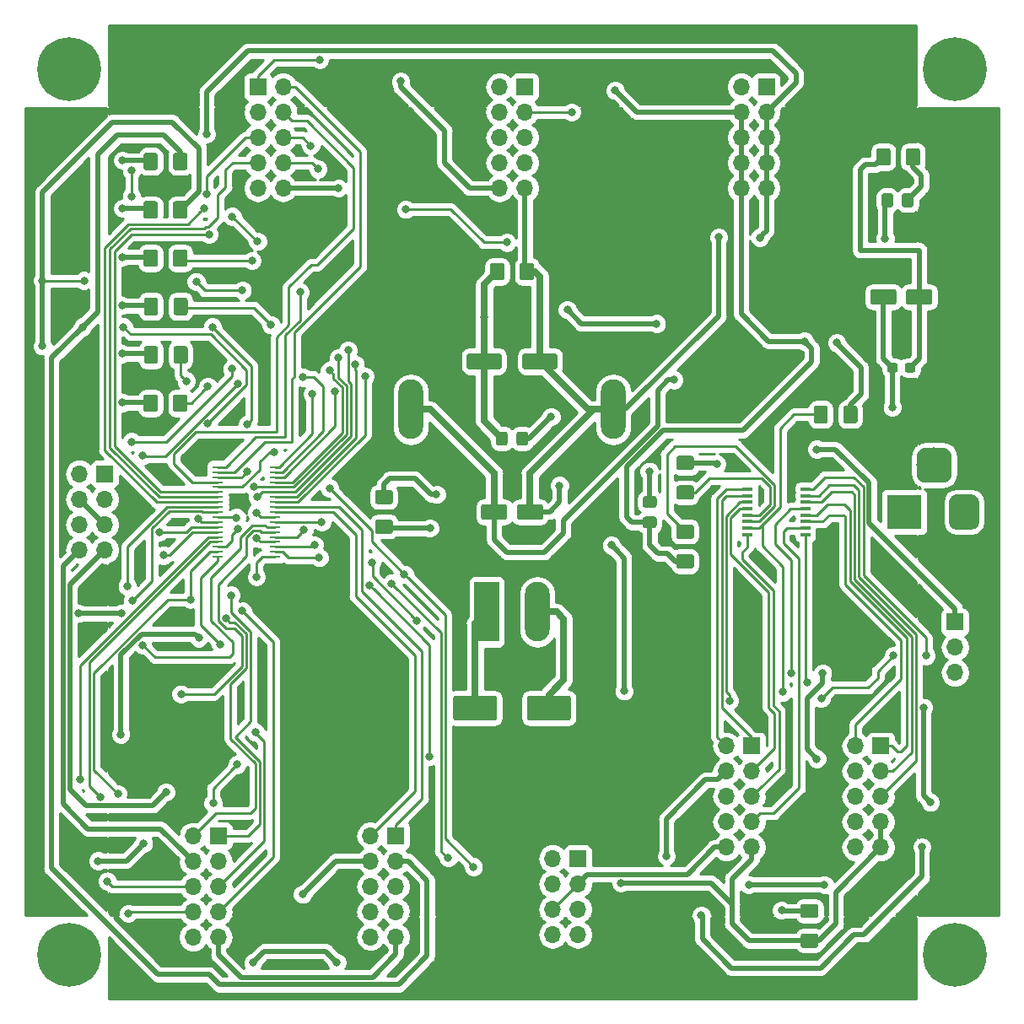
<source format=gbr>
G04 #@! TF.GenerationSoftware,KiCad,Pcbnew,(5.0.2)-1*
G04 #@! TF.CreationDate,2019-01-24T14:04:28+03:00*
G04 #@! TF.ProjectId,xmc_1300,786d635f-3133-4303-902e-6b696361645f,rev?*
G04 #@! TF.SameCoordinates,Original*
G04 #@! TF.FileFunction,Copper,L1,Top*
G04 #@! TF.FilePolarity,Positive*
%FSLAX46Y46*%
G04 Gerber Fmt 4.6, Leading zero omitted, Abs format (unit mm)*
G04 Created by KiCad (PCBNEW (5.0.2)-1) date 24.01.2019 14:04:28*
%MOMM*%
%LPD*%
G01*
G04 APERTURE LIST*
G04 #@! TA.AperFunction,ComponentPad*
%ADD10C,6.400000*%
G04 #@! TD*
G04 #@! TA.AperFunction,ComponentPad*
%ADD11C,0.800000*%
G04 #@! TD*
G04 #@! TA.AperFunction,Conductor*
%ADD12C,0.100000*%
G04 #@! TD*
G04 #@! TA.AperFunction,SMDPad,CuDef*
%ADD13C,2.500000*%
G04 #@! TD*
G04 #@! TA.AperFunction,SMDPad,CuDef*
%ADD14C,1.600000*%
G04 #@! TD*
G04 #@! TA.AperFunction,SMDPad,CuDef*
%ADD15C,1.425000*%
G04 #@! TD*
G04 #@! TA.AperFunction,SMDPad,CuDef*
%ADD16C,0.950000*%
G04 #@! TD*
G04 #@! TA.AperFunction,SMDPad,CuDef*
%ADD17C,1.150000*%
G04 #@! TD*
G04 #@! TA.AperFunction,ComponentPad*
%ADD18R,2.500000X6.000000*%
G04 #@! TD*
G04 #@! TA.AperFunction,ComponentPad*
%ADD19O,2.500000X6.000000*%
G04 #@! TD*
G04 #@! TA.AperFunction,SMDPad,CuDef*
%ADD20R,1.100000X0.285000*%
G04 #@! TD*
G04 #@! TA.AperFunction,SMDPad,CuDef*
%ADD21R,1.000000X0.400000*%
G04 #@! TD*
G04 #@! TA.AperFunction,ComponentPad*
%ADD22R,3.500000X3.500000*%
G04 #@! TD*
G04 #@! TA.AperFunction,ComponentPad*
%ADD23C,3.000000*%
G04 #@! TD*
G04 #@! TA.AperFunction,ComponentPad*
%ADD24C,3.500000*%
G04 #@! TD*
G04 #@! TA.AperFunction,ComponentPad*
%ADD25R,1.700000X1.700000*%
G04 #@! TD*
G04 #@! TA.AperFunction,ComponentPad*
%ADD26O,1.700000X1.700000*%
G04 #@! TD*
G04 #@! TA.AperFunction,ViaPad*
%ADD27C,0.800000*%
G04 #@! TD*
G04 #@! TA.AperFunction,Conductor*
%ADD28C,0.700000*%
G04 #@! TD*
G04 #@! TA.AperFunction,Conductor*
%ADD29C,0.500000*%
G04 #@! TD*
G04 #@! TA.AperFunction,Conductor*
%ADD30C,0.250000*%
G04 #@! TD*
G04 #@! TA.AperFunction,NonConductor*
%ADD31C,0.254000*%
G04 #@! TD*
G04 APERTURE END LIST*
D10*
G04 #@! TO.P,REF\002A\002A,1*
G04 #@! TO.N,N/C*
X170180000Y-43180000D03*
D11*
X172580000Y-43180000D03*
X171877056Y-44877056D03*
X170180000Y-45580000D03*
X168482944Y-44877056D03*
X167780000Y-43180000D03*
X168482944Y-41482944D03*
X170180000Y-40780000D03*
X171877056Y-41482944D03*
G04 #@! TD*
D10*
G04 #@! TO.P,REF\002A\002A,1*
G04 #@! TO.N,N/C*
X81280000Y-43180000D03*
D11*
X83680000Y-43180000D03*
X82977056Y-44877056D03*
X81280000Y-45580000D03*
X79582944Y-44877056D03*
X78880000Y-43180000D03*
X79582944Y-41482944D03*
X81280000Y-40780000D03*
X82977056Y-41482944D03*
G04 #@! TD*
D10*
G04 #@! TO.P,REF\002A\002A,1*
G04 #@! TO.N,N/C*
X81280000Y-132080000D03*
D11*
X83680000Y-132080000D03*
X82977056Y-133777056D03*
X81280000Y-134480000D03*
X79582944Y-133777056D03*
X78880000Y-132080000D03*
X79582944Y-130382944D03*
X81280000Y-129680000D03*
X82977056Y-130382944D03*
G04 #@! TD*
G04 #@! TO.P,REF\002A\002A,1*
G04 #@! TO.N,N/C*
X171877056Y-130382944D03*
X170180000Y-129680000D03*
X168482944Y-130382944D03*
X167780000Y-132080000D03*
X168482944Y-133777056D03*
X170180000Y-134480000D03*
X171877056Y-133777056D03*
X172580000Y-132080000D03*
D10*
X170180000Y-132080000D03*
G04 #@! TD*
D12*
G04 #@! TO.N,Net-(C1-Pad1)*
G04 #@! TO.C,C1*
G36*
X124004504Y-106066204D02*
X124028773Y-106069804D01*
X124052571Y-106075765D01*
X124075671Y-106084030D01*
X124097849Y-106094520D01*
X124118893Y-106107133D01*
X124138598Y-106121747D01*
X124156777Y-106138223D01*
X124173253Y-106156402D01*
X124187867Y-106176107D01*
X124200480Y-106197151D01*
X124210970Y-106219329D01*
X124219235Y-106242429D01*
X124225196Y-106266227D01*
X124228796Y-106290496D01*
X124230000Y-106315000D01*
X124230000Y-108315000D01*
X124228796Y-108339504D01*
X124225196Y-108363773D01*
X124219235Y-108387571D01*
X124210970Y-108410671D01*
X124200480Y-108432849D01*
X124187867Y-108453893D01*
X124173253Y-108473598D01*
X124156777Y-108491777D01*
X124138598Y-108508253D01*
X124118893Y-108522867D01*
X124097849Y-108535480D01*
X124075671Y-108545970D01*
X124052571Y-108554235D01*
X124028773Y-108560196D01*
X124004504Y-108563796D01*
X123980000Y-108565000D01*
X120080000Y-108565000D01*
X120055496Y-108563796D01*
X120031227Y-108560196D01*
X120007429Y-108554235D01*
X119984329Y-108545970D01*
X119962151Y-108535480D01*
X119941107Y-108522867D01*
X119921402Y-108508253D01*
X119903223Y-108491777D01*
X119886747Y-108473598D01*
X119872133Y-108453893D01*
X119859520Y-108432849D01*
X119849030Y-108410671D01*
X119840765Y-108387571D01*
X119834804Y-108363773D01*
X119831204Y-108339504D01*
X119830000Y-108315000D01*
X119830000Y-106315000D01*
X119831204Y-106290496D01*
X119834804Y-106266227D01*
X119840765Y-106242429D01*
X119849030Y-106219329D01*
X119859520Y-106197151D01*
X119872133Y-106176107D01*
X119886747Y-106156402D01*
X119903223Y-106138223D01*
X119921402Y-106121747D01*
X119941107Y-106107133D01*
X119962151Y-106094520D01*
X119984329Y-106084030D01*
X120007429Y-106075765D01*
X120031227Y-106069804D01*
X120055496Y-106066204D01*
X120080000Y-106065000D01*
X123980000Y-106065000D01*
X124004504Y-106066204D01*
X124004504Y-106066204D01*
G37*
D13*
G04 #@! TD*
G04 #@! TO.P,C1,1*
G04 #@! TO.N,Net-(C1-Pad1)*
X122030000Y-107315000D03*
D12*
G04 #@! TO.N,Net-(C1-Pad2)*
G04 #@! TO.C,C1*
G36*
X131404504Y-106066204D02*
X131428773Y-106069804D01*
X131452571Y-106075765D01*
X131475671Y-106084030D01*
X131497849Y-106094520D01*
X131518893Y-106107133D01*
X131538598Y-106121747D01*
X131556777Y-106138223D01*
X131573253Y-106156402D01*
X131587867Y-106176107D01*
X131600480Y-106197151D01*
X131610970Y-106219329D01*
X131619235Y-106242429D01*
X131625196Y-106266227D01*
X131628796Y-106290496D01*
X131630000Y-106315000D01*
X131630000Y-108315000D01*
X131628796Y-108339504D01*
X131625196Y-108363773D01*
X131619235Y-108387571D01*
X131610970Y-108410671D01*
X131600480Y-108432849D01*
X131587867Y-108453893D01*
X131573253Y-108473598D01*
X131556777Y-108491777D01*
X131538598Y-108508253D01*
X131518893Y-108522867D01*
X131497849Y-108535480D01*
X131475671Y-108545970D01*
X131452571Y-108554235D01*
X131428773Y-108560196D01*
X131404504Y-108563796D01*
X131380000Y-108565000D01*
X127480000Y-108565000D01*
X127455496Y-108563796D01*
X127431227Y-108560196D01*
X127407429Y-108554235D01*
X127384329Y-108545970D01*
X127362151Y-108535480D01*
X127341107Y-108522867D01*
X127321402Y-108508253D01*
X127303223Y-108491777D01*
X127286747Y-108473598D01*
X127272133Y-108453893D01*
X127259520Y-108432849D01*
X127249030Y-108410671D01*
X127240765Y-108387571D01*
X127234804Y-108363773D01*
X127231204Y-108339504D01*
X127230000Y-108315000D01*
X127230000Y-106315000D01*
X127231204Y-106290496D01*
X127234804Y-106266227D01*
X127240765Y-106242429D01*
X127249030Y-106219329D01*
X127259520Y-106197151D01*
X127272133Y-106176107D01*
X127286747Y-106156402D01*
X127303223Y-106138223D01*
X127321402Y-106121747D01*
X127341107Y-106107133D01*
X127362151Y-106094520D01*
X127384329Y-106084030D01*
X127407429Y-106075765D01*
X127431227Y-106069804D01*
X127455496Y-106066204D01*
X127480000Y-106065000D01*
X131380000Y-106065000D01*
X131404504Y-106066204D01*
X131404504Y-106066204D01*
G37*
D13*
G04 #@! TD*
G04 #@! TO.P,C1,2*
G04 #@! TO.N,Net-(C1-Pad2)*
X129430000Y-107315000D03*
D12*
G04 #@! TO.N,Net-(C3-Pad1)*
G04 #@! TO.C,C3*
G36*
X124454504Y-71718204D02*
X124478773Y-71721804D01*
X124502571Y-71727765D01*
X124525671Y-71736030D01*
X124547849Y-71746520D01*
X124568893Y-71759133D01*
X124588598Y-71773747D01*
X124606777Y-71790223D01*
X124623253Y-71808402D01*
X124637867Y-71828107D01*
X124650480Y-71849151D01*
X124660970Y-71871329D01*
X124669235Y-71894429D01*
X124675196Y-71918227D01*
X124678796Y-71942496D01*
X124680000Y-71967000D01*
X124680000Y-73067000D01*
X124678796Y-73091504D01*
X124675196Y-73115773D01*
X124669235Y-73139571D01*
X124660970Y-73162671D01*
X124650480Y-73184849D01*
X124637867Y-73205893D01*
X124623253Y-73225598D01*
X124606777Y-73243777D01*
X124588598Y-73260253D01*
X124568893Y-73274867D01*
X124547849Y-73287480D01*
X124525671Y-73297970D01*
X124502571Y-73306235D01*
X124478773Y-73312196D01*
X124454504Y-73315796D01*
X124430000Y-73317000D01*
X121430000Y-73317000D01*
X121405496Y-73315796D01*
X121381227Y-73312196D01*
X121357429Y-73306235D01*
X121334329Y-73297970D01*
X121312151Y-73287480D01*
X121291107Y-73274867D01*
X121271402Y-73260253D01*
X121253223Y-73243777D01*
X121236747Y-73225598D01*
X121222133Y-73205893D01*
X121209520Y-73184849D01*
X121199030Y-73162671D01*
X121190765Y-73139571D01*
X121184804Y-73115773D01*
X121181204Y-73091504D01*
X121180000Y-73067000D01*
X121180000Y-71967000D01*
X121181204Y-71942496D01*
X121184804Y-71918227D01*
X121190765Y-71894429D01*
X121199030Y-71871329D01*
X121209520Y-71849151D01*
X121222133Y-71828107D01*
X121236747Y-71808402D01*
X121253223Y-71790223D01*
X121271402Y-71773747D01*
X121291107Y-71759133D01*
X121312151Y-71746520D01*
X121334329Y-71736030D01*
X121357429Y-71727765D01*
X121381227Y-71721804D01*
X121405496Y-71718204D01*
X121430000Y-71717000D01*
X124430000Y-71717000D01*
X124454504Y-71718204D01*
X124454504Y-71718204D01*
G37*
D14*
G04 #@! TD*
G04 #@! TO.P,C3,1*
G04 #@! TO.N,Net-(C3-Pad1)*
X122930000Y-72517000D03*
D12*
G04 #@! TO.N,GND*
G04 #@! TO.C,C3*
G36*
X130054504Y-71718204D02*
X130078773Y-71721804D01*
X130102571Y-71727765D01*
X130125671Y-71736030D01*
X130147849Y-71746520D01*
X130168893Y-71759133D01*
X130188598Y-71773747D01*
X130206777Y-71790223D01*
X130223253Y-71808402D01*
X130237867Y-71828107D01*
X130250480Y-71849151D01*
X130260970Y-71871329D01*
X130269235Y-71894429D01*
X130275196Y-71918227D01*
X130278796Y-71942496D01*
X130280000Y-71967000D01*
X130280000Y-73067000D01*
X130278796Y-73091504D01*
X130275196Y-73115773D01*
X130269235Y-73139571D01*
X130260970Y-73162671D01*
X130250480Y-73184849D01*
X130237867Y-73205893D01*
X130223253Y-73225598D01*
X130206777Y-73243777D01*
X130188598Y-73260253D01*
X130168893Y-73274867D01*
X130147849Y-73287480D01*
X130125671Y-73297970D01*
X130102571Y-73306235D01*
X130078773Y-73312196D01*
X130054504Y-73315796D01*
X130030000Y-73317000D01*
X127030000Y-73317000D01*
X127005496Y-73315796D01*
X126981227Y-73312196D01*
X126957429Y-73306235D01*
X126934329Y-73297970D01*
X126912151Y-73287480D01*
X126891107Y-73274867D01*
X126871402Y-73260253D01*
X126853223Y-73243777D01*
X126836747Y-73225598D01*
X126822133Y-73205893D01*
X126809520Y-73184849D01*
X126799030Y-73162671D01*
X126790765Y-73139571D01*
X126784804Y-73115773D01*
X126781204Y-73091504D01*
X126780000Y-73067000D01*
X126780000Y-71967000D01*
X126781204Y-71942496D01*
X126784804Y-71918227D01*
X126790765Y-71894429D01*
X126799030Y-71871329D01*
X126809520Y-71849151D01*
X126822133Y-71828107D01*
X126836747Y-71808402D01*
X126853223Y-71790223D01*
X126871402Y-71773747D01*
X126891107Y-71759133D01*
X126912151Y-71746520D01*
X126934329Y-71736030D01*
X126957429Y-71727765D01*
X126981227Y-71721804D01*
X127005496Y-71718204D01*
X127030000Y-71717000D01*
X130030000Y-71717000D01*
X130054504Y-71718204D01*
X130054504Y-71718204D01*
G37*
D14*
G04 #@! TD*
G04 #@! TO.P,C3,2*
G04 #@! TO.N,GND*
X128530000Y-72517000D03*
D12*
G04 #@! TO.N,Net-(C3-Pad1)*
G04 #@! TO.C,C5*
G36*
X124729504Y-62626204D02*
X124753773Y-62629804D01*
X124777571Y-62635765D01*
X124800671Y-62644030D01*
X124822849Y-62654520D01*
X124843893Y-62667133D01*
X124863598Y-62681747D01*
X124881777Y-62698223D01*
X124898253Y-62716402D01*
X124912867Y-62736107D01*
X124925480Y-62757151D01*
X124935970Y-62779329D01*
X124944235Y-62802429D01*
X124950196Y-62826227D01*
X124953796Y-62850496D01*
X124955000Y-62875000D01*
X124955000Y-64125000D01*
X124953796Y-64149504D01*
X124950196Y-64173773D01*
X124944235Y-64197571D01*
X124935970Y-64220671D01*
X124925480Y-64242849D01*
X124912867Y-64263893D01*
X124898253Y-64283598D01*
X124881777Y-64301777D01*
X124863598Y-64318253D01*
X124843893Y-64332867D01*
X124822849Y-64345480D01*
X124800671Y-64355970D01*
X124777571Y-64364235D01*
X124753773Y-64370196D01*
X124729504Y-64373796D01*
X124705000Y-64375000D01*
X123780000Y-64375000D01*
X123755496Y-64373796D01*
X123731227Y-64370196D01*
X123707429Y-64364235D01*
X123684329Y-64355970D01*
X123662151Y-64345480D01*
X123641107Y-64332867D01*
X123621402Y-64318253D01*
X123603223Y-64301777D01*
X123586747Y-64283598D01*
X123572133Y-64263893D01*
X123559520Y-64242849D01*
X123549030Y-64220671D01*
X123540765Y-64197571D01*
X123534804Y-64173773D01*
X123531204Y-64149504D01*
X123530000Y-64125000D01*
X123530000Y-62875000D01*
X123531204Y-62850496D01*
X123534804Y-62826227D01*
X123540765Y-62802429D01*
X123549030Y-62779329D01*
X123559520Y-62757151D01*
X123572133Y-62736107D01*
X123586747Y-62716402D01*
X123603223Y-62698223D01*
X123621402Y-62681747D01*
X123641107Y-62667133D01*
X123662151Y-62654520D01*
X123684329Y-62644030D01*
X123707429Y-62635765D01*
X123731227Y-62629804D01*
X123755496Y-62626204D01*
X123780000Y-62625000D01*
X124705000Y-62625000D01*
X124729504Y-62626204D01*
X124729504Y-62626204D01*
G37*
D15*
G04 #@! TD*
G04 #@! TO.P,C5,1*
G04 #@! TO.N,Net-(C3-Pad1)*
X124242500Y-63500000D03*
D12*
G04 #@! TO.N,GND*
G04 #@! TO.C,C5*
G36*
X127704504Y-62626204D02*
X127728773Y-62629804D01*
X127752571Y-62635765D01*
X127775671Y-62644030D01*
X127797849Y-62654520D01*
X127818893Y-62667133D01*
X127838598Y-62681747D01*
X127856777Y-62698223D01*
X127873253Y-62716402D01*
X127887867Y-62736107D01*
X127900480Y-62757151D01*
X127910970Y-62779329D01*
X127919235Y-62802429D01*
X127925196Y-62826227D01*
X127928796Y-62850496D01*
X127930000Y-62875000D01*
X127930000Y-64125000D01*
X127928796Y-64149504D01*
X127925196Y-64173773D01*
X127919235Y-64197571D01*
X127910970Y-64220671D01*
X127900480Y-64242849D01*
X127887867Y-64263893D01*
X127873253Y-64283598D01*
X127856777Y-64301777D01*
X127838598Y-64318253D01*
X127818893Y-64332867D01*
X127797849Y-64345480D01*
X127775671Y-64355970D01*
X127752571Y-64364235D01*
X127728773Y-64370196D01*
X127704504Y-64373796D01*
X127680000Y-64375000D01*
X126755000Y-64375000D01*
X126730496Y-64373796D01*
X126706227Y-64370196D01*
X126682429Y-64364235D01*
X126659329Y-64355970D01*
X126637151Y-64345480D01*
X126616107Y-64332867D01*
X126596402Y-64318253D01*
X126578223Y-64301777D01*
X126561747Y-64283598D01*
X126547133Y-64263893D01*
X126534520Y-64242849D01*
X126524030Y-64220671D01*
X126515765Y-64197571D01*
X126509804Y-64173773D01*
X126506204Y-64149504D01*
X126505000Y-64125000D01*
X126505000Y-62875000D01*
X126506204Y-62850496D01*
X126509804Y-62826227D01*
X126515765Y-62802429D01*
X126524030Y-62779329D01*
X126534520Y-62757151D01*
X126547133Y-62736107D01*
X126561747Y-62716402D01*
X126578223Y-62698223D01*
X126596402Y-62681747D01*
X126616107Y-62667133D01*
X126637151Y-62654520D01*
X126659329Y-62644030D01*
X126682429Y-62635765D01*
X126706227Y-62629804D01*
X126730496Y-62626204D01*
X126755000Y-62625000D01*
X127680000Y-62625000D01*
X127704504Y-62626204D01*
X127704504Y-62626204D01*
G37*
D15*
G04 #@! TD*
G04 #@! TO.P,C5,2*
G04 #@! TO.N,GND*
X127217500Y-63500000D03*
D12*
G04 #@! TO.N,+5V*
G04 #@! TO.C,C8*
G36*
X125004504Y-86831204D02*
X125028773Y-86834804D01*
X125052571Y-86840765D01*
X125075671Y-86849030D01*
X125097849Y-86859520D01*
X125118893Y-86872133D01*
X125138598Y-86886747D01*
X125156777Y-86903223D01*
X125173253Y-86921402D01*
X125187867Y-86941107D01*
X125200480Y-86962151D01*
X125210970Y-86984329D01*
X125219235Y-87007429D01*
X125225196Y-87031227D01*
X125228796Y-87055496D01*
X125230000Y-87080000D01*
X125230000Y-88180000D01*
X125228796Y-88204504D01*
X125225196Y-88228773D01*
X125219235Y-88252571D01*
X125210970Y-88275671D01*
X125200480Y-88297849D01*
X125187867Y-88318893D01*
X125173253Y-88338598D01*
X125156777Y-88356777D01*
X125138598Y-88373253D01*
X125118893Y-88387867D01*
X125097849Y-88400480D01*
X125075671Y-88410970D01*
X125052571Y-88419235D01*
X125028773Y-88425196D01*
X125004504Y-88428796D01*
X124980000Y-88430000D01*
X122880000Y-88430000D01*
X122855496Y-88428796D01*
X122831227Y-88425196D01*
X122807429Y-88419235D01*
X122784329Y-88410970D01*
X122762151Y-88400480D01*
X122741107Y-88387867D01*
X122721402Y-88373253D01*
X122703223Y-88356777D01*
X122686747Y-88338598D01*
X122672133Y-88318893D01*
X122659520Y-88297849D01*
X122649030Y-88275671D01*
X122640765Y-88252571D01*
X122634804Y-88228773D01*
X122631204Y-88204504D01*
X122630000Y-88180000D01*
X122630000Y-87080000D01*
X122631204Y-87055496D01*
X122634804Y-87031227D01*
X122640765Y-87007429D01*
X122649030Y-86984329D01*
X122659520Y-86962151D01*
X122672133Y-86941107D01*
X122686747Y-86921402D01*
X122703223Y-86903223D01*
X122721402Y-86886747D01*
X122741107Y-86872133D01*
X122762151Y-86859520D01*
X122784329Y-86849030D01*
X122807429Y-86840765D01*
X122831227Y-86834804D01*
X122855496Y-86831204D01*
X122880000Y-86830000D01*
X124980000Y-86830000D01*
X125004504Y-86831204D01*
X125004504Y-86831204D01*
G37*
D14*
G04 #@! TD*
G04 #@! TO.P,C8,1*
G04 #@! TO.N,+5V*
X123930000Y-87630000D03*
D12*
G04 #@! TO.N,GND*
G04 #@! TO.C,C8*
G36*
X128604504Y-86831204D02*
X128628773Y-86834804D01*
X128652571Y-86840765D01*
X128675671Y-86849030D01*
X128697849Y-86859520D01*
X128718893Y-86872133D01*
X128738598Y-86886747D01*
X128756777Y-86903223D01*
X128773253Y-86921402D01*
X128787867Y-86941107D01*
X128800480Y-86962151D01*
X128810970Y-86984329D01*
X128819235Y-87007429D01*
X128825196Y-87031227D01*
X128828796Y-87055496D01*
X128830000Y-87080000D01*
X128830000Y-88180000D01*
X128828796Y-88204504D01*
X128825196Y-88228773D01*
X128819235Y-88252571D01*
X128810970Y-88275671D01*
X128800480Y-88297849D01*
X128787867Y-88318893D01*
X128773253Y-88338598D01*
X128756777Y-88356777D01*
X128738598Y-88373253D01*
X128718893Y-88387867D01*
X128697849Y-88400480D01*
X128675671Y-88410970D01*
X128652571Y-88419235D01*
X128628773Y-88425196D01*
X128604504Y-88428796D01*
X128580000Y-88430000D01*
X126480000Y-88430000D01*
X126455496Y-88428796D01*
X126431227Y-88425196D01*
X126407429Y-88419235D01*
X126384329Y-88410970D01*
X126362151Y-88400480D01*
X126341107Y-88387867D01*
X126321402Y-88373253D01*
X126303223Y-88356777D01*
X126286747Y-88338598D01*
X126272133Y-88318893D01*
X126259520Y-88297849D01*
X126249030Y-88275671D01*
X126240765Y-88252571D01*
X126234804Y-88228773D01*
X126231204Y-88204504D01*
X126230000Y-88180000D01*
X126230000Y-87080000D01*
X126231204Y-87055496D01*
X126234804Y-87031227D01*
X126240765Y-87007429D01*
X126249030Y-86984329D01*
X126259520Y-86962151D01*
X126272133Y-86941107D01*
X126286747Y-86921402D01*
X126303223Y-86903223D01*
X126321402Y-86886747D01*
X126341107Y-86872133D01*
X126362151Y-86859520D01*
X126384329Y-86849030D01*
X126407429Y-86840765D01*
X126431227Y-86834804D01*
X126455496Y-86831204D01*
X126480000Y-86830000D01*
X128580000Y-86830000D01*
X128604504Y-86831204D01*
X128604504Y-86831204D01*
G37*
D14*
G04 #@! TD*
G04 #@! TO.P,C8,2*
G04 #@! TO.N,GND*
X127530000Y-87630000D03*
D12*
G04 #@! TO.N,Net-(C10-Pad2)*
G04 #@! TO.C,C9*
G36*
X167671504Y-65241204D02*
X167695773Y-65244804D01*
X167719571Y-65250765D01*
X167742671Y-65259030D01*
X167764849Y-65269520D01*
X167785893Y-65282133D01*
X167805598Y-65296747D01*
X167823777Y-65313223D01*
X167840253Y-65331402D01*
X167854867Y-65351107D01*
X167867480Y-65372151D01*
X167877970Y-65394329D01*
X167886235Y-65417429D01*
X167892196Y-65441227D01*
X167895796Y-65465496D01*
X167897000Y-65490000D01*
X167897000Y-66590000D01*
X167895796Y-66614504D01*
X167892196Y-66638773D01*
X167886235Y-66662571D01*
X167877970Y-66685671D01*
X167867480Y-66707849D01*
X167854867Y-66728893D01*
X167840253Y-66748598D01*
X167823777Y-66766777D01*
X167805598Y-66783253D01*
X167785893Y-66797867D01*
X167764849Y-66810480D01*
X167742671Y-66820970D01*
X167719571Y-66829235D01*
X167695773Y-66835196D01*
X167671504Y-66838796D01*
X167647000Y-66840000D01*
X165547000Y-66840000D01*
X165522496Y-66838796D01*
X165498227Y-66835196D01*
X165474429Y-66829235D01*
X165451329Y-66820970D01*
X165429151Y-66810480D01*
X165408107Y-66797867D01*
X165388402Y-66783253D01*
X165370223Y-66766777D01*
X165353747Y-66748598D01*
X165339133Y-66728893D01*
X165326520Y-66707849D01*
X165316030Y-66685671D01*
X165307765Y-66662571D01*
X165301804Y-66638773D01*
X165298204Y-66614504D01*
X165297000Y-66590000D01*
X165297000Y-65490000D01*
X165298204Y-65465496D01*
X165301804Y-65441227D01*
X165307765Y-65417429D01*
X165316030Y-65394329D01*
X165326520Y-65372151D01*
X165339133Y-65351107D01*
X165353747Y-65331402D01*
X165370223Y-65313223D01*
X165388402Y-65296747D01*
X165408107Y-65282133D01*
X165429151Y-65269520D01*
X165451329Y-65259030D01*
X165474429Y-65250765D01*
X165498227Y-65244804D01*
X165522496Y-65241204D01*
X165547000Y-65240000D01*
X167647000Y-65240000D01*
X167671504Y-65241204D01*
X167671504Y-65241204D01*
G37*
D14*
G04 #@! TD*
G04 #@! TO.P,C9,2*
G04 #@! TO.N,Net-(C10-Pad2)*
X166597000Y-66040000D03*
D12*
G04 #@! TO.N,Net-(C10-Pad1)*
G04 #@! TO.C,C9*
G36*
X164071504Y-65241204D02*
X164095773Y-65244804D01*
X164119571Y-65250765D01*
X164142671Y-65259030D01*
X164164849Y-65269520D01*
X164185893Y-65282133D01*
X164205598Y-65296747D01*
X164223777Y-65313223D01*
X164240253Y-65331402D01*
X164254867Y-65351107D01*
X164267480Y-65372151D01*
X164277970Y-65394329D01*
X164286235Y-65417429D01*
X164292196Y-65441227D01*
X164295796Y-65465496D01*
X164297000Y-65490000D01*
X164297000Y-66590000D01*
X164295796Y-66614504D01*
X164292196Y-66638773D01*
X164286235Y-66662571D01*
X164277970Y-66685671D01*
X164267480Y-66707849D01*
X164254867Y-66728893D01*
X164240253Y-66748598D01*
X164223777Y-66766777D01*
X164205598Y-66783253D01*
X164185893Y-66797867D01*
X164164849Y-66810480D01*
X164142671Y-66820970D01*
X164119571Y-66829235D01*
X164095773Y-66835196D01*
X164071504Y-66838796D01*
X164047000Y-66840000D01*
X161947000Y-66840000D01*
X161922496Y-66838796D01*
X161898227Y-66835196D01*
X161874429Y-66829235D01*
X161851329Y-66820970D01*
X161829151Y-66810480D01*
X161808107Y-66797867D01*
X161788402Y-66783253D01*
X161770223Y-66766777D01*
X161753747Y-66748598D01*
X161739133Y-66728893D01*
X161726520Y-66707849D01*
X161716030Y-66685671D01*
X161707765Y-66662571D01*
X161701804Y-66638773D01*
X161698204Y-66614504D01*
X161697000Y-66590000D01*
X161697000Y-65490000D01*
X161698204Y-65465496D01*
X161701804Y-65441227D01*
X161707765Y-65417429D01*
X161716030Y-65394329D01*
X161726520Y-65372151D01*
X161739133Y-65351107D01*
X161753747Y-65331402D01*
X161770223Y-65313223D01*
X161788402Y-65296747D01*
X161808107Y-65282133D01*
X161829151Y-65269520D01*
X161851329Y-65259030D01*
X161874429Y-65250765D01*
X161898227Y-65244804D01*
X161922496Y-65241204D01*
X161947000Y-65240000D01*
X164047000Y-65240000D01*
X164071504Y-65241204D01*
X164071504Y-65241204D01*
G37*
D14*
G04 #@! TD*
G04 #@! TO.P,C9,1*
G04 #@! TO.N,Net-(C10-Pad1)*
X162997000Y-66040000D03*
D12*
G04 #@! TO.N,Net-(C10-Pad1)*
G04 #@! TO.C,C10*
G36*
X164232779Y-72678144D02*
X164255834Y-72681563D01*
X164278443Y-72687227D01*
X164300387Y-72695079D01*
X164321457Y-72705044D01*
X164341448Y-72717026D01*
X164360168Y-72730910D01*
X164377438Y-72746562D01*
X164393090Y-72763832D01*
X164406974Y-72782552D01*
X164418956Y-72802543D01*
X164428921Y-72823613D01*
X164436773Y-72845557D01*
X164442437Y-72868166D01*
X164445856Y-72891221D01*
X164447000Y-72914500D01*
X164447000Y-73389500D01*
X164445856Y-73412779D01*
X164442437Y-73435834D01*
X164436773Y-73458443D01*
X164428921Y-73480387D01*
X164418956Y-73501457D01*
X164406974Y-73521448D01*
X164393090Y-73540168D01*
X164377438Y-73557438D01*
X164360168Y-73573090D01*
X164341448Y-73586974D01*
X164321457Y-73598956D01*
X164300387Y-73608921D01*
X164278443Y-73616773D01*
X164255834Y-73622437D01*
X164232779Y-73625856D01*
X164209500Y-73627000D01*
X163634500Y-73627000D01*
X163611221Y-73625856D01*
X163588166Y-73622437D01*
X163565557Y-73616773D01*
X163543613Y-73608921D01*
X163522543Y-73598956D01*
X163502552Y-73586974D01*
X163483832Y-73573090D01*
X163466562Y-73557438D01*
X163450910Y-73540168D01*
X163437026Y-73521448D01*
X163425044Y-73501457D01*
X163415079Y-73480387D01*
X163407227Y-73458443D01*
X163401563Y-73435834D01*
X163398144Y-73412779D01*
X163397000Y-73389500D01*
X163397000Y-72914500D01*
X163398144Y-72891221D01*
X163401563Y-72868166D01*
X163407227Y-72845557D01*
X163415079Y-72823613D01*
X163425044Y-72802543D01*
X163437026Y-72782552D01*
X163450910Y-72763832D01*
X163466562Y-72746562D01*
X163483832Y-72730910D01*
X163502552Y-72717026D01*
X163522543Y-72705044D01*
X163543613Y-72695079D01*
X163565557Y-72687227D01*
X163588166Y-72681563D01*
X163611221Y-72678144D01*
X163634500Y-72677000D01*
X164209500Y-72677000D01*
X164232779Y-72678144D01*
X164232779Y-72678144D01*
G37*
D16*
G04 #@! TD*
G04 #@! TO.P,C10,1*
G04 #@! TO.N,Net-(C10-Pad1)*
X163922000Y-73152000D03*
D12*
G04 #@! TO.N,Net-(C10-Pad2)*
G04 #@! TO.C,C10*
G36*
X165982779Y-72678144D02*
X166005834Y-72681563D01*
X166028443Y-72687227D01*
X166050387Y-72695079D01*
X166071457Y-72705044D01*
X166091448Y-72717026D01*
X166110168Y-72730910D01*
X166127438Y-72746562D01*
X166143090Y-72763832D01*
X166156974Y-72782552D01*
X166168956Y-72802543D01*
X166178921Y-72823613D01*
X166186773Y-72845557D01*
X166192437Y-72868166D01*
X166195856Y-72891221D01*
X166197000Y-72914500D01*
X166197000Y-73389500D01*
X166195856Y-73412779D01*
X166192437Y-73435834D01*
X166186773Y-73458443D01*
X166178921Y-73480387D01*
X166168956Y-73501457D01*
X166156974Y-73521448D01*
X166143090Y-73540168D01*
X166127438Y-73557438D01*
X166110168Y-73573090D01*
X166091448Y-73586974D01*
X166071457Y-73598956D01*
X166050387Y-73608921D01*
X166028443Y-73616773D01*
X166005834Y-73622437D01*
X165982779Y-73625856D01*
X165959500Y-73627000D01*
X165384500Y-73627000D01*
X165361221Y-73625856D01*
X165338166Y-73622437D01*
X165315557Y-73616773D01*
X165293613Y-73608921D01*
X165272543Y-73598956D01*
X165252552Y-73586974D01*
X165233832Y-73573090D01*
X165216562Y-73557438D01*
X165200910Y-73540168D01*
X165187026Y-73521448D01*
X165175044Y-73501457D01*
X165165079Y-73480387D01*
X165157227Y-73458443D01*
X165151563Y-73435834D01*
X165148144Y-73412779D01*
X165147000Y-73389500D01*
X165147000Y-72914500D01*
X165148144Y-72891221D01*
X165151563Y-72868166D01*
X165157227Y-72845557D01*
X165165079Y-72823613D01*
X165175044Y-72802543D01*
X165187026Y-72782552D01*
X165200910Y-72763832D01*
X165216562Y-72746562D01*
X165233832Y-72730910D01*
X165252552Y-72717026D01*
X165272543Y-72705044D01*
X165293613Y-72695079D01*
X165315557Y-72687227D01*
X165338166Y-72681563D01*
X165361221Y-72678144D01*
X165384500Y-72677000D01*
X165959500Y-72677000D01*
X165982779Y-72678144D01*
X165982779Y-72678144D01*
G37*
D16*
G04 #@! TD*
G04 #@! TO.P,C10,2*
G04 #@! TO.N,Net-(C10-Pad2)*
X165672000Y-73152000D03*
D12*
G04 #@! TO.N,GND*
G04 #@! TO.C,C11*
G36*
X140023505Y-86044704D02*
X140047773Y-86048304D01*
X140071572Y-86054265D01*
X140094671Y-86062530D01*
X140116850Y-86073020D01*
X140137893Y-86085632D01*
X140157599Y-86100247D01*
X140175777Y-86116723D01*
X140192253Y-86134901D01*
X140206868Y-86154607D01*
X140219480Y-86175650D01*
X140229970Y-86197829D01*
X140238235Y-86220928D01*
X140244196Y-86244727D01*
X140247796Y-86268995D01*
X140249000Y-86293499D01*
X140249000Y-86943501D01*
X140247796Y-86968005D01*
X140244196Y-86992273D01*
X140238235Y-87016072D01*
X140229970Y-87039171D01*
X140219480Y-87061350D01*
X140206868Y-87082393D01*
X140192253Y-87102099D01*
X140175777Y-87120277D01*
X140157599Y-87136753D01*
X140137893Y-87151368D01*
X140116850Y-87163980D01*
X140094671Y-87174470D01*
X140071572Y-87182735D01*
X140047773Y-87188696D01*
X140023505Y-87192296D01*
X139999001Y-87193500D01*
X139098999Y-87193500D01*
X139074495Y-87192296D01*
X139050227Y-87188696D01*
X139026428Y-87182735D01*
X139003329Y-87174470D01*
X138981150Y-87163980D01*
X138960107Y-87151368D01*
X138940401Y-87136753D01*
X138922223Y-87120277D01*
X138905747Y-87102099D01*
X138891132Y-87082393D01*
X138878520Y-87061350D01*
X138868030Y-87039171D01*
X138859765Y-87016072D01*
X138853804Y-86992273D01*
X138850204Y-86968005D01*
X138849000Y-86943501D01*
X138849000Y-86293499D01*
X138850204Y-86268995D01*
X138853804Y-86244727D01*
X138859765Y-86220928D01*
X138868030Y-86197829D01*
X138878520Y-86175650D01*
X138891132Y-86154607D01*
X138905747Y-86134901D01*
X138922223Y-86116723D01*
X138940401Y-86100247D01*
X138960107Y-86085632D01*
X138981150Y-86073020D01*
X139003329Y-86062530D01*
X139026428Y-86054265D01*
X139050227Y-86048304D01*
X139074495Y-86044704D01*
X139098999Y-86043500D01*
X139999001Y-86043500D01*
X140023505Y-86044704D01*
X140023505Y-86044704D01*
G37*
D17*
G04 #@! TD*
G04 #@! TO.P,C11,1*
G04 #@! TO.N,GND*
X139549000Y-86618500D03*
D12*
G04 #@! TO.N,+Vin*
G04 #@! TO.C,C11*
G36*
X140023505Y-88094704D02*
X140047773Y-88098304D01*
X140071572Y-88104265D01*
X140094671Y-88112530D01*
X140116850Y-88123020D01*
X140137893Y-88135632D01*
X140157599Y-88150247D01*
X140175777Y-88166723D01*
X140192253Y-88184901D01*
X140206868Y-88204607D01*
X140219480Y-88225650D01*
X140229970Y-88247829D01*
X140238235Y-88270928D01*
X140244196Y-88294727D01*
X140247796Y-88318995D01*
X140249000Y-88343499D01*
X140249000Y-88993501D01*
X140247796Y-89018005D01*
X140244196Y-89042273D01*
X140238235Y-89066072D01*
X140229970Y-89089171D01*
X140219480Y-89111350D01*
X140206868Y-89132393D01*
X140192253Y-89152099D01*
X140175777Y-89170277D01*
X140157599Y-89186753D01*
X140137893Y-89201368D01*
X140116850Y-89213980D01*
X140094671Y-89224470D01*
X140071572Y-89232735D01*
X140047773Y-89238696D01*
X140023505Y-89242296D01*
X139999001Y-89243500D01*
X139098999Y-89243500D01*
X139074495Y-89242296D01*
X139050227Y-89238696D01*
X139026428Y-89232735D01*
X139003329Y-89224470D01*
X138981150Y-89213980D01*
X138960107Y-89201368D01*
X138940401Y-89186753D01*
X138922223Y-89170277D01*
X138905747Y-89152099D01*
X138891132Y-89132393D01*
X138878520Y-89111350D01*
X138868030Y-89089171D01*
X138859765Y-89066072D01*
X138853804Y-89042273D01*
X138850204Y-89018005D01*
X138849000Y-88993501D01*
X138849000Y-88343499D01*
X138850204Y-88318995D01*
X138853804Y-88294727D01*
X138859765Y-88270928D01*
X138868030Y-88247829D01*
X138878520Y-88225650D01*
X138891132Y-88204607D01*
X138905747Y-88184901D01*
X138922223Y-88166723D01*
X138940401Y-88150247D01*
X138960107Y-88135632D01*
X138981150Y-88123020D01*
X139003329Y-88112530D01*
X139026428Y-88104265D01*
X139050227Y-88098304D01*
X139074495Y-88094704D01*
X139098999Y-88093500D01*
X139999001Y-88093500D01*
X140023505Y-88094704D01*
X140023505Y-88094704D01*
G37*
D17*
G04 #@! TD*
G04 #@! TO.P,C11,2*
G04 #@! TO.N,+Vin*
X139549000Y-88668500D03*
D18*
G04 #@! TO.P,D2,1*
G04 #@! TO.N,Net-(C1-Pad1)*
X123190000Y-97663000D03*
D19*
G04 #@! TO.P,D2,2*
G04 #@! TO.N,Net-(C1-Pad2)*
X128270000Y-97663000D03*
G04 #@! TO.P,D2,3*
G04 #@! TO.N,+5V*
X115570000Y-77343000D03*
G04 #@! TO.P,D2,5*
G04 #@! TO.N,GND*
X135890000Y-77343000D03*
G04 #@! TD*
D12*
G04 #@! TO.N,GND*
G04 #@! TO.C,D3*
G36*
X113529504Y-88396204D02*
X113553773Y-88399804D01*
X113577571Y-88405765D01*
X113600671Y-88414030D01*
X113622849Y-88424520D01*
X113643893Y-88437133D01*
X113663598Y-88451747D01*
X113681777Y-88468223D01*
X113698253Y-88486402D01*
X113712867Y-88506107D01*
X113725480Y-88527151D01*
X113735970Y-88549329D01*
X113744235Y-88572429D01*
X113750196Y-88596227D01*
X113753796Y-88620496D01*
X113755000Y-88645000D01*
X113755000Y-89570000D01*
X113753796Y-89594504D01*
X113750196Y-89618773D01*
X113744235Y-89642571D01*
X113735970Y-89665671D01*
X113725480Y-89687849D01*
X113712867Y-89708893D01*
X113698253Y-89728598D01*
X113681777Y-89746777D01*
X113663598Y-89763253D01*
X113643893Y-89777867D01*
X113622849Y-89790480D01*
X113600671Y-89800970D01*
X113577571Y-89809235D01*
X113553773Y-89815196D01*
X113529504Y-89818796D01*
X113505000Y-89820000D01*
X112255000Y-89820000D01*
X112230496Y-89818796D01*
X112206227Y-89815196D01*
X112182429Y-89809235D01*
X112159329Y-89800970D01*
X112137151Y-89790480D01*
X112116107Y-89777867D01*
X112096402Y-89763253D01*
X112078223Y-89746777D01*
X112061747Y-89728598D01*
X112047133Y-89708893D01*
X112034520Y-89687849D01*
X112024030Y-89665671D01*
X112015765Y-89642571D01*
X112009804Y-89618773D01*
X112006204Y-89594504D01*
X112005000Y-89570000D01*
X112005000Y-88645000D01*
X112006204Y-88620496D01*
X112009804Y-88596227D01*
X112015765Y-88572429D01*
X112024030Y-88549329D01*
X112034520Y-88527151D01*
X112047133Y-88506107D01*
X112061747Y-88486402D01*
X112078223Y-88468223D01*
X112096402Y-88451747D01*
X112116107Y-88437133D01*
X112137151Y-88424520D01*
X112159329Y-88414030D01*
X112182429Y-88405765D01*
X112206227Y-88399804D01*
X112230496Y-88396204D01*
X112255000Y-88395000D01*
X113505000Y-88395000D01*
X113529504Y-88396204D01*
X113529504Y-88396204D01*
G37*
D15*
G04 #@! TD*
G04 #@! TO.P,D3,1*
G04 #@! TO.N,GND*
X112880000Y-89107500D03*
D12*
G04 #@! TO.N,Net-(D3-Pad2)*
G04 #@! TO.C,D3*
G36*
X113529504Y-85421204D02*
X113553773Y-85424804D01*
X113577571Y-85430765D01*
X113600671Y-85439030D01*
X113622849Y-85449520D01*
X113643893Y-85462133D01*
X113663598Y-85476747D01*
X113681777Y-85493223D01*
X113698253Y-85511402D01*
X113712867Y-85531107D01*
X113725480Y-85552151D01*
X113735970Y-85574329D01*
X113744235Y-85597429D01*
X113750196Y-85621227D01*
X113753796Y-85645496D01*
X113755000Y-85670000D01*
X113755000Y-86595000D01*
X113753796Y-86619504D01*
X113750196Y-86643773D01*
X113744235Y-86667571D01*
X113735970Y-86690671D01*
X113725480Y-86712849D01*
X113712867Y-86733893D01*
X113698253Y-86753598D01*
X113681777Y-86771777D01*
X113663598Y-86788253D01*
X113643893Y-86802867D01*
X113622849Y-86815480D01*
X113600671Y-86825970D01*
X113577571Y-86834235D01*
X113553773Y-86840196D01*
X113529504Y-86843796D01*
X113505000Y-86845000D01*
X112255000Y-86845000D01*
X112230496Y-86843796D01*
X112206227Y-86840196D01*
X112182429Y-86834235D01*
X112159329Y-86825970D01*
X112137151Y-86815480D01*
X112116107Y-86802867D01*
X112096402Y-86788253D01*
X112078223Y-86771777D01*
X112061747Y-86753598D01*
X112047133Y-86733893D01*
X112034520Y-86712849D01*
X112024030Y-86690671D01*
X112015765Y-86667571D01*
X112009804Y-86643773D01*
X112006204Y-86619504D01*
X112005000Y-86595000D01*
X112005000Y-85670000D01*
X112006204Y-85645496D01*
X112009804Y-85621227D01*
X112015765Y-85597429D01*
X112024030Y-85574329D01*
X112034520Y-85552151D01*
X112047133Y-85531107D01*
X112061747Y-85511402D01*
X112078223Y-85493223D01*
X112096402Y-85476747D01*
X112116107Y-85462133D01*
X112137151Y-85449520D01*
X112159329Y-85439030D01*
X112182429Y-85430765D01*
X112206227Y-85424804D01*
X112230496Y-85421204D01*
X112255000Y-85420000D01*
X113505000Y-85420000D01*
X113529504Y-85421204D01*
X113529504Y-85421204D01*
G37*
D15*
G04 #@! TD*
G04 #@! TO.P,D3,2*
G04 #@! TO.N,Net-(D3-Pad2)*
X112880000Y-86132500D03*
D20*
G04 #@! TO.P,D4,1*
G04 #@! TO.N,P2.4*
X96210000Y-83130000D03*
G04 #@! TO.P,D4,2*
G04 #@! TO.N,P2.5*
X96210000Y-83630000D03*
G04 #@! TO.P,D4,3*
G04 #@! TO.N,P2.6*
X96210000Y-84130000D03*
G04 #@! TO.P,D4,4*
G04 #@! TO.N,P2.7*
X96210000Y-84630000D03*
G04 #@! TO.P,D4,5*
G04 #@! TO.N,P2.8*
X96210000Y-85130000D03*
G04 #@! TO.P,D4,6*
G04 #@! TO.N,P2.9*
X96210000Y-85630000D03*
G04 #@! TO.P,D4,7*
G04 #@! TO.N,P2.10*
X96210000Y-86130000D03*
G04 #@! TO.P,D4,8*
G04 #@! TO.N,P2.11*
X96210000Y-86630000D03*
G04 #@! TO.P,D4,9*
G04 #@! TO.N,Net-(D4-Pad9)*
X96210000Y-87130000D03*
G04 #@! TO.P,D4,10*
G04 #@! TO.N,Net-(D4-Pad10)*
X96210000Y-87630000D03*
G04 #@! TO.P,D4,11*
G04 #@! TO.N,P1.5*
X96210000Y-88130000D03*
G04 #@! TO.P,D4,12*
G04 #@! TO.N,P1.4*
X96210000Y-88630000D03*
G04 #@! TO.P,D4,13*
G04 #@! TO.N,P1.3*
X96210000Y-89130000D03*
G04 #@! TO.P,D4,14*
G04 #@! TO.N,P1.2*
X96210000Y-89630000D03*
G04 #@! TO.P,D4,15*
G04 #@! TO.N,P1.1*
X96210000Y-90130000D03*
G04 #@! TO.P,D4,16*
G04 #@! TO.N,P1.0*
X96210000Y-90630000D03*
G04 #@! TO.P,D4,17*
G04 #@! TO.N,P0.0*
X96210000Y-91130000D03*
G04 #@! TO.P,D4,18*
G04 #@! TO.N,P0.1*
X96210000Y-91630000D03*
G04 #@! TO.P,D4,19*
G04 #@! TO.N,P0.2*
X96210000Y-92130000D03*
G04 #@! TO.P,D4,20*
G04 #@! TO.N,P0.3*
X101910000Y-92130000D03*
G04 #@! TO.P,D4,21*
G04 #@! TO.N,P0.4*
X101910000Y-91630000D03*
G04 #@! TO.P,D4,22*
G04 #@! TO.N,P0.5*
X101910000Y-91130000D03*
G04 #@! TO.P,D4,23*
G04 #@! TO.N,P0.6*
X101910000Y-90630000D03*
G04 #@! TO.P,D4,24*
G04 #@! TO.N,P0.7*
X101910000Y-90130000D03*
G04 #@! TO.P,D4,25*
G04 #@! TO.N,Net-(D4-Pad25)*
X101910000Y-89630000D03*
G04 #@! TO.P,D4,26*
G04 #@! TO.N,Net-(D4-Pad26)*
X101910000Y-89130000D03*
G04 #@! TO.P,D4,27*
G04 #@! TO.N,P0.8*
X101910000Y-88630000D03*
G04 #@! TO.P,D4,28*
G04 #@! TO.N,P0.9*
X101910000Y-88130000D03*
G04 #@! TO.P,D4,29*
G04 #@! TO.N,P0.10*
X101910000Y-87630000D03*
G04 #@! TO.P,D4,30*
G04 #@! TO.N,P0.11*
X101910000Y-87130000D03*
G04 #@! TO.P,D4,31*
G04 #@! TO.N,P0.12*
X101910000Y-86630000D03*
G04 #@! TO.P,D4,32*
G04 #@! TO.N,P0.13*
X101910000Y-86130000D03*
G04 #@! TO.P,D4,33*
G04 #@! TO.N,P0.14*
X101910000Y-85630000D03*
G04 #@! TO.P,D4,34*
G04 #@! TO.N,P0.15*
X101910000Y-85130000D03*
G04 #@! TO.P,D4,35*
G04 #@! TO.N,P2.0*
X101910000Y-84630000D03*
G04 #@! TO.P,D4,36*
G04 #@! TO.N,P2.1*
X101910000Y-84130000D03*
G04 #@! TO.P,D4,37*
G04 #@! TO.N,P2.2*
X101910000Y-83630000D03*
G04 #@! TO.P,D4,38*
G04 #@! TO.N,P2.3*
X101910000Y-83130000D03*
G04 #@! TD*
D12*
G04 #@! TO.N,Net-(C10-Pad2)*
G04 #@! TO.C,D6*
G36*
X163489504Y-51126204D02*
X163513773Y-51129804D01*
X163537571Y-51135765D01*
X163560671Y-51144030D01*
X163582849Y-51154520D01*
X163603893Y-51167133D01*
X163623598Y-51181747D01*
X163641777Y-51198223D01*
X163658253Y-51216402D01*
X163672867Y-51236107D01*
X163685480Y-51257151D01*
X163695970Y-51279329D01*
X163704235Y-51302429D01*
X163710196Y-51326227D01*
X163713796Y-51350496D01*
X163715000Y-51375000D01*
X163715000Y-52625000D01*
X163713796Y-52649504D01*
X163710196Y-52673773D01*
X163704235Y-52697571D01*
X163695970Y-52720671D01*
X163685480Y-52742849D01*
X163672867Y-52763893D01*
X163658253Y-52783598D01*
X163641777Y-52801777D01*
X163623598Y-52818253D01*
X163603893Y-52832867D01*
X163582849Y-52845480D01*
X163560671Y-52855970D01*
X163537571Y-52864235D01*
X163513773Y-52870196D01*
X163489504Y-52873796D01*
X163465000Y-52875000D01*
X162540000Y-52875000D01*
X162515496Y-52873796D01*
X162491227Y-52870196D01*
X162467429Y-52864235D01*
X162444329Y-52855970D01*
X162422151Y-52845480D01*
X162401107Y-52832867D01*
X162381402Y-52818253D01*
X162363223Y-52801777D01*
X162346747Y-52783598D01*
X162332133Y-52763893D01*
X162319520Y-52742849D01*
X162309030Y-52720671D01*
X162300765Y-52697571D01*
X162294804Y-52673773D01*
X162291204Y-52649504D01*
X162290000Y-52625000D01*
X162290000Y-51375000D01*
X162291204Y-51350496D01*
X162294804Y-51326227D01*
X162300765Y-51302429D01*
X162309030Y-51279329D01*
X162319520Y-51257151D01*
X162332133Y-51236107D01*
X162346747Y-51216402D01*
X162363223Y-51198223D01*
X162381402Y-51181747D01*
X162401107Y-51167133D01*
X162422151Y-51154520D01*
X162444329Y-51144030D01*
X162467429Y-51135765D01*
X162491227Y-51129804D01*
X162515496Y-51126204D01*
X162540000Y-51125000D01*
X163465000Y-51125000D01*
X163489504Y-51126204D01*
X163489504Y-51126204D01*
G37*
D15*
G04 #@! TD*
G04 #@! TO.P,D6,1*
G04 #@! TO.N,Net-(C10-Pad2)*
X163002500Y-52000000D03*
D12*
G04 #@! TO.N,Net-(D6-Pad2)*
G04 #@! TO.C,D6*
G36*
X166464504Y-51126204D02*
X166488773Y-51129804D01*
X166512571Y-51135765D01*
X166535671Y-51144030D01*
X166557849Y-51154520D01*
X166578893Y-51167133D01*
X166598598Y-51181747D01*
X166616777Y-51198223D01*
X166633253Y-51216402D01*
X166647867Y-51236107D01*
X166660480Y-51257151D01*
X166670970Y-51279329D01*
X166679235Y-51302429D01*
X166685196Y-51326227D01*
X166688796Y-51350496D01*
X166690000Y-51375000D01*
X166690000Y-52625000D01*
X166688796Y-52649504D01*
X166685196Y-52673773D01*
X166679235Y-52697571D01*
X166670970Y-52720671D01*
X166660480Y-52742849D01*
X166647867Y-52763893D01*
X166633253Y-52783598D01*
X166616777Y-52801777D01*
X166598598Y-52818253D01*
X166578893Y-52832867D01*
X166557849Y-52845480D01*
X166535671Y-52855970D01*
X166512571Y-52864235D01*
X166488773Y-52870196D01*
X166464504Y-52873796D01*
X166440000Y-52875000D01*
X165515000Y-52875000D01*
X165490496Y-52873796D01*
X165466227Y-52870196D01*
X165442429Y-52864235D01*
X165419329Y-52855970D01*
X165397151Y-52845480D01*
X165376107Y-52832867D01*
X165356402Y-52818253D01*
X165338223Y-52801777D01*
X165321747Y-52783598D01*
X165307133Y-52763893D01*
X165294520Y-52742849D01*
X165284030Y-52720671D01*
X165275765Y-52697571D01*
X165269804Y-52673773D01*
X165266204Y-52649504D01*
X165265000Y-52625000D01*
X165265000Y-51375000D01*
X165266204Y-51350496D01*
X165269804Y-51326227D01*
X165275765Y-51302429D01*
X165284030Y-51279329D01*
X165294520Y-51257151D01*
X165307133Y-51236107D01*
X165321747Y-51216402D01*
X165338223Y-51198223D01*
X165356402Y-51181747D01*
X165376107Y-51167133D01*
X165397151Y-51154520D01*
X165419329Y-51144030D01*
X165442429Y-51135765D01*
X165466227Y-51129804D01*
X165490496Y-51126204D01*
X165515000Y-51125000D01*
X166440000Y-51125000D01*
X166464504Y-51126204D01*
X166464504Y-51126204D01*
G37*
D15*
G04 #@! TD*
G04 #@! TO.P,D6,2*
G04 #@! TO.N,Net-(D6-Pad2)*
X165977500Y-52000000D03*
D12*
G04 #@! TO.N,Net-(D7-Pad2)*
G04 #@! TO.C,D7*
G36*
X156229504Y-126971204D02*
X156253773Y-126974804D01*
X156277571Y-126980765D01*
X156300671Y-126989030D01*
X156322849Y-126999520D01*
X156343893Y-127012133D01*
X156363598Y-127026747D01*
X156381777Y-127043223D01*
X156398253Y-127061402D01*
X156412867Y-127081107D01*
X156425480Y-127102151D01*
X156435970Y-127124329D01*
X156444235Y-127147429D01*
X156450196Y-127171227D01*
X156453796Y-127195496D01*
X156455000Y-127220000D01*
X156455000Y-128145000D01*
X156453796Y-128169504D01*
X156450196Y-128193773D01*
X156444235Y-128217571D01*
X156435970Y-128240671D01*
X156425480Y-128262849D01*
X156412867Y-128283893D01*
X156398253Y-128303598D01*
X156381777Y-128321777D01*
X156363598Y-128338253D01*
X156343893Y-128352867D01*
X156322849Y-128365480D01*
X156300671Y-128375970D01*
X156277571Y-128384235D01*
X156253773Y-128390196D01*
X156229504Y-128393796D01*
X156205000Y-128395000D01*
X154955000Y-128395000D01*
X154930496Y-128393796D01*
X154906227Y-128390196D01*
X154882429Y-128384235D01*
X154859329Y-128375970D01*
X154837151Y-128365480D01*
X154816107Y-128352867D01*
X154796402Y-128338253D01*
X154778223Y-128321777D01*
X154761747Y-128303598D01*
X154747133Y-128283893D01*
X154734520Y-128262849D01*
X154724030Y-128240671D01*
X154715765Y-128217571D01*
X154709804Y-128193773D01*
X154706204Y-128169504D01*
X154705000Y-128145000D01*
X154705000Y-127220000D01*
X154706204Y-127195496D01*
X154709804Y-127171227D01*
X154715765Y-127147429D01*
X154724030Y-127124329D01*
X154734520Y-127102151D01*
X154747133Y-127081107D01*
X154761747Y-127061402D01*
X154778223Y-127043223D01*
X154796402Y-127026747D01*
X154816107Y-127012133D01*
X154837151Y-126999520D01*
X154859329Y-126989030D01*
X154882429Y-126980765D01*
X154906227Y-126974804D01*
X154930496Y-126971204D01*
X154955000Y-126970000D01*
X156205000Y-126970000D01*
X156229504Y-126971204D01*
X156229504Y-126971204D01*
G37*
D15*
G04 #@! TD*
G04 #@! TO.P,D7,2*
G04 #@! TO.N,Net-(D7-Pad2)*
X155580000Y-127682500D03*
D12*
G04 #@! TO.N,GND*
G04 #@! TO.C,D7*
G36*
X156229504Y-129946204D02*
X156253773Y-129949804D01*
X156277571Y-129955765D01*
X156300671Y-129964030D01*
X156322849Y-129974520D01*
X156343893Y-129987133D01*
X156363598Y-130001747D01*
X156381777Y-130018223D01*
X156398253Y-130036402D01*
X156412867Y-130056107D01*
X156425480Y-130077151D01*
X156435970Y-130099329D01*
X156444235Y-130122429D01*
X156450196Y-130146227D01*
X156453796Y-130170496D01*
X156455000Y-130195000D01*
X156455000Y-131120000D01*
X156453796Y-131144504D01*
X156450196Y-131168773D01*
X156444235Y-131192571D01*
X156435970Y-131215671D01*
X156425480Y-131237849D01*
X156412867Y-131258893D01*
X156398253Y-131278598D01*
X156381777Y-131296777D01*
X156363598Y-131313253D01*
X156343893Y-131327867D01*
X156322849Y-131340480D01*
X156300671Y-131350970D01*
X156277571Y-131359235D01*
X156253773Y-131365196D01*
X156229504Y-131368796D01*
X156205000Y-131370000D01*
X154955000Y-131370000D01*
X154930496Y-131368796D01*
X154906227Y-131365196D01*
X154882429Y-131359235D01*
X154859329Y-131350970D01*
X154837151Y-131340480D01*
X154816107Y-131327867D01*
X154796402Y-131313253D01*
X154778223Y-131296777D01*
X154761747Y-131278598D01*
X154747133Y-131258893D01*
X154734520Y-131237849D01*
X154724030Y-131215671D01*
X154715765Y-131192571D01*
X154709804Y-131168773D01*
X154706204Y-131144504D01*
X154705000Y-131120000D01*
X154705000Y-130195000D01*
X154706204Y-130170496D01*
X154709804Y-130146227D01*
X154715765Y-130122429D01*
X154724030Y-130099329D01*
X154734520Y-130077151D01*
X154747133Y-130056107D01*
X154761747Y-130036402D01*
X154778223Y-130018223D01*
X154796402Y-130001747D01*
X154816107Y-129987133D01*
X154837151Y-129974520D01*
X154859329Y-129964030D01*
X154882429Y-129955765D01*
X154906227Y-129949804D01*
X154930496Y-129946204D01*
X154955000Y-129945000D01*
X156205000Y-129945000D01*
X156229504Y-129946204D01*
X156229504Y-129946204D01*
G37*
D15*
G04 #@! TD*
G04 #@! TO.P,D7,1*
G04 #@! TO.N,GND*
X155580000Y-130657500D03*
D21*
G04 #@! TO.P,D8,1*
G04 #@! TO.N,P2.8_P2.7*
X149373000Y-85355000D03*
G04 #@! TO.P,D8,2*
G04 #@! TO.N,P_2.9*
X149373000Y-86005000D03*
G04 #@! TO.P,D8,3*
G04 #@! TO.N,P_2.10*
X149373000Y-86655000D03*
G04 #@! TO.P,D8,4*
G04 #@! TO.N,P_2.11*
X149373000Y-87305000D03*
G04 #@! TO.P,D8,5*
G04 #@! TO.N,Net-(D8-Pad5)*
X149373000Y-87955000D03*
G04 #@! TO.P,D8,6*
G04 #@! TO.N,Net-(D8-Pad6)*
X149373000Y-88605000D03*
G04 #@! TO.P,D8,7*
G04 #@! TO.N,P_0.0*
X149373000Y-89255000D03*
G04 #@! TO.P,D8,8*
G04 #@! TO.N,P_0.5*
X149373000Y-89905000D03*
G04 #@! TO.P,D8,9*
G04 #@! TO.N,P_0.6*
X155173000Y-89905000D03*
G04 #@! TO.P,D8,10*
G04 #@! TO.N,P_0.7*
X155173000Y-89255000D03*
G04 #@! TO.P,D8,11*
G04 #@! TO.N,P_0.8*
X155173000Y-88605000D03*
G04 #@! TO.P,D8,12*
G04 #@! TO.N,P_0.9*
X155173000Y-87955000D03*
G04 #@! TO.P,D8,13*
G04 #@! TO.N,P_0.14*
X155173000Y-87305000D03*
G04 #@! TO.P,D8,14*
G04 #@! TO.N,P_0.15*
X155173000Y-86655000D03*
G04 #@! TO.P,D8,15*
G04 #@! TO.N,P_2.0*
X155173000Y-86005000D03*
G04 #@! TO.P,D8,16*
G04 #@! TO.N,P_2.6*
X155173000Y-85355000D03*
G04 #@! TD*
D12*
G04 #@! TO.N,Net-(D10-Pad2)*
G04 #@! TO.C,D10*
G36*
X89931504Y-75834204D02*
X89955773Y-75837804D01*
X89979571Y-75843765D01*
X90002671Y-75852030D01*
X90024849Y-75862520D01*
X90045893Y-75875133D01*
X90065598Y-75889747D01*
X90083777Y-75906223D01*
X90100253Y-75924402D01*
X90114867Y-75944107D01*
X90127480Y-75965151D01*
X90137970Y-75987329D01*
X90146235Y-76010429D01*
X90152196Y-76034227D01*
X90155796Y-76058496D01*
X90157000Y-76083000D01*
X90157000Y-77333000D01*
X90155796Y-77357504D01*
X90152196Y-77381773D01*
X90146235Y-77405571D01*
X90137970Y-77428671D01*
X90127480Y-77450849D01*
X90114867Y-77471893D01*
X90100253Y-77491598D01*
X90083777Y-77509777D01*
X90065598Y-77526253D01*
X90045893Y-77540867D01*
X90024849Y-77553480D01*
X90002671Y-77563970D01*
X89979571Y-77572235D01*
X89955773Y-77578196D01*
X89931504Y-77581796D01*
X89907000Y-77583000D01*
X88982000Y-77583000D01*
X88957496Y-77581796D01*
X88933227Y-77578196D01*
X88909429Y-77572235D01*
X88886329Y-77563970D01*
X88864151Y-77553480D01*
X88843107Y-77540867D01*
X88823402Y-77526253D01*
X88805223Y-77509777D01*
X88788747Y-77491598D01*
X88774133Y-77471893D01*
X88761520Y-77450849D01*
X88751030Y-77428671D01*
X88742765Y-77405571D01*
X88736804Y-77381773D01*
X88733204Y-77357504D01*
X88732000Y-77333000D01*
X88732000Y-76083000D01*
X88733204Y-76058496D01*
X88736804Y-76034227D01*
X88742765Y-76010429D01*
X88751030Y-75987329D01*
X88761520Y-75965151D01*
X88774133Y-75944107D01*
X88788747Y-75924402D01*
X88805223Y-75906223D01*
X88823402Y-75889747D01*
X88843107Y-75875133D01*
X88864151Y-75862520D01*
X88886329Y-75852030D01*
X88909429Y-75843765D01*
X88933227Y-75837804D01*
X88957496Y-75834204D01*
X88982000Y-75833000D01*
X89907000Y-75833000D01*
X89931504Y-75834204D01*
X89931504Y-75834204D01*
G37*
D15*
G04 #@! TD*
G04 #@! TO.P,D10,2*
G04 #@! TO.N,Net-(D10-Pad2)*
X89444500Y-76708000D03*
D12*
G04 #@! TO.N,P0.0*
G04 #@! TO.C,D10*
G36*
X92906504Y-75834204D02*
X92930773Y-75837804D01*
X92954571Y-75843765D01*
X92977671Y-75852030D01*
X92999849Y-75862520D01*
X93020893Y-75875133D01*
X93040598Y-75889747D01*
X93058777Y-75906223D01*
X93075253Y-75924402D01*
X93089867Y-75944107D01*
X93102480Y-75965151D01*
X93112970Y-75987329D01*
X93121235Y-76010429D01*
X93127196Y-76034227D01*
X93130796Y-76058496D01*
X93132000Y-76083000D01*
X93132000Y-77333000D01*
X93130796Y-77357504D01*
X93127196Y-77381773D01*
X93121235Y-77405571D01*
X93112970Y-77428671D01*
X93102480Y-77450849D01*
X93089867Y-77471893D01*
X93075253Y-77491598D01*
X93058777Y-77509777D01*
X93040598Y-77526253D01*
X93020893Y-77540867D01*
X92999849Y-77553480D01*
X92977671Y-77563970D01*
X92954571Y-77572235D01*
X92930773Y-77578196D01*
X92906504Y-77581796D01*
X92882000Y-77583000D01*
X91957000Y-77583000D01*
X91932496Y-77581796D01*
X91908227Y-77578196D01*
X91884429Y-77572235D01*
X91861329Y-77563970D01*
X91839151Y-77553480D01*
X91818107Y-77540867D01*
X91798402Y-77526253D01*
X91780223Y-77509777D01*
X91763747Y-77491598D01*
X91749133Y-77471893D01*
X91736520Y-77450849D01*
X91726030Y-77428671D01*
X91717765Y-77405571D01*
X91711804Y-77381773D01*
X91708204Y-77357504D01*
X91707000Y-77333000D01*
X91707000Y-76083000D01*
X91708204Y-76058496D01*
X91711804Y-76034227D01*
X91717765Y-76010429D01*
X91726030Y-75987329D01*
X91736520Y-75965151D01*
X91749133Y-75944107D01*
X91763747Y-75924402D01*
X91780223Y-75906223D01*
X91798402Y-75889747D01*
X91818107Y-75875133D01*
X91839151Y-75862520D01*
X91861329Y-75852030D01*
X91884429Y-75843765D01*
X91908227Y-75837804D01*
X91932496Y-75834204D01*
X91957000Y-75833000D01*
X92882000Y-75833000D01*
X92906504Y-75834204D01*
X92906504Y-75834204D01*
G37*
D15*
G04 #@! TD*
G04 #@! TO.P,D10,1*
G04 #@! TO.N,P0.0*
X92419500Y-76708000D03*
D12*
G04 #@! TO.N,P0.1*
G04 #@! TO.C,D11*
G36*
X92951504Y-70982804D02*
X92975773Y-70986404D01*
X92999571Y-70992365D01*
X93022671Y-71000630D01*
X93044849Y-71011120D01*
X93065893Y-71023733D01*
X93085598Y-71038347D01*
X93103777Y-71054823D01*
X93120253Y-71073002D01*
X93134867Y-71092707D01*
X93147480Y-71113751D01*
X93157970Y-71135929D01*
X93166235Y-71159029D01*
X93172196Y-71182827D01*
X93175796Y-71207096D01*
X93177000Y-71231600D01*
X93177000Y-72481600D01*
X93175796Y-72506104D01*
X93172196Y-72530373D01*
X93166235Y-72554171D01*
X93157970Y-72577271D01*
X93147480Y-72599449D01*
X93134867Y-72620493D01*
X93120253Y-72640198D01*
X93103777Y-72658377D01*
X93085598Y-72674853D01*
X93065893Y-72689467D01*
X93044849Y-72702080D01*
X93022671Y-72712570D01*
X92999571Y-72720835D01*
X92975773Y-72726796D01*
X92951504Y-72730396D01*
X92927000Y-72731600D01*
X92002000Y-72731600D01*
X91977496Y-72730396D01*
X91953227Y-72726796D01*
X91929429Y-72720835D01*
X91906329Y-72712570D01*
X91884151Y-72702080D01*
X91863107Y-72689467D01*
X91843402Y-72674853D01*
X91825223Y-72658377D01*
X91808747Y-72640198D01*
X91794133Y-72620493D01*
X91781520Y-72599449D01*
X91771030Y-72577271D01*
X91762765Y-72554171D01*
X91756804Y-72530373D01*
X91753204Y-72506104D01*
X91752000Y-72481600D01*
X91752000Y-71231600D01*
X91753204Y-71207096D01*
X91756804Y-71182827D01*
X91762765Y-71159029D01*
X91771030Y-71135929D01*
X91781520Y-71113751D01*
X91794133Y-71092707D01*
X91808747Y-71073002D01*
X91825223Y-71054823D01*
X91843402Y-71038347D01*
X91863107Y-71023733D01*
X91884151Y-71011120D01*
X91906329Y-71000630D01*
X91929429Y-70992365D01*
X91953227Y-70986404D01*
X91977496Y-70982804D01*
X92002000Y-70981600D01*
X92927000Y-70981600D01*
X92951504Y-70982804D01*
X92951504Y-70982804D01*
G37*
D15*
G04 #@! TD*
G04 #@! TO.P,D11,1*
G04 #@! TO.N,P0.1*
X92464500Y-71856600D03*
D12*
G04 #@! TO.N,Net-(D11-Pad2)*
G04 #@! TO.C,D11*
G36*
X89976504Y-70982804D02*
X90000773Y-70986404D01*
X90024571Y-70992365D01*
X90047671Y-71000630D01*
X90069849Y-71011120D01*
X90090893Y-71023733D01*
X90110598Y-71038347D01*
X90128777Y-71054823D01*
X90145253Y-71073002D01*
X90159867Y-71092707D01*
X90172480Y-71113751D01*
X90182970Y-71135929D01*
X90191235Y-71159029D01*
X90197196Y-71182827D01*
X90200796Y-71207096D01*
X90202000Y-71231600D01*
X90202000Y-72481600D01*
X90200796Y-72506104D01*
X90197196Y-72530373D01*
X90191235Y-72554171D01*
X90182970Y-72577271D01*
X90172480Y-72599449D01*
X90159867Y-72620493D01*
X90145253Y-72640198D01*
X90128777Y-72658377D01*
X90110598Y-72674853D01*
X90090893Y-72689467D01*
X90069849Y-72702080D01*
X90047671Y-72712570D01*
X90024571Y-72720835D01*
X90000773Y-72726796D01*
X89976504Y-72730396D01*
X89952000Y-72731600D01*
X89027000Y-72731600D01*
X89002496Y-72730396D01*
X88978227Y-72726796D01*
X88954429Y-72720835D01*
X88931329Y-72712570D01*
X88909151Y-72702080D01*
X88888107Y-72689467D01*
X88868402Y-72674853D01*
X88850223Y-72658377D01*
X88833747Y-72640198D01*
X88819133Y-72620493D01*
X88806520Y-72599449D01*
X88796030Y-72577271D01*
X88787765Y-72554171D01*
X88781804Y-72530373D01*
X88778204Y-72506104D01*
X88777000Y-72481600D01*
X88777000Y-71231600D01*
X88778204Y-71207096D01*
X88781804Y-71182827D01*
X88787765Y-71159029D01*
X88796030Y-71135929D01*
X88806520Y-71113751D01*
X88819133Y-71092707D01*
X88833747Y-71073002D01*
X88850223Y-71054823D01*
X88868402Y-71038347D01*
X88888107Y-71023733D01*
X88909151Y-71011120D01*
X88931329Y-71000630D01*
X88954429Y-70992365D01*
X88978227Y-70986404D01*
X89002496Y-70982804D01*
X89027000Y-70981600D01*
X89952000Y-70981600D01*
X89976504Y-70982804D01*
X89976504Y-70982804D01*
G37*
D15*
G04 #@! TD*
G04 #@! TO.P,D11,2*
G04 #@! TO.N,Net-(D11-Pad2)*
X89489500Y-71856600D03*
D12*
G04 #@! TO.N,P0.6*
G04 #@! TO.C,D12*
G36*
X92951504Y-66131404D02*
X92975773Y-66135004D01*
X92999571Y-66140965D01*
X93022671Y-66149230D01*
X93044849Y-66159720D01*
X93065893Y-66172333D01*
X93085598Y-66186947D01*
X93103777Y-66203423D01*
X93120253Y-66221602D01*
X93134867Y-66241307D01*
X93147480Y-66262351D01*
X93157970Y-66284529D01*
X93166235Y-66307629D01*
X93172196Y-66331427D01*
X93175796Y-66355696D01*
X93177000Y-66380200D01*
X93177000Y-67630200D01*
X93175796Y-67654704D01*
X93172196Y-67678973D01*
X93166235Y-67702771D01*
X93157970Y-67725871D01*
X93147480Y-67748049D01*
X93134867Y-67769093D01*
X93120253Y-67788798D01*
X93103777Y-67806977D01*
X93085598Y-67823453D01*
X93065893Y-67838067D01*
X93044849Y-67850680D01*
X93022671Y-67861170D01*
X92999571Y-67869435D01*
X92975773Y-67875396D01*
X92951504Y-67878996D01*
X92927000Y-67880200D01*
X92002000Y-67880200D01*
X91977496Y-67878996D01*
X91953227Y-67875396D01*
X91929429Y-67869435D01*
X91906329Y-67861170D01*
X91884151Y-67850680D01*
X91863107Y-67838067D01*
X91843402Y-67823453D01*
X91825223Y-67806977D01*
X91808747Y-67788798D01*
X91794133Y-67769093D01*
X91781520Y-67748049D01*
X91771030Y-67725871D01*
X91762765Y-67702771D01*
X91756804Y-67678973D01*
X91753204Y-67654704D01*
X91752000Y-67630200D01*
X91752000Y-66380200D01*
X91753204Y-66355696D01*
X91756804Y-66331427D01*
X91762765Y-66307629D01*
X91771030Y-66284529D01*
X91781520Y-66262351D01*
X91794133Y-66241307D01*
X91808747Y-66221602D01*
X91825223Y-66203423D01*
X91843402Y-66186947D01*
X91863107Y-66172333D01*
X91884151Y-66159720D01*
X91906329Y-66149230D01*
X91929429Y-66140965D01*
X91953227Y-66135004D01*
X91977496Y-66131404D01*
X92002000Y-66130200D01*
X92927000Y-66130200D01*
X92951504Y-66131404D01*
X92951504Y-66131404D01*
G37*
D15*
G04 #@! TD*
G04 #@! TO.P,D12,1*
G04 #@! TO.N,P0.6*
X92464500Y-67005200D03*
D12*
G04 #@! TO.N,Net-(D12-Pad2)*
G04 #@! TO.C,D12*
G36*
X89976504Y-66131404D02*
X90000773Y-66135004D01*
X90024571Y-66140965D01*
X90047671Y-66149230D01*
X90069849Y-66159720D01*
X90090893Y-66172333D01*
X90110598Y-66186947D01*
X90128777Y-66203423D01*
X90145253Y-66221602D01*
X90159867Y-66241307D01*
X90172480Y-66262351D01*
X90182970Y-66284529D01*
X90191235Y-66307629D01*
X90197196Y-66331427D01*
X90200796Y-66355696D01*
X90202000Y-66380200D01*
X90202000Y-67630200D01*
X90200796Y-67654704D01*
X90197196Y-67678973D01*
X90191235Y-67702771D01*
X90182970Y-67725871D01*
X90172480Y-67748049D01*
X90159867Y-67769093D01*
X90145253Y-67788798D01*
X90128777Y-67806977D01*
X90110598Y-67823453D01*
X90090893Y-67838067D01*
X90069849Y-67850680D01*
X90047671Y-67861170D01*
X90024571Y-67869435D01*
X90000773Y-67875396D01*
X89976504Y-67878996D01*
X89952000Y-67880200D01*
X89027000Y-67880200D01*
X89002496Y-67878996D01*
X88978227Y-67875396D01*
X88954429Y-67869435D01*
X88931329Y-67861170D01*
X88909151Y-67850680D01*
X88888107Y-67838067D01*
X88868402Y-67823453D01*
X88850223Y-67806977D01*
X88833747Y-67788798D01*
X88819133Y-67769093D01*
X88806520Y-67748049D01*
X88796030Y-67725871D01*
X88787765Y-67702771D01*
X88781804Y-67678973D01*
X88778204Y-67654704D01*
X88777000Y-67630200D01*
X88777000Y-66380200D01*
X88778204Y-66355696D01*
X88781804Y-66331427D01*
X88787765Y-66307629D01*
X88796030Y-66284529D01*
X88806520Y-66262351D01*
X88819133Y-66241307D01*
X88833747Y-66221602D01*
X88850223Y-66203423D01*
X88868402Y-66186947D01*
X88888107Y-66172333D01*
X88909151Y-66159720D01*
X88931329Y-66149230D01*
X88954429Y-66140965D01*
X88978227Y-66135004D01*
X89002496Y-66131404D01*
X89027000Y-66130200D01*
X89952000Y-66130200D01*
X89976504Y-66131404D01*
X89976504Y-66131404D01*
G37*
D15*
G04 #@! TD*
G04 #@! TO.P,D12,2*
G04 #@! TO.N,Net-(D12-Pad2)*
X89489500Y-67005200D03*
D12*
G04 #@! TO.N,P0.7*
G04 #@! TO.C,D13*
G36*
X92906504Y-61280004D02*
X92930773Y-61283604D01*
X92954571Y-61289565D01*
X92977671Y-61297830D01*
X92999849Y-61308320D01*
X93020893Y-61320933D01*
X93040598Y-61335547D01*
X93058777Y-61352023D01*
X93075253Y-61370202D01*
X93089867Y-61389907D01*
X93102480Y-61410951D01*
X93112970Y-61433129D01*
X93121235Y-61456229D01*
X93127196Y-61480027D01*
X93130796Y-61504296D01*
X93132000Y-61528800D01*
X93132000Y-62778800D01*
X93130796Y-62803304D01*
X93127196Y-62827573D01*
X93121235Y-62851371D01*
X93112970Y-62874471D01*
X93102480Y-62896649D01*
X93089867Y-62917693D01*
X93075253Y-62937398D01*
X93058777Y-62955577D01*
X93040598Y-62972053D01*
X93020893Y-62986667D01*
X92999849Y-62999280D01*
X92977671Y-63009770D01*
X92954571Y-63018035D01*
X92930773Y-63023996D01*
X92906504Y-63027596D01*
X92882000Y-63028800D01*
X91957000Y-63028800D01*
X91932496Y-63027596D01*
X91908227Y-63023996D01*
X91884429Y-63018035D01*
X91861329Y-63009770D01*
X91839151Y-62999280D01*
X91818107Y-62986667D01*
X91798402Y-62972053D01*
X91780223Y-62955577D01*
X91763747Y-62937398D01*
X91749133Y-62917693D01*
X91736520Y-62896649D01*
X91726030Y-62874471D01*
X91717765Y-62851371D01*
X91711804Y-62827573D01*
X91708204Y-62803304D01*
X91707000Y-62778800D01*
X91707000Y-61528800D01*
X91708204Y-61504296D01*
X91711804Y-61480027D01*
X91717765Y-61456229D01*
X91726030Y-61433129D01*
X91736520Y-61410951D01*
X91749133Y-61389907D01*
X91763747Y-61370202D01*
X91780223Y-61352023D01*
X91798402Y-61335547D01*
X91818107Y-61320933D01*
X91839151Y-61308320D01*
X91861329Y-61297830D01*
X91884429Y-61289565D01*
X91908227Y-61283604D01*
X91932496Y-61280004D01*
X91957000Y-61278800D01*
X92882000Y-61278800D01*
X92906504Y-61280004D01*
X92906504Y-61280004D01*
G37*
D15*
G04 #@! TD*
G04 #@! TO.P,D13,1*
G04 #@! TO.N,P0.7*
X92419500Y-62153800D03*
D12*
G04 #@! TO.N,Net-(D13-Pad2)*
G04 #@! TO.C,D13*
G36*
X89931504Y-61280004D02*
X89955773Y-61283604D01*
X89979571Y-61289565D01*
X90002671Y-61297830D01*
X90024849Y-61308320D01*
X90045893Y-61320933D01*
X90065598Y-61335547D01*
X90083777Y-61352023D01*
X90100253Y-61370202D01*
X90114867Y-61389907D01*
X90127480Y-61410951D01*
X90137970Y-61433129D01*
X90146235Y-61456229D01*
X90152196Y-61480027D01*
X90155796Y-61504296D01*
X90157000Y-61528800D01*
X90157000Y-62778800D01*
X90155796Y-62803304D01*
X90152196Y-62827573D01*
X90146235Y-62851371D01*
X90137970Y-62874471D01*
X90127480Y-62896649D01*
X90114867Y-62917693D01*
X90100253Y-62937398D01*
X90083777Y-62955577D01*
X90065598Y-62972053D01*
X90045893Y-62986667D01*
X90024849Y-62999280D01*
X90002671Y-63009770D01*
X89979571Y-63018035D01*
X89955773Y-63023996D01*
X89931504Y-63027596D01*
X89907000Y-63028800D01*
X88982000Y-63028800D01*
X88957496Y-63027596D01*
X88933227Y-63023996D01*
X88909429Y-63018035D01*
X88886329Y-63009770D01*
X88864151Y-62999280D01*
X88843107Y-62986667D01*
X88823402Y-62972053D01*
X88805223Y-62955577D01*
X88788747Y-62937398D01*
X88774133Y-62917693D01*
X88761520Y-62896649D01*
X88751030Y-62874471D01*
X88742765Y-62851371D01*
X88736804Y-62827573D01*
X88733204Y-62803304D01*
X88732000Y-62778800D01*
X88732000Y-61528800D01*
X88733204Y-61504296D01*
X88736804Y-61480027D01*
X88742765Y-61456229D01*
X88751030Y-61433129D01*
X88761520Y-61410951D01*
X88774133Y-61389907D01*
X88788747Y-61370202D01*
X88805223Y-61352023D01*
X88823402Y-61335547D01*
X88843107Y-61320933D01*
X88864151Y-61308320D01*
X88886329Y-61297830D01*
X88909429Y-61289565D01*
X88933227Y-61283604D01*
X88957496Y-61280004D01*
X88982000Y-61278800D01*
X89907000Y-61278800D01*
X89931504Y-61280004D01*
X89931504Y-61280004D01*
G37*
D15*
G04 #@! TD*
G04 #@! TO.P,D13,2*
G04 #@! TO.N,Net-(D13-Pad2)*
X89444500Y-62153800D03*
D12*
G04 #@! TO.N,Net-(D14-Pad2)*
G04 #@! TO.C,D14*
G36*
X89931504Y-56428604D02*
X89955773Y-56432204D01*
X89979571Y-56438165D01*
X90002671Y-56446430D01*
X90024849Y-56456920D01*
X90045893Y-56469533D01*
X90065598Y-56484147D01*
X90083777Y-56500623D01*
X90100253Y-56518802D01*
X90114867Y-56538507D01*
X90127480Y-56559551D01*
X90137970Y-56581729D01*
X90146235Y-56604829D01*
X90152196Y-56628627D01*
X90155796Y-56652896D01*
X90157000Y-56677400D01*
X90157000Y-57927400D01*
X90155796Y-57951904D01*
X90152196Y-57976173D01*
X90146235Y-57999971D01*
X90137970Y-58023071D01*
X90127480Y-58045249D01*
X90114867Y-58066293D01*
X90100253Y-58085998D01*
X90083777Y-58104177D01*
X90065598Y-58120653D01*
X90045893Y-58135267D01*
X90024849Y-58147880D01*
X90002671Y-58158370D01*
X89979571Y-58166635D01*
X89955773Y-58172596D01*
X89931504Y-58176196D01*
X89907000Y-58177400D01*
X88982000Y-58177400D01*
X88957496Y-58176196D01*
X88933227Y-58172596D01*
X88909429Y-58166635D01*
X88886329Y-58158370D01*
X88864151Y-58147880D01*
X88843107Y-58135267D01*
X88823402Y-58120653D01*
X88805223Y-58104177D01*
X88788747Y-58085998D01*
X88774133Y-58066293D01*
X88761520Y-58045249D01*
X88751030Y-58023071D01*
X88742765Y-57999971D01*
X88736804Y-57976173D01*
X88733204Y-57951904D01*
X88732000Y-57927400D01*
X88732000Y-56677400D01*
X88733204Y-56652896D01*
X88736804Y-56628627D01*
X88742765Y-56604829D01*
X88751030Y-56581729D01*
X88761520Y-56559551D01*
X88774133Y-56538507D01*
X88788747Y-56518802D01*
X88805223Y-56500623D01*
X88823402Y-56484147D01*
X88843107Y-56469533D01*
X88864151Y-56456920D01*
X88886329Y-56446430D01*
X88909429Y-56438165D01*
X88933227Y-56432204D01*
X88957496Y-56428604D01*
X88982000Y-56427400D01*
X89907000Y-56427400D01*
X89931504Y-56428604D01*
X89931504Y-56428604D01*
G37*
D15*
G04 #@! TD*
G04 #@! TO.P,D14,2*
G04 #@! TO.N,Net-(D14-Pad2)*
X89444500Y-57302400D03*
D12*
G04 #@! TO.N,P0.8*
G04 #@! TO.C,D14*
G36*
X92906504Y-56428604D02*
X92930773Y-56432204D01*
X92954571Y-56438165D01*
X92977671Y-56446430D01*
X92999849Y-56456920D01*
X93020893Y-56469533D01*
X93040598Y-56484147D01*
X93058777Y-56500623D01*
X93075253Y-56518802D01*
X93089867Y-56538507D01*
X93102480Y-56559551D01*
X93112970Y-56581729D01*
X93121235Y-56604829D01*
X93127196Y-56628627D01*
X93130796Y-56652896D01*
X93132000Y-56677400D01*
X93132000Y-57927400D01*
X93130796Y-57951904D01*
X93127196Y-57976173D01*
X93121235Y-57999971D01*
X93112970Y-58023071D01*
X93102480Y-58045249D01*
X93089867Y-58066293D01*
X93075253Y-58085998D01*
X93058777Y-58104177D01*
X93040598Y-58120653D01*
X93020893Y-58135267D01*
X92999849Y-58147880D01*
X92977671Y-58158370D01*
X92954571Y-58166635D01*
X92930773Y-58172596D01*
X92906504Y-58176196D01*
X92882000Y-58177400D01*
X91957000Y-58177400D01*
X91932496Y-58176196D01*
X91908227Y-58172596D01*
X91884429Y-58166635D01*
X91861329Y-58158370D01*
X91839151Y-58147880D01*
X91818107Y-58135267D01*
X91798402Y-58120653D01*
X91780223Y-58104177D01*
X91763747Y-58085998D01*
X91749133Y-58066293D01*
X91736520Y-58045249D01*
X91726030Y-58023071D01*
X91717765Y-57999971D01*
X91711804Y-57976173D01*
X91708204Y-57951904D01*
X91707000Y-57927400D01*
X91707000Y-56677400D01*
X91708204Y-56652896D01*
X91711804Y-56628627D01*
X91717765Y-56604829D01*
X91726030Y-56581729D01*
X91736520Y-56559551D01*
X91749133Y-56538507D01*
X91763747Y-56518802D01*
X91780223Y-56500623D01*
X91798402Y-56484147D01*
X91818107Y-56469533D01*
X91839151Y-56456920D01*
X91861329Y-56446430D01*
X91884429Y-56438165D01*
X91908227Y-56432204D01*
X91932496Y-56428604D01*
X91957000Y-56427400D01*
X92882000Y-56427400D01*
X92906504Y-56428604D01*
X92906504Y-56428604D01*
G37*
D15*
G04 #@! TD*
G04 #@! TO.P,D14,1*
G04 #@! TO.N,P0.8*
X92419500Y-57302400D03*
D12*
G04 #@! TO.N,Net-(D15-Pad2)*
G04 #@! TO.C,D15*
G36*
X89931504Y-51577204D02*
X89955773Y-51580804D01*
X89979571Y-51586765D01*
X90002671Y-51595030D01*
X90024849Y-51605520D01*
X90045893Y-51618133D01*
X90065598Y-51632747D01*
X90083777Y-51649223D01*
X90100253Y-51667402D01*
X90114867Y-51687107D01*
X90127480Y-51708151D01*
X90137970Y-51730329D01*
X90146235Y-51753429D01*
X90152196Y-51777227D01*
X90155796Y-51801496D01*
X90157000Y-51826000D01*
X90157000Y-53076000D01*
X90155796Y-53100504D01*
X90152196Y-53124773D01*
X90146235Y-53148571D01*
X90137970Y-53171671D01*
X90127480Y-53193849D01*
X90114867Y-53214893D01*
X90100253Y-53234598D01*
X90083777Y-53252777D01*
X90065598Y-53269253D01*
X90045893Y-53283867D01*
X90024849Y-53296480D01*
X90002671Y-53306970D01*
X89979571Y-53315235D01*
X89955773Y-53321196D01*
X89931504Y-53324796D01*
X89907000Y-53326000D01*
X88982000Y-53326000D01*
X88957496Y-53324796D01*
X88933227Y-53321196D01*
X88909429Y-53315235D01*
X88886329Y-53306970D01*
X88864151Y-53296480D01*
X88843107Y-53283867D01*
X88823402Y-53269253D01*
X88805223Y-53252777D01*
X88788747Y-53234598D01*
X88774133Y-53214893D01*
X88761520Y-53193849D01*
X88751030Y-53171671D01*
X88742765Y-53148571D01*
X88736804Y-53124773D01*
X88733204Y-53100504D01*
X88732000Y-53076000D01*
X88732000Y-51826000D01*
X88733204Y-51801496D01*
X88736804Y-51777227D01*
X88742765Y-51753429D01*
X88751030Y-51730329D01*
X88761520Y-51708151D01*
X88774133Y-51687107D01*
X88788747Y-51667402D01*
X88805223Y-51649223D01*
X88823402Y-51632747D01*
X88843107Y-51618133D01*
X88864151Y-51605520D01*
X88886329Y-51595030D01*
X88909429Y-51586765D01*
X88933227Y-51580804D01*
X88957496Y-51577204D01*
X88982000Y-51576000D01*
X89907000Y-51576000D01*
X89931504Y-51577204D01*
X89931504Y-51577204D01*
G37*
D15*
G04 #@! TD*
G04 #@! TO.P,D15,2*
G04 #@! TO.N,Net-(D15-Pad2)*
X89444500Y-52451000D03*
D12*
G04 #@! TO.N,P0.9*
G04 #@! TO.C,D15*
G36*
X92906504Y-51577204D02*
X92930773Y-51580804D01*
X92954571Y-51586765D01*
X92977671Y-51595030D01*
X92999849Y-51605520D01*
X93020893Y-51618133D01*
X93040598Y-51632747D01*
X93058777Y-51649223D01*
X93075253Y-51667402D01*
X93089867Y-51687107D01*
X93102480Y-51708151D01*
X93112970Y-51730329D01*
X93121235Y-51753429D01*
X93127196Y-51777227D01*
X93130796Y-51801496D01*
X93132000Y-51826000D01*
X93132000Y-53076000D01*
X93130796Y-53100504D01*
X93127196Y-53124773D01*
X93121235Y-53148571D01*
X93112970Y-53171671D01*
X93102480Y-53193849D01*
X93089867Y-53214893D01*
X93075253Y-53234598D01*
X93058777Y-53252777D01*
X93040598Y-53269253D01*
X93020893Y-53283867D01*
X92999849Y-53296480D01*
X92977671Y-53306970D01*
X92954571Y-53315235D01*
X92930773Y-53321196D01*
X92906504Y-53324796D01*
X92882000Y-53326000D01*
X91957000Y-53326000D01*
X91932496Y-53324796D01*
X91908227Y-53321196D01*
X91884429Y-53315235D01*
X91861329Y-53306970D01*
X91839151Y-53296480D01*
X91818107Y-53283867D01*
X91798402Y-53269253D01*
X91780223Y-53252777D01*
X91763747Y-53234598D01*
X91749133Y-53214893D01*
X91736520Y-53193849D01*
X91726030Y-53171671D01*
X91717765Y-53148571D01*
X91711804Y-53124773D01*
X91708204Y-53100504D01*
X91707000Y-53076000D01*
X91707000Y-51826000D01*
X91708204Y-51801496D01*
X91711804Y-51777227D01*
X91717765Y-51753429D01*
X91726030Y-51730329D01*
X91736520Y-51708151D01*
X91749133Y-51687107D01*
X91763747Y-51667402D01*
X91780223Y-51649223D01*
X91798402Y-51632747D01*
X91818107Y-51618133D01*
X91839151Y-51605520D01*
X91861329Y-51595030D01*
X91884429Y-51586765D01*
X91908227Y-51580804D01*
X91932496Y-51577204D01*
X91957000Y-51576000D01*
X92882000Y-51576000D01*
X92906504Y-51577204D01*
X92906504Y-51577204D01*
G37*
D15*
G04 #@! TD*
G04 #@! TO.P,D15,1*
G04 #@! TO.N,P0.9*
X92419500Y-52451000D03*
D12*
G04 #@! TO.N,Net-(D16-Pad2)*
G04 #@! TO.C,D16*
G36*
X160180004Y-76977204D02*
X160204273Y-76980804D01*
X160228071Y-76986765D01*
X160251171Y-76995030D01*
X160273349Y-77005520D01*
X160294393Y-77018133D01*
X160314098Y-77032747D01*
X160332277Y-77049223D01*
X160348753Y-77067402D01*
X160363367Y-77087107D01*
X160375980Y-77108151D01*
X160386470Y-77130329D01*
X160394735Y-77153429D01*
X160400696Y-77177227D01*
X160404296Y-77201496D01*
X160405500Y-77226000D01*
X160405500Y-78476000D01*
X160404296Y-78500504D01*
X160400696Y-78524773D01*
X160394735Y-78548571D01*
X160386470Y-78571671D01*
X160375980Y-78593849D01*
X160363367Y-78614893D01*
X160348753Y-78634598D01*
X160332277Y-78652777D01*
X160314098Y-78669253D01*
X160294393Y-78683867D01*
X160273349Y-78696480D01*
X160251171Y-78706970D01*
X160228071Y-78715235D01*
X160204273Y-78721196D01*
X160180004Y-78724796D01*
X160155500Y-78726000D01*
X159230500Y-78726000D01*
X159205996Y-78724796D01*
X159181727Y-78721196D01*
X159157929Y-78715235D01*
X159134829Y-78706970D01*
X159112651Y-78696480D01*
X159091607Y-78683867D01*
X159071902Y-78669253D01*
X159053723Y-78652777D01*
X159037247Y-78634598D01*
X159022633Y-78614893D01*
X159010020Y-78593849D01*
X158999530Y-78571671D01*
X158991265Y-78548571D01*
X158985304Y-78524773D01*
X158981704Y-78500504D01*
X158980500Y-78476000D01*
X158980500Y-77226000D01*
X158981704Y-77201496D01*
X158985304Y-77177227D01*
X158991265Y-77153429D01*
X158999530Y-77130329D01*
X159010020Y-77108151D01*
X159022633Y-77087107D01*
X159037247Y-77067402D01*
X159053723Y-77049223D01*
X159071902Y-77032747D01*
X159091607Y-77018133D01*
X159112651Y-77005520D01*
X159134829Y-76995030D01*
X159157929Y-76986765D01*
X159181727Y-76980804D01*
X159205996Y-76977204D01*
X159230500Y-76976000D01*
X160155500Y-76976000D01*
X160180004Y-76977204D01*
X160180004Y-76977204D01*
G37*
D15*
G04 #@! TD*
G04 #@! TO.P,D16,2*
G04 #@! TO.N,Net-(D16-Pad2)*
X159693000Y-77851000D03*
D12*
G04 #@! TO.N,P_0.0*
G04 #@! TO.C,D16*
G36*
X157205004Y-76977204D02*
X157229273Y-76980804D01*
X157253071Y-76986765D01*
X157276171Y-76995030D01*
X157298349Y-77005520D01*
X157319393Y-77018133D01*
X157339098Y-77032747D01*
X157357277Y-77049223D01*
X157373753Y-77067402D01*
X157388367Y-77087107D01*
X157400980Y-77108151D01*
X157411470Y-77130329D01*
X157419735Y-77153429D01*
X157425696Y-77177227D01*
X157429296Y-77201496D01*
X157430500Y-77226000D01*
X157430500Y-78476000D01*
X157429296Y-78500504D01*
X157425696Y-78524773D01*
X157419735Y-78548571D01*
X157411470Y-78571671D01*
X157400980Y-78593849D01*
X157388367Y-78614893D01*
X157373753Y-78634598D01*
X157357277Y-78652777D01*
X157339098Y-78669253D01*
X157319393Y-78683867D01*
X157298349Y-78696480D01*
X157276171Y-78706970D01*
X157253071Y-78715235D01*
X157229273Y-78721196D01*
X157205004Y-78724796D01*
X157180500Y-78726000D01*
X156255500Y-78726000D01*
X156230996Y-78724796D01*
X156206727Y-78721196D01*
X156182929Y-78715235D01*
X156159829Y-78706970D01*
X156137651Y-78696480D01*
X156116607Y-78683867D01*
X156096902Y-78669253D01*
X156078723Y-78652777D01*
X156062247Y-78634598D01*
X156047633Y-78614893D01*
X156035020Y-78593849D01*
X156024530Y-78571671D01*
X156016265Y-78548571D01*
X156010304Y-78524773D01*
X156006704Y-78500504D01*
X156005500Y-78476000D01*
X156005500Y-77226000D01*
X156006704Y-77201496D01*
X156010304Y-77177227D01*
X156016265Y-77153429D01*
X156024530Y-77130329D01*
X156035020Y-77108151D01*
X156047633Y-77087107D01*
X156062247Y-77067402D01*
X156078723Y-77049223D01*
X156096902Y-77032747D01*
X156116607Y-77018133D01*
X156137651Y-77005520D01*
X156159829Y-76995030D01*
X156182929Y-76986765D01*
X156206727Y-76980804D01*
X156230996Y-76977204D01*
X156255500Y-76976000D01*
X157180500Y-76976000D01*
X157205004Y-76977204D01*
X157205004Y-76977204D01*
G37*
D15*
G04 #@! TD*
G04 #@! TO.P,D16,1*
G04 #@! TO.N,P_0.0*
X156718000Y-77851000D03*
D22*
G04 #@! TO.P,J1,1*
G04 #@! TO.N,Net-(D1-Pad2)*
X165100000Y-87630000D03*
D12*
G04 #@! TD*
G04 #@! TO.N,Net-(C1-Pad2)*
G04 #@! TO.C,J1*
G36*
X171923513Y-85883611D02*
X171996318Y-85894411D01*
X172067714Y-85912295D01*
X172137013Y-85937090D01*
X172203548Y-85968559D01*
X172266678Y-86006398D01*
X172325795Y-86050242D01*
X172380330Y-86099670D01*
X172429758Y-86154205D01*
X172473602Y-86213322D01*
X172511441Y-86276452D01*
X172542910Y-86342987D01*
X172567705Y-86412286D01*
X172585589Y-86483682D01*
X172596389Y-86556487D01*
X172600000Y-86630000D01*
X172600000Y-88630000D01*
X172596389Y-88703513D01*
X172585589Y-88776318D01*
X172567705Y-88847714D01*
X172542910Y-88917013D01*
X172511441Y-88983548D01*
X172473602Y-89046678D01*
X172429758Y-89105795D01*
X172380330Y-89160330D01*
X172325795Y-89209758D01*
X172266678Y-89253602D01*
X172203548Y-89291441D01*
X172137013Y-89322910D01*
X172067714Y-89347705D01*
X171996318Y-89365589D01*
X171923513Y-89376389D01*
X171850000Y-89380000D01*
X170350000Y-89380000D01*
X170276487Y-89376389D01*
X170203682Y-89365589D01*
X170132286Y-89347705D01*
X170062987Y-89322910D01*
X169996452Y-89291441D01*
X169933322Y-89253602D01*
X169874205Y-89209758D01*
X169819670Y-89160330D01*
X169770242Y-89105795D01*
X169726398Y-89046678D01*
X169688559Y-88983548D01*
X169657090Y-88917013D01*
X169632295Y-88847714D01*
X169614411Y-88776318D01*
X169603611Y-88703513D01*
X169600000Y-88630000D01*
X169600000Y-86630000D01*
X169603611Y-86556487D01*
X169614411Y-86483682D01*
X169632295Y-86412286D01*
X169657090Y-86342987D01*
X169688559Y-86276452D01*
X169726398Y-86213322D01*
X169770242Y-86154205D01*
X169819670Y-86099670D01*
X169874205Y-86050242D01*
X169933322Y-86006398D01*
X169996452Y-85968559D01*
X170062987Y-85937090D01*
X170132286Y-85912295D01*
X170203682Y-85894411D01*
X170276487Y-85883611D01*
X170350000Y-85880000D01*
X171850000Y-85880000D01*
X171923513Y-85883611D01*
X171923513Y-85883611D01*
G37*
D23*
G04 #@! TO.P,J1,2*
G04 #@! TO.N,Net-(C1-Pad2)*
X171100000Y-87630000D03*
D12*
G04 #@! TD*
G04 #@! TO.N,Net-(C1-Pad2)*
G04 #@! TO.C,J1*
G36*
X169060765Y-81184213D02*
X169145704Y-81196813D01*
X169228999Y-81217677D01*
X169309848Y-81246605D01*
X169387472Y-81283319D01*
X169461124Y-81327464D01*
X169530094Y-81378616D01*
X169593718Y-81436282D01*
X169651384Y-81499906D01*
X169702536Y-81568876D01*
X169746681Y-81642528D01*
X169783395Y-81720152D01*
X169812323Y-81801001D01*
X169833187Y-81884296D01*
X169845787Y-81969235D01*
X169850000Y-82055000D01*
X169850000Y-83805000D01*
X169845787Y-83890765D01*
X169833187Y-83975704D01*
X169812323Y-84058999D01*
X169783395Y-84139848D01*
X169746681Y-84217472D01*
X169702536Y-84291124D01*
X169651384Y-84360094D01*
X169593718Y-84423718D01*
X169530094Y-84481384D01*
X169461124Y-84532536D01*
X169387472Y-84576681D01*
X169309848Y-84613395D01*
X169228999Y-84642323D01*
X169145704Y-84663187D01*
X169060765Y-84675787D01*
X168975000Y-84680000D01*
X167225000Y-84680000D01*
X167139235Y-84675787D01*
X167054296Y-84663187D01*
X166971001Y-84642323D01*
X166890152Y-84613395D01*
X166812528Y-84576681D01*
X166738876Y-84532536D01*
X166669906Y-84481384D01*
X166606282Y-84423718D01*
X166548616Y-84360094D01*
X166497464Y-84291124D01*
X166453319Y-84217472D01*
X166416605Y-84139848D01*
X166387677Y-84058999D01*
X166366813Y-83975704D01*
X166354213Y-83890765D01*
X166350000Y-83805000D01*
X166350000Y-82055000D01*
X166354213Y-81969235D01*
X166366813Y-81884296D01*
X166387677Y-81801001D01*
X166416605Y-81720152D01*
X166453319Y-81642528D01*
X166497464Y-81568876D01*
X166548616Y-81499906D01*
X166606282Y-81436282D01*
X166669906Y-81378616D01*
X166738876Y-81327464D01*
X166812528Y-81283319D01*
X166890152Y-81246605D01*
X166971001Y-81217677D01*
X167054296Y-81196813D01*
X167139235Y-81184213D01*
X167225000Y-81180000D01*
X168975000Y-81180000D01*
X169060765Y-81184213D01*
X169060765Y-81184213D01*
G37*
D24*
G04 #@! TO.P,J1,3*
G04 #@! TO.N,Net-(C1-Pad2)*
X168100000Y-82930000D03*
G04 #@! TD*
D25*
G04 #@! TO.P,J2,1*
G04 #@! TO.N,P2.4*
X100203000Y-44958000D03*
D26*
G04 #@! TO.P,J2,2*
G04 #@! TO.N,P2.5*
X102743000Y-44958000D03*
G04 #@! TO.P,J2,3*
G04 #@! TO.N,P2.6*
X100203000Y-47498000D03*
G04 #@! TO.P,J2,4*
G04 #@! TO.N,P2.7*
X102743000Y-47498000D03*
G04 #@! TO.P,J2,5*
G04 #@! TO.N,P2.8*
X100203000Y-50038000D03*
G04 #@! TO.P,J2,6*
G04 #@! TO.N,P2.9*
X102743000Y-50038000D03*
G04 #@! TO.P,J2,7*
G04 #@! TO.N,P2.10*
X100203000Y-52578000D03*
G04 #@! TO.P,J2,8*
G04 #@! TO.N,P2.11*
X102743000Y-52578000D03*
G04 #@! TO.P,J2,9*
G04 #@! TO.N,GND*
X100203000Y-55118000D03*
G04 #@! TO.P,J2,10*
G04 #@! TO.N,+Vin*
X102743000Y-55118000D03*
G04 #@! TD*
G04 #@! TO.P,J3,10*
G04 #@! TO.N,+Vin*
X124485000Y-55118000D03*
G04 #@! TO.P,J3,9*
G04 #@! TO.N,GND*
X127025000Y-55118000D03*
G04 #@! TO.P,J3,8*
G04 #@! TO.N,P0.13*
X124485000Y-52578000D03*
G04 #@! TO.P,J3,7*
G04 #@! TO.N,P0.12*
X127025000Y-52578000D03*
G04 #@! TO.P,J3,6*
G04 #@! TO.N,P0.15*
X124485000Y-50038000D03*
G04 #@! TO.P,J3,5*
G04 #@! TO.N,P0.14*
X127025000Y-50038000D03*
G04 #@! TO.P,J3,4*
G04 #@! TO.N,P2.0*
X124485000Y-47498000D03*
G04 #@! TO.P,J3,3*
G04 #@! TO.N,P2.1*
X127025000Y-47498000D03*
G04 #@! TO.P,J3,2*
G04 #@! TO.N,P2.2*
X124485000Y-44958000D03*
D25*
G04 #@! TO.P,J3,1*
G04 #@! TO.N,P2.3*
X127025000Y-44958000D03*
G04 #@! TD*
G04 #@! TO.P,J4,1*
G04 #@! TO.N,+5V*
X170180000Y-98679000D03*
D26*
G04 #@! TO.P,J4,2*
G04 #@! TO.N,Net-(J4-Pad2)*
X170180000Y-101219000D03*
G04 #@! TO.P,J4,3*
G04 #@! TO.N,Net-(D5-Pad1)*
X170180000Y-103759000D03*
G04 #@! TD*
D25*
G04 #@! TO.P,J5,1*
G04 #@! TO.N,P1.5*
X96260000Y-120150000D03*
D26*
G04 #@! TO.P,J5,2*
G04 #@! TO.N,P1.4*
X93720000Y-120150000D03*
G04 #@! TO.P,J5,3*
G04 #@! TO.N,P1.3*
X96260000Y-122690000D03*
G04 #@! TO.P,J5,4*
G04 #@! TO.N,P1.2*
X93720000Y-122690000D03*
G04 #@! TO.P,J5,5*
G04 #@! TO.N,P1.1*
X96260000Y-125230000D03*
G04 #@! TO.P,J5,6*
G04 #@! TO.N,P1.0*
X93720000Y-125230000D03*
G04 #@! TO.P,J5,7*
G04 #@! TO.N,P0.0*
X96260000Y-127770000D03*
G04 #@! TO.P,J5,8*
G04 #@! TO.N,P0.1*
X93720000Y-127770000D03*
G04 #@! TO.P,J5,9*
G04 #@! TO.N,GND*
X96260000Y-130310000D03*
G04 #@! TO.P,J5,10*
G04 #@! TO.N,+Vin*
X93720000Y-130310000D03*
G04 #@! TD*
D25*
G04 #@! TO.P,J7,1*
G04 #@! TO.N,P0.11*
X114070000Y-120130000D03*
D26*
G04 #@! TO.P,J7,2*
G04 #@! TO.N,P0.10*
X111530000Y-120130000D03*
G04 #@! TO.P,J7,3*
G04 #@! TO.N,P0.9*
X114070000Y-122670000D03*
G04 #@! TO.P,J7,4*
G04 #@! TO.N,P0.8*
X111530000Y-122670000D03*
G04 #@! TO.P,J7,5*
G04 #@! TO.N,P0.7*
X114070000Y-125210000D03*
G04 #@! TO.P,J7,6*
G04 #@! TO.N,P0.6*
X111530000Y-125210000D03*
G04 #@! TO.P,J7,7*
G04 #@! TO.N,P0.5*
X114070000Y-127750000D03*
G04 #@! TO.P,J7,8*
G04 #@! TO.N,P0.4*
X111530000Y-127750000D03*
G04 #@! TO.P,J7,9*
G04 #@! TO.N,GND*
X114070000Y-130290000D03*
G04 #@! TO.P,J7,10*
G04 #@! TO.N,+Vin*
X111530000Y-130290000D03*
G04 #@! TD*
G04 #@! TO.P,J8,10*
G04 #@! TO.N,+Vin*
X148717000Y-55118000D03*
G04 #@! TO.P,J8,9*
G04 #@! TO.N,GND*
X151257000Y-55118000D03*
G04 #@! TO.P,J8,8*
G04 #@! TO.N,+Vin*
X148717000Y-52578000D03*
G04 #@! TO.P,J8,7*
G04 #@! TO.N,GND*
X151257000Y-52578000D03*
G04 #@! TO.P,J8,6*
G04 #@! TO.N,+Vin*
X148717000Y-50038000D03*
G04 #@! TO.P,J8,5*
G04 #@! TO.N,GND*
X151257000Y-50038000D03*
G04 #@! TO.P,J8,4*
G04 #@! TO.N,+Vin*
X148717000Y-47498000D03*
G04 #@! TO.P,J8,3*
G04 #@! TO.N,GND*
X151257000Y-47498000D03*
G04 #@! TO.P,J8,2*
G04 #@! TO.N,P0.2*
X148717000Y-44958000D03*
D25*
G04 #@! TO.P,J8,1*
G04 #@! TO.N,P0.3*
X151257000Y-44958000D03*
G04 #@! TD*
G04 #@! TO.P,J9,1*
G04 #@! TO.N,P_0.9*
X162742000Y-111122000D03*
D26*
G04 #@! TO.P,J9,2*
G04 #@! TO.N,P_0.8*
X160202000Y-111122000D03*
G04 #@! TO.P,J9,3*
G04 #@! TO.N,P_0.15*
X162742000Y-113662000D03*
G04 #@! TO.P,J9,4*
G04 #@! TO.N,P_0.14*
X160202000Y-113662000D03*
G04 #@! TO.P,J9,5*
G04 #@! TO.N,P_2.0*
X162742000Y-116202000D03*
G04 #@! TO.P,J9,6*
G04 #@! TO.N,P_2.6*
X160202000Y-116202000D03*
G04 #@! TO.P,J9,7*
G04 #@! TO.N,GND*
X162742000Y-118742000D03*
G04 #@! TO.P,J9,8*
G04 #@! TO.N,+Vin*
X160202000Y-118742000D03*
G04 #@! TO.P,J9,9*
G04 #@! TO.N,GND*
X162742000Y-121282000D03*
G04 #@! TO.P,J9,10*
G04 #@! TO.N,+Vin*
X160202000Y-121282000D03*
G04 #@! TD*
G04 #@! TO.P,J10,10*
G04 #@! TO.N,+Vin*
X147248000Y-121282000D03*
G04 #@! TO.P,J10,9*
G04 #@! TO.N,GND*
X149788000Y-121282000D03*
G04 #@! TO.P,J10,8*
G04 #@! TO.N,P_0.6*
X147248000Y-118742000D03*
G04 #@! TO.P,J10,7*
G04 #@! TO.N,P_0.7*
X149788000Y-118742000D03*
G04 #@! TO.P,J10,6*
G04 #@! TO.N,P_0.0*
X147248000Y-116202000D03*
G04 #@! TO.P,J10,5*
G04 #@! TO.N,P_0.5*
X149788000Y-116202000D03*
G04 #@! TO.P,J10,4*
G04 #@! TO.N,P_2.10*
X147248000Y-113662000D03*
G04 #@! TO.P,J10,3*
G04 #@! TO.N,P_2.11*
X149788000Y-113662000D03*
G04 #@! TO.P,J10,2*
G04 #@! TO.N,P2.8_P2.7*
X147248000Y-111122000D03*
D25*
G04 #@! TO.P,J10,1*
G04 #@! TO.N,P_2.9*
X149788000Y-111122000D03*
G04 #@! TD*
D12*
G04 #@! TO.N,Net-(C3-Pad1)*
G04 #@! TO.C,R1*
G36*
X125054505Y-79571204D02*
X125078773Y-79574804D01*
X125102572Y-79580765D01*
X125125671Y-79589030D01*
X125147850Y-79599520D01*
X125168893Y-79612132D01*
X125188599Y-79626747D01*
X125206777Y-79643223D01*
X125223253Y-79661401D01*
X125237868Y-79681107D01*
X125250480Y-79702150D01*
X125260970Y-79724329D01*
X125269235Y-79747428D01*
X125275196Y-79771227D01*
X125278796Y-79795495D01*
X125280000Y-79819999D01*
X125280000Y-80720001D01*
X125278796Y-80744505D01*
X125275196Y-80768773D01*
X125269235Y-80792572D01*
X125260970Y-80815671D01*
X125250480Y-80837850D01*
X125237868Y-80858893D01*
X125223253Y-80878599D01*
X125206777Y-80896777D01*
X125188599Y-80913253D01*
X125168893Y-80927868D01*
X125147850Y-80940480D01*
X125125671Y-80950970D01*
X125102572Y-80959235D01*
X125078773Y-80965196D01*
X125054505Y-80968796D01*
X125030001Y-80970000D01*
X124379999Y-80970000D01*
X124355495Y-80968796D01*
X124331227Y-80965196D01*
X124307428Y-80959235D01*
X124284329Y-80950970D01*
X124262150Y-80940480D01*
X124241107Y-80927868D01*
X124221401Y-80913253D01*
X124203223Y-80896777D01*
X124186747Y-80878599D01*
X124172132Y-80858893D01*
X124159520Y-80837850D01*
X124149030Y-80815671D01*
X124140765Y-80792572D01*
X124134804Y-80768773D01*
X124131204Y-80744505D01*
X124130000Y-80720001D01*
X124130000Y-79819999D01*
X124131204Y-79795495D01*
X124134804Y-79771227D01*
X124140765Y-79747428D01*
X124149030Y-79724329D01*
X124159520Y-79702150D01*
X124172132Y-79681107D01*
X124186747Y-79661401D01*
X124203223Y-79643223D01*
X124221401Y-79626747D01*
X124241107Y-79612132D01*
X124262150Y-79599520D01*
X124284329Y-79589030D01*
X124307428Y-79580765D01*
X124331227Y-79574804D01*
X124355495Y-79571204D01*
X124379999Y-79570000D01*
X125030001Y-79570000D01*
X125054505Y-79571204D01*
X125054505Y-79571204D01*
G37*
D17*
G04 #@! TD*
G04 #@! TO.P,R1,1*
G04 #@! TO.N,Net-(C3-Pad1)*
X124705000Y-80270000D03*
D12*
G04 #@! TO.N,Net-(D3-Pad2)*
G04 #@! TO.C,R1*
G36*
X127104505Y-79571204D02*
X127128773Y-79574804D01*
X127152572Y-79580765D01*
X127175671Y-79589030D01*
X127197850Y-79599520D01*
X127218893Y-79612132D01*
X127238599Y-79626747D01*
X127256777Y-79643223D01*
X127273253Y-79661401D01*
X127287868Y-79681107D01*
X127300480Y-79702150D01*
X127310970Y-79724329D01*
X127319235Y-79747428D01*
X127325196Y-79771227D01*
X127328796Y-79795495D01*
X127330000Y-79819999D01*
X127330000Y-80720001D01*
X127328796Y-80744505D01*
X127325196Y-80768773D01*
X127319235Y-80792572D01*
X127310970Y-80815671D01*
X127300480Y-80837850D01*
X127287868Y-80858893D01*
X127273253Y-80878599D01*
X127256777Y-80896777D01*
X127238599Y-80913253D01*
X127218893Y-80927868D01*
X127197850Y-80940480D01*
X127175671Y-80950970D01*
X127152572Y-80959235D01*
X127128773Y-80965196D01*
X127104505Y-80968796D01*
X127080001Y-80970000D01*
X126429999Y-80970000D01*
X126405495Y-80968796D01*
X126381227Y-80965196D01*
X126357428Y-80959235D01*
X126334329Y-80950970D01*
X126312150Y-80940480D01*
X126291107Y-80927868D01*
X126271401Y-80913253D01*
X126253223Y-80896777D01*
X126236747Y-80878599D01*
X126222132Y-80858893D01*
X126209520Y-80837850D01*
X126199030Y-80815671D01*
X126190765Y-80792572D01*
X126184804Y-80768773D01*
X126181204Y-80744505D01*
X126180000Y-80720001D01*
X126180000Y-79819999D01*
X126181204Y-79795495D01*
X126184804Y-79771227D01*
X126190765Y-79747428D01*
X126199030Y-79724329D01*
X126209520Y-79702150D01*
X126222132Y-79681107D01*
X126236747Y-79661401D01*
X126253223Y-79643223D01*
X126271401Y-79626747D01*
X126291107Y-79612132D01*
X126312150Y-79599520D01*
X126334329Y-79589030D01*
X126357428Y-79580765D01*
X126381227Y-79574804D01*
X126405495Y-79571204D01*
X126429999Y-79570000D01*
X127080001Y-79570000D01*
X127104505Y-79571204D01*
X127104505Y-79571204D01*
G37*
D17*
G04 #@! TD*
G04 #@! TO.P,R1,2*
G04 #@! TO.N,Net-(D3-Pad2)*
X126755000Y-80270000D03*
D12*
G04 #@! TO.N,Net-(D6-Pad2)*
G04 #@! TO.C,R6*
G36*
X165794505Y-55641204D02*
X165818773Y-55644804D01*
X165842572Y-55650765D01*
X165865671Y-55659030D01*
X165887850Y-55669520D01*
X165908893Y-55682132D01*
X165928599Y-55696747D01*
X165946777Y-55713223D01*
X165963253Y-55731401D01*
X165977868Y-55751107D01*
X165990480Y-55772150D01*
X166000970Y-55794329D01*
X166009235Y-55817428D01*
X166015196Y-55841227D01*
X166018796Y-55865495D01*
X166020000Y-55889999D01*
X166020000Y-56790001D01*
X166018796Y-56814505D01*
X166015196Y-56838773D01*
X166009235Y-56862572D01*
X166000970Y-56885671D01*
X165990480Y-56907850D01*
X165977868Y-56928893D01*
X165963253Y-56948599D01*
X165946777Y-56966777D01*
X165928599Y-56983253D01*
X165908893Y-56997868D01*
X165887850Y-57010480D01*
X165865671Y-57020970D01*
X165842572Y-57029235D01*
X165818773Y-57035196D01*
X165794505Y-57038796D01*
X165770001Y-57040000D01*
X165119999Y-57040000D01*
X165095495Y-57038796D01*
X165071227Y-57035196D01*
X165047428Y-57029235D01*
X165024329Y-57020970D01*
X165002150Y-57010480D01*
X164981107Y-56997868D01*
X164961401Y-56983253D01*
X164943223Y-56966777D01*
X164926747Y-56948599D01*
X164912132Y-56928893D01*
X164899520Y-56907850D01*
X164889030Y-56885671D01*
X164880765Y-56862572D01*
X164874804Y-56838773D01*
X164871204Y-56814505D01*
X164870000Y-56790001D01*
X164870000Y-55889999D01*
X164871204Y-55865495D01*
X164874804Y-55841227D01*
X164880765Y-55817428D01*
X164889030Y-55794329D01*
X164899520Y-55772150D01*
X164912132Y-55751107D01*
X164926747Y-55731401D01*
X164943223Y-55713223D01*
X164961401Y-55696747D01*
X164981107Y-55682132D01*
X165002150Y-55669520D01*
X165024329Y-55659030D01*
X165047428Y-55650765D01*
X165071227Y-55644804D01*
X165095495Y-55641204D01*
X165119999Y-55640000D01*
X165770001Y-55640000D01*
X165794505Y-55641204D01*
X165794505Y-55641204D01*
G37*
D17*
G04 #@! TD*
G04 #@! TO.P,R6,2*
G04 #@! TO.N,Net-(D6-Pad2)*
X165445000Y-56340000D03*
D12*
G04 #@! TO.N,Net-(D5-Pad1)*
G04 #@! TO.C,R6*
G36*
X163744505Y-55641204D02*
X163768773Y-55644804D01*
X163792572Y-55650765D01*
X163815671Y-55659030D01*
X163837850Y-55669520D01*
X163858893Y-55682132D01*
X163878599Y-55696747D01*
X163896777Y-55713223D01*
X163913253Y-55731401D01*
X163927868Y-55751107D01*
X163940480Y-55772150D01*
X163950970Y-55794329D01*
X163959235Y-55817428D01*
X163965196Y-55841227D01*
X163968796Y-55865495D01*
X163970000Y-55889999D01*
X163970000Y-56790001D01*
X163968796Y-56814505D01*
X163965196Y-56838773D01*
X163959235Y-56862572D01*
X163950970Y-56885671D01*
X163940480Y-56907850D01*
X163927868Y-56928893D01*
X163913253Y-56948599D01*
X163896777Y-56966777D01*
X163878599Y-56983253D01*
X163858893Y-56997868D01*
X163837850Y-57010480D01*
X163815671Y-57020970D01*
X163792572Y-57029235D01*
X163768773Y-57035196D01*
X163744505Y-57038796D01*
X163720001Y-57040000D01*
X163069999Y-57040000D01*
X163045495Y-57038796D01*
X163021227Y-57035196D01*
X162997428Y-57029235D01*
X162974329Y-57020970D01*
X162952150Y-57010480D01*
X162931107Y-56997868D01*
X162911401Y-56983253D01*
X162893223Y-56966777D01*
X162876747Y-56948599D01*
X162862132Y-56928893D01*
X162849520Y-56907850D01*
X162839030Y-56885671D01*
X162830765Y-56862572D01*
X162824804Y-56838773D01*
X162821204Y-56814505D01*
X162820000Y-56790001D01*
X162820000Y-55889999D01*
X162821204Y-55865495D01*
X162824804Y-55841227D01*
X162830765Y-55817428D01*
X162839030Y-55794329D01*
X162849520Y-55772150D01*
X162862132Y-55751107D01*
X162876747Y-55731401D01*
X162893223Y-55713223D01*
X162911401Y-55696747D01*
X162931107Y-55682132D01*
X162952150Y-55669520D01*
X162974329Y-55659030D01*
X162997428Y-55650765D01*
X163021227Y-55644804D01*
X163045495Y-55641204D01*
X163069999Y-55640000D01*
X163720001Y-55640000D01*
X163744505Y-55641204D01*
X163744505Y-55641204D01*
G37*
D17*
G04 #@! TD*
G04 #@! TO.P,R6,1*
G04 #@! TO.N,Net-(D5-Pad1)*
X163395000Y-56340000D03*
D12*
G04 #@! TO.N,+Vin*
G04 #@! TO.C,R8*
G36*
X143754504Y-91875704D02*
X143778773Y-91879304D01*
X143802571Y-91885265D01*
X143825671Y-91893530D01*
X143847849Y-91904020D01*
X143868893Y-91916633D01*
X143888598Y-91931247D01*
X143906777Y-91947723D01*
X143923253Y-91965902D01*
X143937867Y-91985607D01*
X143950480Y-92006651D01*
X143960970Y-92028829D01*
X143969235Y-92051929D01*
X143975196Y-92075727D01*
X143978796Y-92099996D01*
X143980000Y-92124500D01*
X143980000Y-93049500D01*
X143978796Y-93074004D01*
X143975196Y-93098273D01*
X143969235Y-93122071D01*
X143960970Y-93145171D01*
X143950480Y-93167349D01*
X143937867Y-93188393D01*
X143923253Y-93208098D01*
X143906777Y-93226277D01*
X143888598Y-93242753D01*
X143868893Y-93257367D01*
X143847849Y-93269980D01*
X143825671Y-93280470D01*
X143802571Y-93288735D01*
X143778773Y-93294696D01*
X143754504Y-93298296D01*
X143730000Y-93299500D01*
X142480000Y-93299500D01*
X142455496Y-93298296D01*
X142431227Y-93294696D01*
X142407429Y-93288735D01*
X142384329Y-93280470D01*
X142362151Y-93269980D01*
X142341107Y-93257367D01*
X142321402Y-93242753D01*
X142303223Y-93226277D01*
X142286747Y-93208098D01*
X142272133Y-93188393D01*
X142259520Y-93167349D01*
X142249030Y-93145171D01*
X142240765Y-93122071D01*
X142234804Y-93098273D01*
X142231204Y-93074004D01*
X142230000Y-93049500D01*
X142230000Y-92124500D01*
X142231204Y-92099996D01*
X142234804Y-92075727D01*
X142240765Y-92051929D01*
X142249030Y-92028829D01*
X142259520Y-92006651D01*
X142272133Y-91985607D01*
X142286747Y-91965902D01*
X142303223Y-91947723D01*
X142321402Y-91931247D01*
X142341107Y-91916633D01*
X142362151Y-91904020D01*
X142384329Y-91893530D01*
X142407429Y-91885265D01*
X142431227Y-91879304D01*
X142455496Y-91875704D01*
X142480000Y-91874500D01*
X143730000Y-91874500D01*
X143754504Y-91875704D01*
X143754504Y-91875704D01*
G37*
D15*
G04 #@! TD*
G04 #@! TO.P,R8,2*
G04 #@! TO.N,+Vin*
X143105000Y-92587000D03*
D12*
G04 #@! TO.N,Net-(D8-Pad6)*
G04 #@! TO.C,R8*
G36*
X143754504Y-88900704D02*
X143778773Y-88904304D01*
X143802571Y-88910265D01*
X143825671Y-88918530D01*
X143847849Y-88929020D01*
X143868893Y-88941633D01*
X143888598Y-88956247D01*
X143906777Y-88972723D01*
X143923253Y-88990902D01*
X143937867Y-89010607D01*
X143950480Y-89031651D01*
X143960970Y-89053829D01*
X143969235Y-89076929D01*
X143975196Y-89100727D01*
X143978796Y-89124996D01*
X143980000Y-89149500D01*
X143980000Y-90074500D01*
X143978796Y-90099004D01*
X143975196Y-90123273D01*
X143969235Y-90147071D01*
X143960970Y-90170171D01*
X143950480Y-90192349D01*
X143937867Y-90213393D01*
X143923253Y-90233098D01*
X143906777Y-90251277D01*
X143888598Y-90267753D01*
X143868893Y-90282367D01*
X143847849Y-90294980D01*
X143825671Y-90305470D01*
X143802571Y-90313735D01*
X143778773Y-90319696D01*
X143754504Y-90323296D01*
X143730000Y-90324500D01*
X142480000Y-90324500D01*
X142455496Y-90323296D01*
X142431227Y-90319696D01*
X142407429Y-90313735D01*
X142384329Y-90305470D01*
X142362151Y-90294980D01*
X142341107Y-90282367D01*
X142321402Y-90267753D01*
X142303223Y-90251277D01*
X142286747Y-90233098D01*
X142272133Y-90213393D01*
X142259520Y-90192349D01*
X142249030Y-90170171D01*
X142240765Y-90147071D01*
X142234804Y-90123273D01*
X142231204Y-90099004D01*
X142230000Y-90074500D01*
X142230000Y-89149500D01*
X142231204Y-89124996D01*
X142234804Y-89100727D01*
X142240765Y-89076929D01*
X142249030Y-89053829D01*
X142259520Y-89031651D01*
X142272133Y-89010607D01*
X142286747Y-88990902D01*
X142303223Y-88972723D01*
X142321402Y-88956247D01*
X142341107Y-88941633D01*
X142362151Y-88929020D01*
X142384329Y-88918530D01*
X142407429Y-88910265D01*
X142431227Y-88904304D01*
X142455496Y-88900704D01*
X142480000Y-88899500D01*
X143730000Y-88899500D01*
X143754504Y-88900704D01*
X143754504Y-88900704D01*
G37*
D15*
G04 #@! TD*
G04 #@! TO.P,R8,1*
G04 #@! TO.N,Net-(D8-Pad6)*
X143105000Y-89612000D03*
D12*
G04 #@! TO.N,Net-(D8-Pad5)*
G04 #@! TO.C,R9*
G36*
X143754504Y-84963704D02*
X143778773Y-84967304D01*
X143802571Y-84973265D01*
X143825671Y-84981530D01*
X143847849Y-84992020D01*
X143868893Y-85004633D01*
X143888598Y-85019247D01*
X143906777Y-85035723D01*
X143923253Y-85053902D01*
X143937867Y-85073607D01*
X143950480Y-85094651D01*
X143960970Y-85116829D01*
X143969235Y-85139929D01*
X143975196Y-85163727D01*
X143978796Y-85187996D01*
X143980000Y-85212500D01*
X143980000Y-86137500D01*
X143978796Y-86162004D01*
X143975196Y-86186273D01*
X143969235Y-86210071D01*
X143960970Y-86233171D01*
X143950480Y-86255349D01*
X143937867Y-86276393D01*
X143923253Y-86296098D01*
X143906777Y-86314277D01*
X143888598Y-86330753D01*
X143868893Y-86345367D01*
X143847849Y-86357980D01*
X143825671Y-86368470D01*
X143802571Y-86376735D01*
X143778773Y-86382696D01*
X143754504Y-86386296D01*
X143730000Y-86387500D01*
X142480000Y-86387500D01*
X142455496Y-86386296D01*
X142431227Y-86382696D01*
X142407429Y-86376735D01*
X142384329Y-86368470D01*
X142362151Y-86357980D01*
X142341107Y-86345367D01*
X142321402Y-86330753D01*
X142303223Y-86314277D01*
X142286747Y-86296098D01*
X142272133Y-86276393D01*
X142259520Y-86255349D01*
X142249030Y-86233171D01*
X142240765Y-86210071D01*
X142234804Y-86186273D01*
X142231204Y-86162004D01*
X142230000Y-86137500D01*
X142230000Y-85212500D01*
X142231204Y-85187996D01*
X142234804Y-85163727D01*
X142240765Y-85139929D01*
X142249030Y-85116829D01*
X142259520Y-85094651D01*
X142272133Y-85073607D01*
X142286747Y-85053902D01*
X142303223Y-85035723D01*
X142321402Y-85019247D01*
X142341107Y-85004633D01*
X142362151Y-84992020D01*
X142384329Y-84981530D01*
X142407429Y-84973265D01*
X142431227Y-84967304D01*
X142455496Y-84963704D01*
X142480000Y-84962500D01*
X143730000Y-84962500D01*
X143754504Y-84963704D01*
X143754504Y-84963704D01*
G37*
D15*
G04 #@! TD*
G04 #@! TO.P,R9,1*
G04 #@! TO.N,Net-(D8-Pad5)*
X143105000Y-85675000D03*
D12*
G04 #@! TO.N,GND*
G04 #@! TO.C,R9*
G36*
X143754504Y-81988704D02*
X143778773Y-81992304D01*
X143802571Y-81998265D01*
X143825671Y-82006530D01*
X143847849Y-82017020D01*
X143868893Y-82029633D01*
X143888598Y-82044247D01*
X143906777Y-82060723D01*
X143923253Y-82078902D01*
X143937867Y-82098607D01*
X143950480Y-82119651D01*
X143960970Y-82141829D01*
X143969235Y-82164929D01*
X143975196Y-82188727D01*
X143978796Y-82212996D01*
X143980000Y-82237500D01*
X143980000Y-83162500D01*
X143978796Y-83187004D01*
X143975196Y-83211273D01*
X143969235Y-83235071D01*
X143960970Y-83258171D01*
X143950480Y-83280349D01*
X143937867Y-83301393D01*
X143923253Y-83321098D01*
X143906777Y-83339277D01*
X143888598Y-83355753D01*
X143868893Y-83370367D01*
X143847849Y-83382980D01*
X143825671Y-83393470D01*
X143802571Y-83401735D01*
X143778773Y-83407696D01*
X143754504Y-83411296D01*
X143730000Y-83412500D01*
X142480000Y-83412500D01*
X142455496Y-83411296D01*
X142431227Y-83407696D01*
X142407429Y-83401735D01*
X142384329Y-83393470D01*
X142362151Y-83382980D01*
X142341107Y-83370367D01*
X142321402Y-83355753D01*
X142303223Y-83339277D01*
X142286747Y-83321098D01*
X142272133Y-83301393D01*
X142259520Y-83280349D01*
X142249030Y-83258171D01*
X142240765Y-83235071D01*
X142234804Y-83211273D01*
X142231204Y-83187004D01*
X142230000Y-83162500D01*
X142230000Y-82237500D01*
X142231204Y-82212996D01*
X142234804Y-82188727D01*
X142240765Y-82164929D01*
X142249030Y-82141829D01*
X142259520Y-82119651D01*
X142272133Y-82098607D01*
X142286747Y-82078902D01*
X142303223Y-82060723D01*
X142321402Y-82044247D01*
X142341107Y-82029633D01*
X142362151Y-82017020D01*
X142384329Y-82006530D01*
X142407429Y-81998265D01*
X142431227Y-81992304D01*
X142455496Y-81988704D01*
X142480000Y-81987500D01*
X143730000Y-81987500D01*
X143754504Y-81988704D01*
X143754504Y-81988704D01*
G37*
D15*
G04 #@! TD*
G04 #@! TO.P,R9,2*
G04 #@! TO.N,GND*
X143105000Y-82700000D03*
D25*
G04 #@! TO.P,J11,1*
G04 #@! TO.N,Net-(J11-Pad1)*
X132334000Y-122428000D03*
D26*
G04 #@! TO.P,J11,2*
G04 #@! TO.N,Net-(J11-Pad2)*
X129794000Y-122428000D03*
G04 #@! TO.P,J11,3*
G04 #@! TO.N,+Vin*
X132334000Y-124968000D03*
G04 #@! TO.P,J11,4*
G04 #@! TO.N,GND*
X129794000Y-124968000D03*
G04 #@! TO.P,J11,5*
X132334000Y-127508000D03*
G04 #@! TO.P,J11,6*
G04 #@! TO.N,+Vin*
X129794000Y-127508000D03*
G04 #@! TO.P,J11,7*
G04 #@! TO.N,Net-(J11-Pad7)*
X132334000Y-130048000D03*
G04 #@! TO.P,J11,8*
G04 #@! TO.N,Net-(J11-Pad8)*
X129794000Y-130048000D03*
G04 #@! TD*
D25*
G04 #@! TO.P,J6,1*
G04 #@! TO.N,P0.15*
X84836000Y-83820000D03*
D26*
G04 #@! TO.P,J6,2*
G04 #@! TO.N,P0.14*
X82296000Y-83820000D03*
G04 #@! TO.P,J6,3*
G04 #@! TO.N,+Vin*
X84836000Y-86360000D03*
G04 #@! TO.P,J6,4*
G04 #@! TO.N,GND*
X82296000Y-86360000D03*
G04 #@! TO.P,J6,5*
X84836000Y-88900000D03*
G04 #@! TO.P,J6,6*
G04 #@! TO.N,+Vin*
X82296000Y-88900000D03*
G04 #@! TO.P,J6,7*
G04 #@! TO.N,P1.3*
X84836000Y-91440000D03*
G04 #@! TO.P,J6,8*
G04 #@! TO.N,P1.2*
X82296000Y-91440000D03*
G04 #@! TD*
D27*
G04 #@! TO.N,Net-(C3-Pad1)*
X131275000Y-67325000D03*
X122930000Y-68100000D03*
X140225000Y-68725000D03*
G04 #@! TO.N,GND*
X136650000Y-124850010D03*
X139500000Y-83550000D03*
X146475000Y-60050000D03*
X150600000Y-60075000D03*
X130500000Y-84975000D03*
X117475000Y-89250000D03*
X86500000Y-97810000D03*
X95075000Y-49700000D03*
X82200010Y-97810000D03*
X146304000Y-82804000D03*
G04 #@! TO.N,+Vin*
X149480000Y-125050000D03*
X157075000Y-125050000D03*
X155100000Y-70500000D03*
X94275000Y-100275000D03*
X86450000Y-109950000D03*
X99725000Y-132850000D03*
X108150000Y-132850000D03*
X108300000Y-55125000D03*
X136075000Y-45325000D03*
X114550000Y-44400000D03*
G04 #@! TO.N,+5V*
X156325000Y-81325000D03*
X141975000Y-74375000D03*
G04 #@! TO.N,Net-(C10-Pad1)*
X163900000Y-77100000D03*
G04 #@! TO.N,Net-(D3-Pad2)*
X129650000Y-78075000D03*
X118150000Y-85875000D03*
G04 #@! TO.N,P2.4*
X104450002Y-65575000D03*
X106425000Y-42225000D03*
G04 #@! TO.N,P2.6*
X87525000Y-53350000D03*
X87525000Y-55925000D03*
X99150000Y-83575000D03*
X99150000Y-78824990D03*
X95649990Y-69049841D03*
G04 #@! TO.N,P2.8*
X101875000Y-81600000D03*
X95105730Y-55731036D03*
G04 #@! TO.N,P2.9*
X105525000Y-50850000D03*
X95300000Y-59750000D03*
G04 #@! TO.N,P2.11*
X97650000Y-57975000D03*
X100200000Y-60475000D03*
X106250000Y-53200000D03*
X94800000Y-57125000D03*
G04 #@! TO.N,Net-(D4-Pad9)*
X87105716Y-95064424D03*
G04 #@! TO.N,Net-(D4-Pad10)*
X87650000Y-96525000D03*
G04 #@! TO.N,P1.5*
X97525000Y-95975000D03*
X98075000Y-88200000D03*
G04 #@! TO.N,P1.4*
X96984206Y-98299472D03*
X94225010Y-88275000D03*
G04 #@! TO.N,P1.3*
X90321802Y-89623810D03*
X91000000Y-115750000D03*
G04 #@! TO.N,P1.2*
X90725000Y-91975000D03*
G04 #@! TO.N,P1.1*
X82375000Y-114500000D03*
X84175000Y-122650000D03*
X100000000Y-109750000D03*
X95725000Y-116875000D03*
X98125000Y-112975000D03*
X88750000Y-120900000D03*
G04 #@! TO.N,P1.0*
X84400000Y-116225000D03*
X85100000Y-124700000D03*
G04 #@! TO.N,P0.0*
X98200000Y-89300000D03*
X98675000Y-97575000D03*
X95175000Y-75050000D03*
G04 #@! TO.N,P0.1*
X86150000Y-115900000D03*
X93475000Y-96400000D03*
X93025000Y-74475000D03*
X87200000Y-127925000D03*
G04 #@! TO.N,P0.2*
X96475000Y-100950000D03*
G04 #@! TO.N,P0.3*
X100075000Y-94150000D03*
G04 #@! TO.N,P0.4*
X117425000Y-112175000D03*
X106376996Y-92225000D03*
X111401996Y-94959325D03*
G04 #@! TO.N,P0.5*
X113600000Y-94800000D03*
X105875000Y-90925000D03*
X119325000Y-122325000D03*
G04 #@! TO.N,P0.6*
X100100000Y-90250000D03*
X116175000Y-98550000D03*
X111675000Y-92675000D03*
X101525000Y-68850000D03*
G04 #@! TO.N,P0.7*
X121850000Y-123250000D03*
X114925000Y-93875000D03*
X107425000Y-85250000D03*
X99625000Y-62400000D03*
X104843847Y-89448005D03*
G04 #@! TO.N,Net-(D4-Pad25)*
X92500000Y-105900000D03*
G04 #@! TO.N,Net-(D4-Pad26)*
X88650000Y-101000000D03*
G04 #@! TO.N,P0.8*
X104700000Y-126000000D03*
X78599990Y-70975000D03*
X78599990Y-64400000D03*
X82775000Y-64400000D03*
X94025000Y-64500000D03*
X98650000Y-65375000D03*
X106625000Y-88625000D03*
G04 #@! TO.N,P0.9*
X100075000Y-87700000D03*
X82625000Y-69050000D03*
X86725000Y-69050000D03*
X95204651Y-78745669D03*
G04 #@! TO.N,P0.12*
X110975000Y-74000000D03*
G04 #@! TO.N,P0.13*
X110000000Y-72850000D03*
G04 #@! TO.N,P0.14*
X109275000Y-71400000D03*
X115050000Y-57250000D03*
X125225000Y-60575000D03*
X100175000Y-86150000D03*
X97600000Y-73275000D03*
X87525000Y-80575000D03*
G04 #@! TO.N,P0.15*
X108300000Y-72150000D03*
X99825000Y-85125000D03*
X98175000Y-74750000D03*
X88650000Y-82000000D03*
G04 #@! TO.N,P2.0*
X107400000Y-73450000D03*
G04 #@! TO.N,P2.1*
X131700000Y-47500000D03*
X107950012Y-75490684D03*
G04 #@! TO.N,P2.2*
X104754237Y-74117078D03*
G04 #@! TO.N,P2.3*
X105700000Y-75774998D03*
G04 #@! TO.N,Net-(D5-Pad1)*
X136975000Y-105600000D03*
X163175000Y-60175000D03*
X135700000Y-90974998D03*
G04 #@! TO.N,Net-(D7-Pad2)*
X152780000Y-127610000D03*
G04 #@! TO.N,P_2.10*
X147575000Y-106575000D03*
X141225000Y-122175000D03*
G04 #@! TO.N,P_0.0*
X152925000Y-105700000D03*
G04 #@! TO.N,P_0.6*
X155325000Y-104775000D03*
G04 #@! TO.N,P_0.14*
X156325000Y-112400000D03*
X156900000Y-103800000D03*
X153750000Y-103800000D03*
G04 #@! TO.N,P_0.15*
X166875000Y-121250000D03*
X144725000Y-128100000D03*
G04 #@! TO.N,P_2.6*
X167275000Y-102050000D03*
X156775000Y-106350000D03*
X164025000Y-102050000D03*
G04 #@! TO.N,Net-(D10-Pad2)*
X86639400Y-76657200D03*
G04 #@! TO.N,Net-(D11-Pad2)*
X86588600Y-71755000D03*
G04 #@! TO.N,Net-(D12-Pad2)*
X86588600Y-66903600D03*
G04 #@! TO.N,Net-(D13-Pad2)*
X86614000Y-62026800D03*
G04 #@! TO.N,Net-(D14-Pad2)*
X86614000Y-57150000D03*
G04 #@! TO.N,Net-(D15-Pad2)*
X86614000Y-52324000D03*
G04 #@! TO.N,Net-(D16-Pad2)*
X158325000Y-70650000D03*
G04 #@! TO.N,Net-(J4-Pad2)*
X167730000Y-116770000D03*
X167025021Y-107260000D03*
G04 #@! TD*
D28*
G04 #@! TO.N,Net-(C1-Pad1)*
X122030000Y-98823000D02*
X123190000Y-97663000D01*
X122030000Y-107315000D02*
X122030000Y-98823000D01*
G04 #@! TO.N,Net-(C1-Pad2)*
X130220000Y-97663000D02*
X128270000Y-97663000D01*
X130930000Y-98373000D02*
X130220000Y-97663000D01*
X130930000Y-104465000D02*
X130930000Y-98373000D01*
X129430000Y-105965000D02*
X130930000Y-104465000D01*
X129430000Y-107315000D02*
X129430000Y-105965000D01*
G04 #@! TO.N,Net-(C3-Pad1)*
X122930000Y-78495000D02*
X124705000Y-80270000D01*
X122930000Y-72517000D02*
X122930000Y-78495000D01*
X122930000Y-64812500D02*
X124242500Y-63500000D01*
X122930000Y-72517000D02*
X122930000Y-68100000D01*
X122930000Y-68100000D02*
X122930000Y-64812500D01*
D29*
X132675000Y-68725000D02*
X139659315Y-68725000D01*
X139659315Y-68725000D02*
X140225000Y-68725000D01*
X131275000Y-67325000D02*
X132675000Y-68725000D01*
G04 #@! TO.N,GND*
X82296000Y-86360000D02*
X84836000Y-88900000D01*
D28*
X133940000Y-77343000D02*
X135890000Y-77343000D01*
X127530000Y-83753000D02*
X133940000Y-77343000D01*
X127530000Y-87630000D02*
X127530000Y-83753000D01*
X133356000Y-77343000D02*
X133940000Y-77343000D01*
X128530000Y-72517000D02*
X133356000Y-77343000D01*
X128530000Y-71617000D02*
X128530000Y-72517000D01*
X128530000Y-64000000D02*
X128530000Y-71617000D01*
X128030000Y-63500000D02*
X128530000Y-64000000D01*
X127217500Y-63500000D02*
X128030000Y-63500000D01*
D29*
X158242500Y-125781500D02*
X162742000Y-121282000D01*
X158242500Y-128970000D02*
X158242500Y-125781500D01*
X155580000Y-130657500D02*
X156555000Y-130657500D01*
X156555000Y-130657500D02*
X158242500Y-128970000D01*
X162742000Y-118742000D02*
X162742000Y-121282000D01*
X149507500Y-130657500D02*
X155580000Y-130657500D01*
X147825000Y-128975000D02*
X149507500Y-130657500D01*
X149788000Y-121282000D02*
X149788000Y-122484081D01*
X149788000Y-122484081D02*
X147825000Y-124447081D01*
X147825000Y-124447081D02*
X147825000Y-126975000D01*
X147825000Y-126975000D02*
X147825000Y-128975000D01*
X137215685Y-124850010D02*
X136650000Y-124850010D01*
X145700010Y-124850010D02*
X137215685Y-124850010D01*
X147825000Y-126975000D02*
X145700010Y-124850010D01*
X151257000Y-47498000D02*
X151257000Y-50038000D01*
X151257000Y-50038000D02*
X151257000Y-52578000D01*
X151257000Y-52578000D02*
X151257000Y-55118000D01*
X139549000Y-86618500D02*
X139549000Y-83599000D01*
X139549000Y-83599000D02*
X139500000Y-83550000D01*
X146475000Y-67950000D02*
X146475000Y-60050000D01*
X135890000Y-77343000D02*
X137082000Y-77343000D01*
X137082000Y-77343000D02*
X146475000Y-67950000D01*
X151257000Y-55118000D02*
X151257000Y-59418000D01*
X150999999Y-59675001D02*
X150600000Y-60075000D01*
X151257000Y-59418000D02*
X150999999Y-59675001D01*
X96260000Y-132085000D02*
X96260000Y-130310000D01*
X98525000Y-134350000D02*
X96260000Y-132085000D01*
X111725000Y-134350000D02*
X98525000Y-134350000D01*
X114070000Y-130290000D02*
X114070000Y-132005000D01*
X114070000Y-132005000D02*
X111725000Y-134350000D01*
X127530000Y-87630000D02*
X129520000Y-87630000D01*
X129520000Y-87630000D02*
X130500000Y-86650000D01*
X130500000Y-86650000D02*
X130500000Y-84975000D01*
X113022500Y-89250000D02*
X112880000Y-89107500D01*
X117475000Y-89250000D02*
X113022500Y-89250000D01*
X127025000Y-63307500D02*
X127217500Y-63500000D01*
X127025000Y-55118000D02*
X127025000Y-63307500D01*
X86500000Y-97810000D02*
X82200010Y-97810000D01*
X95075000Y-49134315D02*
X95075000Y-49700000D01*
X154225000Y-44530000D02*
X154225000Y-43625000D01*
X151257000Y-47498000D02*
X154225000Y-44530000D01*
X154225000Y-43625000D02*
X151925000Y-41325000D01*
X151925000Y-41325000D02*
X99225000Y-41325000D01*
X99225000Y-41325000D02*
X95075000Y-45475000D01*
X95075000Y-45475000D02*
X95075000Y-49134315D01*
X143105000Y-82700000D02*
X146200000Y-82700000D01*
X146200000Y-82700000D02*
X146304000Y-82804000D01*
D30*
G04 #@! TO.N,+Vin*
X130643999Y-126658001D02*
X132334000Y-124968000D01*
X129794000Y-127508000D02*
X130643999Y-126658001D01*
D29*
X150045685Y-125050000D02*
X157075000Y-125050000D01*
X149480000Y-125050000D02*
X150045685Y-125050000D01*
X143327919Y-124000000D02*
X146045919Y-121282000D01*
X133302000Y-124000000D02*
X143327919Y-124000000D01*
X132334000Y-124968000D02*
X133302000Y-124000000D01*
X146045919Y-121282000D02*
X147248000Y-121282000D01*
X148717000Y-55118000D02*
X148717000Y-52578000D01*
X148717000Y-50038000D02*
X148717000Y-52578000D01*
X148717000Y-47498000D02*
X148717000Y-50038000D01*
X155100000Y-70500000D02*
X151450000Y-70500000D01*
X148717000Y-67767000D02*
X148717000Y-55118000D01*
X151450000Y-70500000D02*
X148717000Y-67767000D01*
X142130000Y-92587000D02*
X141343000Y-91800000D01*
X143105000Y-92587000D02*
X142130000Y-92587000D01*
X141343000Y-91800000D02*
X140375000Y-91800000D01*
X139549000Y-90974000D02*
X139549000Y-88668500D01*
X140375000Y-91800000D02*
X139549000Y-90974000D01*
X137225000Y-88150000D02*
X137743500Y-88668500D01*
X137743500Y-88668500D02*
X139549000Y-88668500D01*
X155800000Y-71200000D02*
X155800000Y-72525000D01*
X155100000Y-70500000D02*
X155800000Y-71200000D01*
X155800000Y-72525000D02*
X148900000Y-79425000D01*
X148900000Y-79425000D02*
X140900000Y-79425000D01*
X140900000Y-79425000D02*
X137225000Y-83100000D01*
X137225000Y-83100000D02*
X137225000Y-88150000D01*
X94275000Y-100275000D02*
X93875001Y-99875001D01*
X93875001Y-99875001D02*
X88516997Y-99875001D01*
X86450000Y-109384315D02*
X86450000Y-109950000D01*
X86450000Y-101941998D02*
X86450000Y-109384315D01*
X88516997Y-99875001D02*
X86450000Y-101941998D01*
X107025000Y-131725000D02*
X108150000Y-132850000D01*
X99725000Y-132850000D02*
X100850000Y-131725000D01*
X100850000Y-131725000D02*
X107025000Y-131725000D01*
X138248000Y-47498000D02*
X148717000Y-47498000D01*
X136075000Y-45325000D02*
X138248000Y-47498000D01*
D30*
X114525000Y-44425000D02*
X114550000Y-44400000D01*
D29*
X108293000Y-55118000D02*
X108300000Y-55125000D01*
X102743000Y-55118000D02*
X108293000Y-55118000D01*
X114550000Y-44965685D02*
X118950000Y-49365685D01*
X114550000Y-44400000D02*
X114550000Y-44965685D01*
X118950000Y-49365685D02*
X118950000Y-52575000D01*
X121493000Y-55118000D02*
X118950000Y-52575000D01*
X124485000Y-55118000D02*
X121493000Y-55118000D01*
D28*
G04 #@! TO.N,+5V*
X117520000Y-77343000D02*
X115570000Y-77343000D01*
X123930000Y-83753000D02*
X117520000Y-77343000D01*
X123930000Y-87630000D02*
X123930000Y-83753000D01*
D29*
X161575010Y-84709325D02*
X158190685Y-81325000D01*
X161575010Y-88724010D02*
X161575010Y-84709325D01*
X156890685Y-81325000D02*
X156325000Y-81325000D01*
X158190685Y-81325000D02*
X156890685Y-81325000D01*
X170180000Y-97329000D02*
X161575010Y-88724010D01*
X170180000Y-98679000D02*
X170180000Y-97329000D01*
X141409315Y-74375000D02*
X140350000Y-75434315D01*
X141975000Y-74375000D02*
X141409315Y-74375000D01*
X140350000Y-78985037D02*
X130875000Y-88460037D01*
X140350000Y-75434315D02*
X140350000Y-78985037D01*
X130875000Y-88460037D02*
X130875000Y-89750000D01*
X130875000Y-89750000D02*
X128950000Y-91675000D01*
X128950000Y-91675000D02*
X125200000Y-91675000D01*
X125200000Y-91675000D02*
X123925000Y-90400000D01*
X123930000Y-90395000D02*
X123930000Y-87630000D01*
X123925000Y-90400000D02*
X123930000Y-90395000D01*
G04 #@! TO.N,Net-(C10-Pad1)*
X162997000Y-72227000D02*
X162997000Y-66040000D01*
X163922000Y-73152000D02*
X162997000Y-72227000D01*
X163900000Y-73174000D02*
X163922000Y-73152000D01*
X163900000Y-77100000D02*
X163900000Y-73174000D01*
G04 #@! TO.N,Net-(C10-Pad2)*
X166597000Y-72227000D02*
X165672000Y-73152000D01*
X166597000Y-66040000D02*
X166597000Y-72227000D01*
X166597000Y-61378000D02*
X166597000Y-66040000D01*
X162231153Y-52771347D02*
X161178653Y-52771347D01*
X161178653Y-52771347D02*
X160668852Y-53281148D01*
X160668852Y-53281148D02*
X160668852Y-61375000D01*
X163002500Y-52000000D02*
X162231153Y-52771347D01*
X160668852Y-61375000D02*
X166594000Y-61375000D01*
X166594000Y-61375000D02*
X166597000Y-61378000D01*
G04 #@! TO.N,Net-(D3-Pad2)*
X126755000Y-80270000D02*
X127455000Y-80270000D01*
X127455000Y-80270000D02*
X129650000Y-78075000D01*
X117584315Y-85875000D02*
X115984315Y-84275000D01*
X118150000Y-85875000D02*
X117584315Y-85875000D01*
X115984315Y-84275000D02*
X113450000Y-84275000D01*
X112880000Y-84845000D02*
X112880000Y-86132500D01*
X113450000Y-84275000D02*
X112880000Y-84845000D01*
D30*
G04 #@! TO.N,P2.4*
X96210000Y-83130000D02*
X97010000Y-83130000D01*
X97010000Y-83130000D02*
X100015000Y-80125000D01*
X100015000Y-80125000D02*
X102925000Y-80125000D01*
X102925000Y-80125000D02*
X102950001Y-80099999D01*
X102950001Y-80099999D02*
X102950001Y-69888589D01*
X102950001Y-69888589D02*
X104450002Y-68388588D01*
X104450002Y-68388588D02*
X104450002Y-66140685D01*
X104450002Y-66140685D02*
X104450002Y-65575000D01*
X101836000Y-42225000D02*
X105859315Y-42225000D01*
X105859315Y-42225000D02*
X106425000Y-42225000D01*
X100203000Y-44958000D02*
X100203000Y-43858000D01*
X100203000Y-43858000D02*
X101836000Y-42225000D01*
G04 #@! TO.N,P2.5*
X97895000Y-83630000D02*
X97010000Y-83630000D01*
X100925001Y-80599999D02*
X97895000Y-83630000D01*
X103649999Y-80599999D02*
X100925001Y-80599999D01*
X103649999Y-74248003D02*
X103649999Y-80599999D01*
X103945081Y-44958000D02*
X110500000Y-51512919D01*
X97010000Y-83630000D02*
X96210000Y-83630000D01*
X102743000Y-44958000D02*
X103945081Y-44958000D01*
X110500000Y-51512919D02*
X110500000Y-62975000D01*
X110500000Y-62975000D02*
X103850000Y-69625000D01*
X103850000Y-69625000D02*
X103850000Y-74048002D01*
X103850000Y-74048002D02*
X103649999Y-74248003D01*
G04 #@! TO.N,P2.6*
X87525000Y-53350000D02*
X87525000Y-55925000D01*
X98595000Y-84130000D02*
X98750001Y-83974999D01*
X98750001Y-83974999D02*
X99150000Y-83575000D01*
X96210000Y-84130000D02*
X98595000Y-84130000D01*
X99150000Y-78824990D02*
X99550011Y-78424979D01*
X99550011Y-78424979D02*
X99550011Y-72949862D01*
X96049989Y-69449840D02*
X95649990Y-69049841D01*
X99550011Y-72949862D02*
X96049989Y-69449840D01*
G04 #@! TO.N,P2.7*
X103592999Y-48347999D02*
X102743000Y-47498000D01*
X105122999Y-48347999D02*
X103592999Y-48347999D01*
X109825000Y-53050000D02*
X105122999Y-48347999D01*
X109825000Y-59201998D02*
X109825000Y-53050000D01*
X106201999Y-62824999D02*
X109825000Y-59201998D01*
X105551999Y-62824999D02*
X106201999Y-62824999D01*
X103326999Y-65049999D02*
X105551999Y-62824999D01*
X103326999Y-68875181D02*
X103326999Y-65049999D01*
X102125001Y-70077179D02*
X103326999Y-68875181D01*
X102125001Y-79499998D02*
X102125001Y-70077179D01*
X93630000Y-84630000D02*
X91800000Y-82800000D01*
X96210000Y-84630000D02*
X93630000Y-84630000D01*
X91800000Y-82800000D02*
X91800000Y-81761410D01*
X91800000Y-81761410D02*
X94011410Y-79550000D01*
X94011410Y-79550000D02*
X102074999Y-79550000D01*
X102074999Y-79550000D02*
X102125001Y-79499998D01*
G04 #@! TO.N,P2.8*
X98668002Y-85130000D02*
X100425000Y-83373002D01*
X96210000Y-85130000D02*
X98668002Y-85130000D01*
X100425000Y-83373002D02*
X100425000Y-82575000D01*
X100425000Y-82575000D02*
X101400000Y-81600000D01*
X101400000Y-81600000D02*
X101875000Y-81600000D01*
X95105730Y-55165351D02*
X95105730Y-55731036D01*
X95105730Y-53933189D02*
X95105730Y-55165351D01*
X99000919Y-50038000D02*
X95105730Y-53933189D01*
X100203000Y-50038000D02*
X99000919Y-50038000D01*
G04 #@! TO.N,P2.9*
X104713000Y-50038000D02*
X102743000Y-50038000D01*
X105525000Y-50850000D02*
X104713000Y-50038000D01*
X96210000Y-85630000D02*
X90455000Y-85630000D01*
X90455000Y-85630000D02*
X85825010Y-81000010D01*
X85825010Y-81000010D02*
X85825010Y-61436400D01*
X85825010Y-61436400D02*
X87511410Y-59750000D01*
X87511410Y-59750000D02*
X94734315Y-59750000D01*
X94734315Y-59750000D02*
X95300000Y-59750000D01*
G04 #@! TO.N,P2.10*
X99000919Y-52578000D02*
X100203000Y-52578000D01*
X97672000Y-52578000D02*
X99000919Y-52578000D01*
X96975000Y-53275000D02*
X97672000Y-52578000D01*
X96200002Y-55800002D02*
X96975000Y-55025004D01*
X96200002Y-58076996D02*
X96200002Y-55800002D01*
X95276999Y-58999999D02*
X96200002Y-58076996D01*
X95001999Y-58999999D02*
X95276999Y-58999999D01*
X96975000Y-55025004D02*
X96975000Y-53275000D01*
X96210000Y-86130000D02*
X90305000Y-86130000D01*
X85375000Y-81200000D02*
X85375000Y-61250000D01*
X85375000Y-61250000D02*
X87425000Y-59200000D01*
X87425000Y-59200000D02*
X94801998Y-59200000D01*
X90305000Y-86130000D02*
X85375000Y-81200000D01*
X94801998Y-59200000D02*
X95001999Y-58999999D01*
G04 #@! TO.N,P2.11*
X97650000Y-57975000D02*
X100150000Y-60475000D01*
X100150000Y-60475000D02*
X100200000Y-60475000D01*
X105628000Y-52578000D02*
X102743000Y-52578000D01*
X106250000Y-53200000D02*
X105628000Y-52578000D01*
X96210000Y-86630000D02*
X90070000Y-86630000D01*
X90070000Y-86630000D02*
X84875000Y-81435000D01*
X84875000Y-61113589D02*
X87238600Y-58749989D01*
X84875000Y-81435000D02*
X84875000Y-61113589D01*
X87238600Y-58749989D02*
X93175011Y-58749989D01*
X94400001Y-57524999D02*
X94800000Y-57125000D01*
X93175011Y-58749989D02*
X94400001Y-57524999D01*
G04 #@! TO.N,Net-(D4-Pad9)*
X87105716Y-91130483D02*
X91136212Y-87099987D01*
X91136212Y-87099987D02*
X95379987Y-87099987D01*
X95379987Y-87099987D02*
X95410000Y-87130000D01*
X95410000Y-87130000D02*
X96210000Y-87130000D01*
X87105716Y-95064424D02*
X87105716Y-91130483D01*
G04 #@! TO.N,Net-(D4-Pad10)*
X94548011Y-87549999D02*
X91322612Y-87549998D01*
X94628012Y-87630000D02*
X94548011Y-87549999D01*
X96210000Y-87630000D02*
X94628012Y-87630000D01*
X89596801Y-89275809D02*
X89596801Y-94578199D01*
X88049999Y-96125001D02*
X87650000Y-96525000D01*
X91322612Y-87549998D02*
X89596801Y-89275809D01*
X89596801Y-94578199D02*
X88049999Y-96125001D01*
G04 #@! TO.N,P1.5*
X96210000Y-88130000D02*
X98005000Y-88130000D01*
X98005000Y-88130000D02*
X98075000Y-88200000D01*
X100399989Y-112690574D02*
X97924999Y-110215584D01*
X99500035Y-108640548D02*
X99500035Y-99667798D01*
X96260000Y-120150000D02*
X99250000Y-120150000D01*
X97525000Y-97692763D02*
X97525000Y-95975000D01*
X99500035Y-99667798D02*
X97525000Y-97692763D01*
X99250000Y-120150000D02*
X100399989Y-119000011D01*
X100399989Y-119000011D02*
X100399989Y-112690574D01*
X97924999Y-110215584D02*
X99500035Y-108640548D01*
G04 #@! TO.N,P1.4*
X99050024Y-99854198D02*
X97895297Y-98699471D01*
X97895297Y-98699471D02*
X97384205Y-98699471D01*
X99050024Y-103295802D02*
X99050024Y-99854198D01*
X97384205Y-98699471D02*
X96984206Y-98299472D01*
X99949978Y-117327022D02*
X99949978Y-112876974D01*
X93720000Y-120150000D02*
X96044998Y-117825002D01*
X97450002Y-110376998D02*
X97450002Y-104895824D01*
X99451998Y-117825002D02*
X99949978Y-117327022D01*
X96044998Y-117825002D02*
X99451998Y-117825002D01*
X99949978Y-112876974D02*
X97450002Y-110376998D01*
X97450002Y-104895824D02*
X99050024Y-103295802D01*
X94580010Y-88630000D02*
X94225010Y-88275000D01*
X96210000Y-88630000D02*
X94580010Y-88630000D01*
G04 #@! TO.N,P1.3*
X96210000Y-89130000D02*
X93523004Y-89130000D01*
X93029194Y-89623810D02*
X90887487Y-89623810D01*
X93523004Y-89130000D02*
X93029194Y-89623810D01*
X90887487Y-89623810D02*
X90321802Y-89623810D01*
D29*
X81350000Y-115500000D02*
X82950000Y-117100000D01*
X82950000Y-117100000D02*
X89650000Y-117100000D01*
X89650000Y-117100000D02*
X90600001Y-116149999D01*
X90600001Y-116149999D02*
X91000000Y-115750000D01*
X81350000Y-94926000D02*
X81350000Y-115500000D01*
X84836000Y-91440000D02*
X81350000Y-94926000D01*
G04 #@! TO.N,P1.2*
X92870001Y-121840001D02*
X93720000Y-122690000D01*
X90454998Y-119424998D02*
X92870001Y-121840001D01*
X83174998Y-119424998D02*
X90454998Y-119424998D01*
X80649990Y-93086010D02*
X80649990Y-116899990D01*
X82296000Y-91440000D02*
X80649990Y-93086010D01*
X80649990Y-116899990D02*
X83174998Y-119424998D01*
D30*
X96210000Y-89630000D02*
X93659415Y-89630000D01*
X93659415Y-89630000D02*
X91314415Y-91975000D01*
X91290685Y-91975000D02*
X90725000Y-91975000D01*
X91314415Y-91975000D02*
X91290685Y-91975000D01*
G04 #@! TO.N,P1.1*
X82375000Y-103028590D02*
X82375000Y-114500000D01*
X96210000Y-90130000D02*
X95273590Y-90130000D01*
X95273590Y-90130000D02*
X82375000Y-103028590D01*
X100849999Y-120640001D02*
X100849999Y-110699999D01*
X96260000Y-125230000D02*
X100849999Y-120640001D01*
X100849999Y-110699999D02*
X100000000Y-109850000D01*
X100000000Y-109850000D02*
X100000000Y-109750000D01*
X95725000Y-116875000D02*
X95725000Y-115375000D01*
X95725000Y-115375000D02*
X97725001Y-113374999D01*
X97725001Y-113374999D02*
X98125000Y-112975000D01*
D29*
X88350001Y-121299999D02*
X88750000Y-120900000D01*
X87000000Y-122650000D02*
X88350001Y-121299999D01*
X84175000Y-122650000D02*
X87000000Y-122650000D01*
D30*
G04 #@! TO.N,P1.0*
X83324992Y-115149992D02*
X84400000Y-116225000D01*
X83324992Y-102715008D02*
X83324992Y-115149992D01*
X96210000Y-90630000D02*
X95410000Y-90630000D01*
X95410000Y-90630000D02*
X83324992Y-102715008D01*
X85630000Y-125230000D02*
X93720000Y-125230000D01*
X85100000Y-124700000D02*
X85630000Y-125230000D01*
G04 #@! TO.N,P0.0*
X97010000Y-91130000D02*
X97600000Y-90540000D01*
X96210000Y-91130000D02*
X97010000Y-91130000D01*
X97600000Y-90540000D02*
X97600000Y-89925000D01*
X97600000Y-89925000D02*
X98200000Y-89325000D01*
X98200000Y-89325000D02*
X98200000Y-89300000D01*
X99074999Y-97974999D02*
X98675000Y-97575000D01*
X101750000Y-100650000D02*
X99074999Y-97974999D01*
X96260000Y-127770000D02*
X101750000Y-122280000D01*
X101750000Y-122280000D02*
X101750000Y-100650000D01*
X92419500Y-76708000D02*
X93517000Y-76708000D01*
X93517000Y-76708000D02*
X94775001Y-75449999D01*
X94775001Y-75449999D02*
X95175000Y-75050000D01*
G04 #@! TO.N,P0.1*
X93475000Y-95834315D02*
X93475000Y-96400000D01*
X86150000Y-115900000D02*
X83775001Y-113525001D01*
X83775001Y-113525001D02*
X83775001Y-103784314D01*
X83775001Y-103784314D02*
X91159315Y-96400000D01*
X92909315Y-96400000D02*
X93475000Y-96400000D01*
X91159315Y-96400000D02*
X92909315Y-96400000D01*
X93475000Y-93565000D02*
X93475000Y-95834315D01*
X95410000Y-91630000D02*
X93475000Y-93565000D01*
X96210000Y-91630000D02*
X95410000Y-91630000D01*
X92625001Y-74075001D02*
X93025000Y-74475000D01*
X92464500Y-73914500D02*
X92625001Y-74075001D01*
X92464500Y-71856600D02*
X92464500Y-73914500D01*
X93720000Y-127770000D02*
X87355000Y-127770000D01*
X87355000Y-127770000D02*
X87200000Y-127925000D01*
G04 #@! TO.N,P0.2*
X96075001Y-100550001D02*
X96475000Y-100950000D01*
X96210000Y-92522500D02*
X94500001Y-94232499D01*
X96210000Y-92130000D02*
X96210000Y-92522500D01*
X94500001Y-94232499D02*
X94500001Y-98975001D01*
X94500001Y-98975001D02*
X96075001Y-100550001D01*
G04 #@! TO.N,P0.3*
X100695000Y-92130000D02*
X101910000Y-92130000D01*
X100075000Y-94150000D02*
X100075000Y-92750000D01*
X100075000Y-92750000D02*
X100695000Y-92130000D01*
G04 #@! TO.N,P0.4*
X117425000Y-112175000D02*
X117425000Y-112175000D01*
X101910000Y-91630000D02*
X102710000Y-91630000D01*
X103305000Y-92225000D02*
X106376996Y-92225000D01*
X102710000Y-91630000D02*
X103305000Y-92225000D01*
X106376996Y-92225000D02*
X106376996Y-92225000D01*
X111401996Y-94950000D02*
X111401996Y-94959325D01*
X111301998Y-94850002D02*
X111401996Y-94950000D01*
X111801995Y-95359324D02*
X111401996Y-94959325D01*
X117425000Y-112175000D02*
X117425000Y-100982329D01*
X117425000Y-100982329D02*
X111801995Y-95359324D01*
G04 #@! TO.N,P0.5*
X105670000Y-91130000D02*
X105875000Y-90925000D01*
X101910000Y-91130000D02*
X105670000Y-91130000D01*
X118575000Y-99775000D02*
X118575000Y-121700000D01*
X113600000Y-94800000D02*
X118575000Y-99775000D01*
X118575000Y-121700000D02*
X119200000Y-122325000D01*
X119200000Y-122325000D02*
X119325000Y-122325000D01*
G04 #@! TO.N,P0.6*
X101910000Y-90630000D02*
X100480000Y-90630000D01*
X100480000Y-90630000D02*
X100100000Y-90250000D01*
X92584300Y-67125000D02*
X92464500Y-67005200D01*
X95300000Y-67125000D02*
X92584300Y-67125000D01*
X116175000Y-98550000D02*
X111725000Y-94100000D01*
X111725000Y-94100000D02*
X111725000Y-92725000D01*
X111725000Y-92725000D02*
X111675000Y-92675000D01*
X99800000Y-67125000D02*
X101125001Y-68450001D01*
X101125001Y-68450001D02*
X101525000Y-68850000D01*
X95300000Y-67125000D02*
X99800000Y-67125000D01*
G04 #@! TO.N,P0.7*
X119025010Y-97975010D02*
X115324999Y-94274999D01*
X115324999Y-94274999D02*
X114925000Y-93875000D01*
X119025010Y-120425010D02*
X119025010Y-97975010D01*
X121850000Y-123250000D02*
X119025010Y-120425010D01*
X111679990Y-89504990D02*
X107425000Y-85250000D01*
X114925000Y-93875000D02*
X111679990Y-90629990D01*
X111679990Y-90629990D02*
X111679990Y-89504990D01*
X92665700Y-62400000D02*
X92419500Y-62153800D01*
X99625000Y-62400000D02*
X92665700Y-62400000D01*
X104443848Y-89848004D02*
X104843847Y-89448005D01*
X101910000Y-90130000D02*
X104161852Y-90130000D01*
X104161852Y-90130000D02*
X104443848Y-89848004D01*
G04 #@! TO.N,Net-(D4-Pad25)*
X97909402Y-99349987D02*
X98600013Y-100040598D01*
X100553002Y-89630000D02*
X100448001Y-89524999D01*
X100448001Y-89524999D02*
X99751999Y-89524999D01*
X101910000Y-89630000D02*
X100553002Y-89630000D01*
X99075000Y-92051998D02*
X96234402Y-94892596D01*
X99075000Y-90201998D02*
X99075000Y-92051998D01*
X99751999Y-89524999D02*
X99075000Y-90201998D01*
X96234402Y-94892596D02*
X96234402Y-98574987D01*
X93065685Y-105900000D02*
X92500000Y-105900000D01*
X96234402Y-98574987D02*
X97009401Y-99349987D01*
X97009401Y-99349987D02*
X97909402Y-99349987D01*
X98600013Y-100040598D02*
X98600013Y-103109402D01*
X95809415Y-105900000D02*
X93065685Y-105900000D01*
X98600013Y-103109402D02*
X95809415Y-105900000D01*
G04 #@! TO.N,Net-(D4-Pad26)*
X97700002Y-101848002D02*
X97700002Y-100701998D01*
X101110000Y-89130000D02*
X101910000Y-89130000D01*
X97323002Y-102225002D02*
X97700002Y-101848002D01*
X98500000Y-90140588D02*
X99640588Y-89000000D01*
X100980000Y-89000000D02*
X101110000Y-89130000D01*
X99640588Y-89000000D02*
X100980000Y-89000000D01*
X88650000Y-101000000D02*
X89875002Y-102225002D01*
X89875002Y-102225002D02*
X97323002Y-102225002D01*
X98500000Y-91240587D02*
X98500000Y-90140588D01*
X95525002Y-94215585D02*
X98500000Y-91240587D01*
X97700002Y-100701998D02*
X95525002Y-98526998D01*
X95525002Y-98526998D02*
X95525002Y-94215585D01*
D29*
G04 #@! TO.N,P0.8*
X111530000Y-122670000D02*
X108030000Y-122670000D01*
X108030000Y-122670000D02*
X104700000Y-126000000D01*
X85625000Y-48500000D02*
X78599990Y-55525010D01*
X91625000Y-48500000D02*
X85625000Y-48500000D01*
X92419500Y-57302400D02*
X94300000Y-55421900D01*
X78599990Y-70409315D02*
X78599990Y-70975000D01*
X78599990Y-55525010D02*
X78599990Y-64400000D01*
X94300000Y-51175000D02*
X91625000Y-48500000D01*
X94300000Y-55421900D02*
X94300000Y-51175000D01*
X78599990Y-64400000D02*
X78599990Y-70409315D01*
D30*
X78599990Y-64400000D02*
X82775000Y-64400000D01*
X94025000Y-64500000D02*
X94900000Y-65375000D01*
X94900000Y-65375000D02*
X98650000Y-65375000D01*
X101910000Y-88630000D02*
X106620000Y-88630000D01*
X106620000Y-88630000D02*
X106625000Y-88625000D01*
D29*
G04 #@! TO.N,P0.9*
X92419500Y-51476000D02*
X92419500Y-52451000D01*
X84150000Y-67525000D02*
X84150000Y-51775000D01*
X84150000Y-51775000D02*
X86125000Y-49800000D01*
X86125000Y-49800000D02*
X90743500Y-49800000D01*
X90743500Y-49800000D02*
X92419500Y-51476000D01*
D30*
X101910000Y-88130000D02*
X100505000Y-88130000D01*
X100505000Y-88130000D02*
X100075000Y-87700000D01*
D29*
X82625000Y-69050000D02*
X84150000Y-67525000D01*
D30*
X86725000Y-69050000D02*
X87449843Y-69774843D01*
X95499843Y-69774843D02*
X99100000Y-73375000D01*
X87449843Y-69774843D02*
X95499843Y-69774843D01*
X99100000Y-74850320D02*
X95604650Y-78345670D01*
X95604650Y-78345670D02*
X95204651Y-78745669D01*
X99100000Y-73375000D02*
X99100000Y-74850320D01*
D29*
X79500000Y-72175000D02*
X82625000Y-69050000D01*
X79500000Y-123375000D02*
X79500000Y-72175000D01*
X90175000Y-134050000D02*
X79500000Y-123375000D01*
X95325000Y-134050000D02*
X90175000Y-134050000D01*
X115272081Y-122670000D02*
X117202081Y-124600000D01*
X114070000Y-122670000D02*
X115272081Y-122670000D01*
X117202081Y-124600000D02*
X117202081Y-132197919D01*
X117202081Y-132197919D02*
X114349990Y-135050010D01*
X114349990Y-135050010D02*
X96325010Y-135050010D01*
X96325010Y-135050010D02*
X95325000Y-134050000D01*
D30*
G04 #@! TO.N,P0.10*
X111530000Y-120130000D02*
X115975000Y-115685000D01*
X115975000Y-115685000D02*
X115975000Y-102050000D01*
X115975000Y-102050000D02*
X110025000Y-96100000D01*
X110025000Y-96100000D02*
X110025000Y-89900000D01*
X107755000Y-87630000D02*
X101910000Y-87630000D01*
X110025000Y-89900000D02*
X107755000Y-87630000D01*
G04 #@! TO.N,P0.11*
X114070000Y-119030000D02*
X116700000Y-116400000D01*
X114070000Y-120130000D02*
X114070000Y-119030000D01*
X116700000Y-116400000D02*
X116700000Y-101625000D01*
X110676995Y-95601995D02*
X110676995Y-89448005D01*
X116700000Y-101625000D02*
X110676995Y-95601995D01*
X108358990Y-87130000D02*
X101910000Y-87130000D01*
X110676995Y-89448005D02*
X108358990Y-87130000D01*
G04 #@! TO.N,P0.12*
X110975000Y-79895640D02*
X110975000Y-74000000D01*
X101910000Y-86630000D02*
X104240640Y-86630000D01*
X104240640Y-86630000D02*
X110975000Y-79895640D01*
G04 #@! TO.N,P0.13*
X110025047Y-80209183D02*
X110025047Y-73440732D01*
X104104230Y-86130000D02*
X110025047Y-80209183D01*
X110000000Y-73415685D02*
X110000000Y-72850000D01*
X110025047Y-73440732D02*
X110000000Y-73415685D01*
X101910000Y-86130000D02*
X104104230Y-86130000D01*
G04 #@! TO.N,P0.14*
X115050000Y-57250000D02*
X119575000Y-57250000D01*
X119575000Y-57250000D02*
X122900000Y-60575000D01*
X122900000Y-60575000D02*
X125225000Y-60575000D01*
X101910000Y-85630000D02*
X100695000Y-85630000D01*
X100695000Y-85630000D02*
X100175000Y-86150000D01*
X97600000Y-73275000D02*
X97600000Y-74000000D01*
X97600000Y-74000000D02*
X91025000Y-80575000D01*
X91025000Y-80575000D02*
X87525000Y-80575000D01*
X109575036Y-74769882D02*
X109275000Y-74469846D01*
X109275000Y-71965685D02*
X109275000Y-71400000D01*
X109275000Y-74469846D02*
X109275000Y-71965685D01*
X103967820Y-85630000D02*
X109575036Y-80022784D01*
X101910000Y-85630000D02*
X103967820Y-85630000D01*
X109575036Y-80022784D02*
X109575036Y-74769882D01*
G04 #@! TO.N,P0.15*
X101910000Y-85130000D02*
X99830000Y-85130000D01*
X99830000Y-85130000D02*
X99825000Y-85125000D01*
X98175000Y-74750000D02*
X90900000Y-82025000D01*
X88675000Y-82025000D02*
X88650000Y-82000000D01*
X90900000Y-82025000D02*
X88675000Y-82025000D01*
X103831410Y-85130000D02*
X109125025Y-79836385D01*
X101910000Y-85130000D02*
X103831410Y-85130000D01*
X109125025Y-74956282D02*
X108300000Y-74131257D01*
X109125025Y-79836385D02*
X109125025Y-74956282D01*
X108300000Y-74131257D02*
X108300000Y-72715685D01*
X108300000Y-72715685D02*
X108300000Y-72150000D01*
G04 #@! TO.N,P2.0*
X108675014Y-79649986D02*
X108675014Y-75142682D01*
X103695000Y-84630000D02*
X108675014Y-79649986D01*
X108675014Y-75142682D02*
X107799999Y-74267667D01*
X107799999Y-73849999D02*
X107400000Y-73450000D01*
X101910000Y-84630000D02*
X103695000Y-84630000D01*
X107799999Y-74267667D02*
X107799999Y-73849999D01*
G04 #@! TO.N,P2.1*
X127025000Y-47498000D02*
X131698000Y-47498000D01*
X131698000Y-47498000D02*
X131700000Y-47500000D01*
X101910000Y-84130000D02*
X102846410Y-84130000D01*
X107950012Y-79026398D02*
X107950012Y-76056369D01*
X102846410Y-84130000D02*
X107950012Y-79026398D01*
X107950012Y-76056369D02*
X107950012Y-75490684D01*
G04 #@! TO.N,P2.2*
X105865082Y-74117078D02*
X105319922Y-74117078D01*
X106800002Y-75051998D02*
X105865082Y-74117078D01*
X101910000Y-83630000D02*
X102710000Y-83630000D01*
X106800002Y-79539998D02*
X106800002Y-75051998D01*
X105319922Y-74117078D02*
X104754237Y-74117078D01*
X102710000Y-83630000D02*
X106800002Y-79539998D01*
G04 #@! TO.N,P2.3*
X105700000Y-76340683D02*
X105700000Y-75774998D01*
X105700000Y-79747500D02*
X105700000Y-76340683D01*
X102317500Y-83130000D02*
X105700000Y-79747500D01*
X101910000Y-83130000D02*
X102317500Y-83130000D01*
D29*
G04 #@! TO.N,Net-(D5-Pad1)*
X163175000Y-56560000D02*
X163395000Y-56340000D01*
X163175000Y-60175000D02*
X163175000Y-56560000D01*
X136975000Y-92249998D02*
X136099999Y-91374997D01*
X136975000Y-105600000D02*
X136975000Y-92249998D01*
X136099999Y-91374997D02*
X135700000Y-90974998D01*
G04 #@! TO.N,Net-(D6-Pad2)*
X165977500Y-52975000D02*
X166825000Y-53822500D01*
X165977500Y-52000000D02*
X165977500Y-52975000D01*
X166825000Y-54960000D02*
X165445000Y-56340000D01*
X166825000Y-53822500D02*
X166825000Y-54960000D01*
G04 #@! TO.N,Net-(D7-Pad2)*
X155580000Y-127682500D02*
X152852500Y-127682500D01*
X152852500Y-127682500D02*
X152780000Y-127610000D01*
D30*
G04 #@! TO.N,P2.8_P2.7*
X146324978Y-86282200D02*
X147252178Y-85355000D01*
X148623000Y-85355000D02*
X149373000Y-85355000D01*
X146324978Y-110198978D02*
X146324978Y-86282200D01*
X147248000Y-111122000D02*
X146324978Y-110198978D01*
X147252178Y-85355000D02*
X148623000Y-85355000D01*
G04 #@! TO.N,P_2.9*
X148623000Y-86005000D02*
X148618000Y-86010000D01*
X149373000Y-86005000D02*
X148623000Y-86005000D01*
X147238589Y-86005000D02*
X146774988Y-86468600D01*
X148623000Y-86005000D02*
X147238589Y-86005000D01*
X149788000Y-110261002D02*
X149788000Y-111122000D01*
X146774988Y-86468600D02*
X146774988Y-107247990D01*
X146774988Y-107247990D02*
X149788000Y-110261002D01*
G04 #@! TO.N,P_2.10*
X147224999Y-105659314D02*
X147575000Y-106009315D01*
X147575000Y-106009315D02*
X147575000Y-106575000D01*
X147224999Y-88053001D02*
X147224999Y-105659314D01*
X148623000Y-86655000D02*
X147224999Y-88053001D01*
X149373000Y-86655000D02*
X148623000Y-86655000D01*
D29*
X146398001Y-114511999D02*
X145138001Y-114511999D01*
X147248000Y-113662000D02*
X146398001Y-114511999D01*
X145138001Y-114511999D02*
X141225000Y-118425000D01*
X141225000Y-118425000D02*
X141225000Y-122175000D01*
D30*
G04 #@! TO.N,P_2.11*
X152074989Y-107834404D02*
X152074989Y-111375011D01*
X152074989Y-111375011D02*
X150637999Y-112812001D01*
X151499987Y-95686397D02*
X151499987Y-107259402D01*
X149373000Y-87305000D02*
X148623000Y-87305000D01*
X147675009Y-88252991D02*
X147675009Y-91861419D01*
X147675009Y-91861419D02*
X151499987Y-95686397D01*
X148623000Y-87305000D02*
X147675009Y-88252991D01*
X150637999Y-112812001D02*
X149788000Y-113662000D01*
X151499987Y-107259402D02*
X152074989Y-107834404D01*
G04 #@! TO.N,Net-(D8-Pad5)*
X144080000Y-85675000D02*
X145505000Y-84250000D01*
X143105000Y-85675000D02*
X144080000Y-85675000D01*
X145505000Y-84250000D02*
X150775000Y-84250000D01*
X150775000Y-84250000D02*
X151650000Y-85125000D01*
X151650000Y-85125000D02*
X151650000Y-86850000D01*
X150545000Y-87955000D02*
X149373000Y-87955000D01*
X151650000Y-86850000D02*
X150545000Y-87955000D01*
G04 #@! TO.N,Net-(D8-Pad6)*
X152100009Y-84938599D02*
X148186410Y-81025000D01*
X152100010Y-87036400D02*
X152100009Y-84938599D01*
X149373000Y-88605000D02*
X150531410Y-88605000D01*
X150531410Y-88605000D02*
X152100010Y-87036400D01*
X143105000Y-89612000D02*
X141275000Y-87782000D01*
X141275000Y-87782000D02*
X141275000Y-81850000D01*
X142100000Y-81025000D02*
X148186410Y-81025000D01*
X141275000Y-81850000D02*
X142100000Y-81025000D01*
G04 #@! TO.N,P_0.0*
X149373000Y-89255000D02*
X150517820Y-89255000D01*
X150517820Y-89255000D02*
X150850000Y-88922820D01*
X152925000Y-93100000D02*
X152925000Y-105134315D01*
X152925000Y-105134315D02*
X152925000Y-105700000D01*
X150850000Y-91025000D02*
X152925000Y-93100000D01*
X150850000Y-88922820D02*
X150850000Y-91025000D01*
X150850000Y-88922820D02*
X152625000Y-87147820D01*
X152625000Y-87147820D02*
X152625000Y-79250000D01*
X152625000Y-79250000D02*
X154024000Y-77851000D01*
X154024000Y-77851000D02*
X156718000Y-77851000D01*
G04 #@! TO.N,P_0.5*
X150637999Y-115352001D02*
X149788000Y-116202000D01*
X152525000Y-113465000D02*
X150637999Y-115352001D01*
X149373000Y-91127000D02*
X148800000Y-91700000D01*
X149373000Y-89905000D02*
X149373000Y-91127000D01*
X148800000Y-91700000D02*
X148800000Y-92350000D01*
X148800000Y-92350000D02*
X151949998Y-95499998D01*
X151949998Y-95499998D02*
X151949998Y-107073002D01*
X152525000Y-107648004D02*
X152525000Y-113465000D01*
X151949998Y-107073002D02*
X152525000Y-107648004D01*
G04 #@! TO.N,P_0.6*
X155173000Y-89905000D02*
X155173000Y-104623000D01*
X155173000Y-104623000D02*
X155325000Y-104775000D01*
G04 #@! TO.N,P_0.7*
X153295000Y-89255000D02*
X155173000Y-89255000D01*
X150637999Y-117892001D02*
X151982999Y-117892001D01*
X152950000Y-89600000D02*
X153295000Y-89255000D01*
X149788000Y-118742000D02*
X150637999Y-117892001D01*
X151982999Y-117892001D02*
X154525001Y-115349999D01*
X154525001Y-115349999D02*
X154525001Y-92325001D01*
X154525001Y-92325001D02*
X152950000Y-90750000D01*
X152950000Y-90750000D02*
X152950000Y-89600000D01*
G04 #@! TO.N,P_0.8*
X156920000Y-88605000D02*
X155173000Y-88605000D01*
X160202000Y-108973000D02*
X164800000Y-104375000D01*
X160202000Y-111122000D02*
X160202000Y-108973000D01*
X159175000Y-88100000D02*
X159050000Y-87975000D01*
X164800000Y-104375000D02*
X164800000Y-100500000D01*
X164800000Y-100500000D02*
X159175000Y-94875000D01*
X159175000Y-94875000D02*
X159175000Y-88100000D01*
X159050000Y-87975000D02*
X157550000Y-87975000D01*
X157550000Y-87975000D02*
X156920000Y-88605000D01*
G04 #@! TO.N,P_0.9*
X157375000Y-86900000D02*
X156320000Y-87955000D01*
X164750000Y-111700000D02*
X165375000Y-111075000D01*
X162742000Y-111122000D02*
X163842000Y-111122000D01*
X163842000Y-111122000D02*
X164420000Y-111700000D01*
X165375000Y-111075000D02*
X165375000Y-100284232D01*
X159649967Y-87424967D02*
X159125000Y-86900000D01*
X156320000Y-87955000D02*
X155923000Y-87955000D01*
X155923000Y-87955000D02*
X155173000Y-87955000D01*
X159649967Y-94559200D02*
X159649967Y-87424967D01*
X165375000Y-100284232D02*
X159649967Y-94559200D01*
X164420000Y-111700000D02*
X164750000Y-111700000D01*
X159125000Y-86900000D02*
X157375000Y-86900000D01*
D29*
G04 #@! TO.N,P_0.14*
X156325000Y-112400000D02*
X155325000Y-111400000D01*
X155325000Y-111400000D02*
X155325000Y-106375000D01*
X156900000Y-104800000D02*
X156900000Y-103800000D01*
X155325000Y-106375000D02*
X156900000Y-104800000D01*
D30*
X153750000Y-92500000D02*
X153750000Y-103800000D01*
X152125000Y-90875000D02*
X153750000Y-92500000D01*
X152125000Y-88875000D02*
X152125000Y-90875000D01*
X155173000Y-87305000D02*
X153695000Y-87305000D01*
X153695000Y-87305000D02*
X152125000Y-88875000D01*
D29*
G04 #@! TO.N,P_0.15*
X144825000Y-128200000D02*
X144725000Y-128100000D01*
X166875000Y-124250000D02*
X161075000Y-130050000D01*
X166875000Y-121250000D02*
X166875000Y-124250000D01*
X161075000Y-130050000D02*
X160050000Y-130050000D01*
X160050000Y-130050000D02*
X156700000Y-133400000D01*
X144825000Y-130475000D02*
X144825000Y-128200000D01*
X156700000Y-133400000D02*
X147750000Y-133400000D01*
X147750000Y-133400000D02*
X144825000Y-130475000D01*
D30*
X160099978Y-94372800D02*
X160099978Y-85899978D01*
X156795000Y-86655000D02*
X155923000Y-86655000D01*
X165850000Y-111756081D02*
X165850000Y-100122821D01*
X157825000Y-85625000D02*
X156795000Y-86655000D01*
X160099978Y-85899978D02*
X159825000Y-85625000D01*
X159825000Y-85625000D02*
X157825000Y-85625000D01*
X165850000Y-100122821D02*
X160099978Y-94372800D01*
X162742000Y-113662000D02*
X163944081Y-113662000D01*
X163944081Y-113662000D02*
X165850000Y-111756081D01*
X155923000Y-86655000D02*
X155173000Y-86655000D01*
G04 #@! TO.N,P_2.0*
X160050000Y-84950000D02*
X159786410Y-84949999D01*
X155923000Y-86005000D02*
X155173000Y-86005000D01*
X160549989Y-94186400D02*
X160549989Y-85449989D01*
X157575000Y-84949999D02*
X156519999Y-86005000D01*
X166300011Y-99936421D02*
X160549989Y-94186400D01*
X156519999Y-86005000D02*
X155923000Y-86005000D01*
X166300011Y-112643989D02*
X166300011Y-99936421D01*
X162742000Y-116202000D02*
X166300011Y-112643989D01*
X160549989Y-85449989D02*
X160050000Y-84950000D01*
X159786410Y-84949999D02*
X157575000Y-84949999D01*
G04 #@! TO.N,P_2.6*
X167275000Y-100275000D02*
X167275000Y-102050000D01*
X161000000Y-85125000D02*
X161000000Y-94000000D01*
X155173000Y-85355000D02*
X155923000Y-85355000D01*
X161000000Y-94000000D02*
X167275000Y-100275000D01*
X160025000Y-84150000D02*
X161000000Y-85125000D01*
X155923000Y-85355000D02*
X157128000Y-84150000D01*
X157128000Y-84150000D02*
X160025000Y-84150000D01*
X162450000Y-103625000D02*
X164025000Y-102050000D01*
X162450000Y-104275000D02*
X162450000Y-103625000D01*
X161475000Y-105250000D02*
X162450000Y-104275000D01*
X156775000Y-106350000D02*
X157875000Y-105250000D01*
X157875000Y-105250000D02*
X161475000Y-105250000D01*
D29*
G04 #@! TO.N,Net-(D10-Pad2)*
X89393700Y-76657200D02*
X89444500Y-76708000D01*
X86639400Y-76657200D02*
X89393700Y-76657200D01*
G04 #@! TO.N,Net-(D11-Pad2)*
X89387900Y-71755000D02*
X89489500Y-71856600D01*
X86588600Y-71755000D02*
X89387900Y-71755000D01*
G04 #@! TO.N,Net-(D12-Pad2)*
X89387900Y-66903600D02*
X89489500Y-67005200D01*
X86588600Y-66903600D02*
X89387900Y-66903600D01*
G04 #@! TO.N,Net-(D13-Pad2)*
X89317500Y-62026800D02*
X89444500Y-62153800D01*
X86614000Y-62026800D02*
X89317500Y-62026800D01*
G04 #@! TO.N,Net-(D14-Pad2)*
X89292100Y-57150000D02*
X89444500Y-57302400D01*
X86614000Y-57150000D02*
X89292100Y-57150000D01*
G04 #@! TO.N,Net-(D15-Pad2)*
X89317500Y-52324000D02*
X89444500Y-52451000D01*
X86614000Y-52324000D02*
X89317500Y-52324000D01*
G04 #@! TO.N,Net-(D16-Pad2)*
X159693000Y-76876000D02*
X160750000Y-75819000D01*
X159693000Y-77851000D02*
X159693000Y-76876000D01*
X160750000Y-75819000D02*
X160750000Y-73125000D01*
X160750000Y-73125000D02*
X158325000Y-70700000D01*
X158325000Y-70700000D02*
X158325000Y-70650000D01*
G04 #@! TO.N,Net-(J4-Pad2)*
X167025021Y-107825685D02*
X167025021Y-107260000D01*
X167025021Y-116065021D02*
X167025021Y-107825685D01*
X167730000Y-116770000D02*
X167025021Y-116065021D01*
G04 #@! TD*
D31*
G36*
X128723375Y-128578625D02*
X129021761Y-128778000D01*
X128723375Y-128977375D01*
X128395161Y-129468582D01*
X128279908Y-130048000D01*
X128395161Y-130627418D01*
X128723375Y-131118625D01*
X129214582Y-131446839D01*
X129647744Y-131533000D01*
X129940256Y-131533000D01*
X130373418Y-131446839D01*
X130864625Y-131118625D01*
X131064000Y-130820239D01*
X131263375Y-131118625D01*
X131754582Y-131446839D01*
X132187744Y-131533000D01*
X132480256Y-131533000D01*
X132913418Y-131446839D01*
X133404625Y-131118625D01*
X133732839Y-130627418D01*
X133848092Y-130048000D01*
X133732839Y-129468582D01*
X133404625Y-128977375D01*
X133106239Y-128778000D01*
X133404625Y-128578625D01*
X133525983Y-128397000D01*
X143727746Y-128397000D01*
X143847569Y-128686280D01*
X143940001Y-128778712D01*
X143940000Y-130387839D01*
X143922663Y-130475000D01*
X143940000Y-130562161D01*
X143940000Y-130562164D01*
X143991348Y-130820309D01*
X144186951Y-131113049D01*
X144260847Y-131162425D01*
X147062577Y-133964156D01*
X147111951Y-134038049D01*
X147185844Y-134087423D01*
X147185845Y-134087424D01*
X147331262Y-134184589D01*
X147404690Y-134233652D01*
X147662835Y-134285000D01*
X147662839Y-134285000D01*
X147750000Y-134302337D01*
X147837161Y-134285000D01*
X156612839Y-134285000D01*
X156700000Y-134302337D01*
X156787161Y-134285000D01*
X156787165Y-134285000D01*
X157045310Y-134233652D01*
X157338049Y-134038049D01*
X157387425Y-133964153D01*
X160416579Y-130935000D01*
X160987839Y-130935000D01*
X161075000Y-130952337D01*
X161162161Y-130935000D01*
X161162165Y-130935000D01*
X161420310Y-130883652D01*
X161713049Y-130688049D01*
X161762425Y-130614153D01*
X163979578Y-128397000D01*
X166243000Y-128397000D01*
X166243000Y-136450000D01*
X85217000Y-136450000D01*
X85217000Y-130343579D01*
X89487577Y-134614156D01*
X89536951Y-134688049D01*
X89610844Y-134737423D01*
X89610845Y-134737424D01*
X89791432Y-134858089D01*
X89829690Y-134883652D01*
X90087835Y-134935000D01*
X90087839Y-134935000D01*
X90175000Y-134952337D01*
X90262161Y-134935000D01*
X94958422Y-134935000D01*
X95637587Y-135614166D01*
X95686961Y-135688059D01*
X95760854Y-135737433D01*
X95760855Y-135737434D01*
X95940691Y-135857597D01*
X95979700Y-135883662D01*
X96237845Y-135935010D01*
X96237849Y-135935010D01*
X96325010Y-135952347D01*
X96412171Y-135935010D01*
X114262829Y-135935010D01*
X114349990Y-135952347D01*
X114437151Y-135935010D01*
X114437155Y-135935010D01*
X114695300Y-135883662D01*
X114988039Y-135688059D01*
X115037415Y-135614163D01*
X117766237Y-132885342D01*
X117840130Y-132835968D01*
X117915581Y-132723049D01*
X118035733Y-132543229D01*
X118058194Y-132430309D01*
X118087081Y-132285084D01*
X118087081Y-132285080D01*
X118104418Y-132197919D01*
X118087081Y-132110758D01*
X118087081Y-128397000D01*
X128602017Y-128397000D01*
X128723375Y-128578625D01*
X128723375Y-128578625D01*
G37*
X128723375Y-128578625D02*
X129021761Y-128778000D01*
X128723375Y-128977375D01*
X128395161Y-129468582D01*
X128279908Y-130048000D01*
X128395161Y-130627418D01*
X128723375Y-131118625D01*
X129214582Y-131446839D01*
X129647744Y-131533000D01*
X129940256Y-131533000D01*
X130373418Y-131446839D01*
X130864625Y-131118625D01*
X131064000Y-130820239D01*
X131263375Y-131118625D01*
X131754582Y-131446839D01*
X132187744Y-131533000D01*
X132480256Y-131533000D01*
X132913418Y-131446839D01*
X133404625Y-131118625D01*
X133732839Y-130627418D01*
X133848092Y-130048000D01*
X133732839Y-129468582D01*
X133404625Y-128977375D01*
X133106239Y-128778000D01*
X133404625Y-128578625D01*
X133525983Y-128397000D01*
X143727746Y-128397000D01*
X143847569Y-128686280D01*
X143940001Y-128778712D01*
X143940000Y-130387839D01*
X143922663Y-130475000D01*
X143940000Y-130562161D01*
X143940000Y-130562164D01*
X143991348Y-130820309D01*
X144186951Y-131113049D01*
X144260847Y-131162425D01*
X147062577Y-133964156D01*
X147111951Y-134038049D01*
X147185844Y-134087423D01*
X147185845Y-134087424D01*
X147331262Y-134184589D01*
X147404690Y-134233652D01*
X147662835Y-134285000D01*
X147662839Y-134285000D01*
X147750000Y-134302337D01*
X147837161Y-134285000D01*
X156612839Y-134285000D01*
X156700000Y-134302337D01*
X156787161Y-134285000D01*
X156787165Y-134285000D01*
X157045310Y-134233652D01*
X157338049Y-134038049D01*
X157387425Y-133964153D01*
X160416579Y-130935000D01*
X160987839Y-130935000D01*
X161075000Y-130952337D01*
X161162161Y-130935000D01*
X161162165Y-130935000D01*
X161420310Y-130883652D01*
X161713049Y-130688049D01*
X161762425Y-130614153D01*
X163979578Y-128397000D01*
X166243000Y-128397000D01*
X166243000Y-136450000D01*
X85217000Y-136450000D01*
X85217000Y-130343579D01*
X89487577Y-134614156D01*
X89536951Y-134688049D01*
X89610844Y-134737423D01*
X89610845Y-134737424D01*
X89791432Y-134858089D01*
X89829690Y-134883652D01*
X90087835Y-134935000D01*
X90087839Y-134935000D01*
X90175000Y-134952337D01*
X90262161Y-134935000D01*
X94958422Y-134935000D01*
X95637587Y-135614166D01*
X95686961Y-135688059D01*
X95760854Y-135737433D01*
X95760855Y-135737434D01*
X95940691Y-135857597D01*
X95979700Y-135883662D01*
X96237845Y-135935010D01*
X96237849Y-135935010D01*
X96325010Y-135952347D01*
X96412171Y-135935010D01*
X114262829Y-135935010D01*
X114349990Y-135952347D01*
X114437151Y-135935010D01*
X114437155Y-135935010D01*
X114695300Y-135883662D01*
X114988039Y-135688059D01*
X115037415Y-135614163D01*
X117766237Y-132885342D01*
X117840130Y-132835968D01*
X117915581Y-132723049D01*
X118035733Y-132543229D01*
X118058194Y-132430309D01*
X118087081Y-132285084D01*
X118087081Y-132285080D01*
X118104418Y-132197919D01*
X118087081Y-132110758D01*
X118087081Y-128397000D01*
X128602017Y-128397000D01*
X128723375Y-128578625D01*
G36*
X86322569Y-128511280D02*
X86613720Y-128802431D01*
X86994126Y-128960000D01*
X87405874Y-128960000D01*
X87786280Y-128802431D01*
X88058711Y-128530000D01*
X92441822Y-128530000D01*
X92649375Y-128840625D01*
X92947761Y-129040000D01*
X92649375Y-129239375D01*
X92321161Y-129730582D01*
X92205908Y-130310000D01*
X92321161Y-130889418D01*
X92649375Y-131380625D01*
X93140582Y-131708839D01*
X93573744Y-131795000D01*
X93866256Y-131795000D01*
X94299418Y-131708839D01*
X94790625Y-131380625D01*
X94990000Y-131082239D01*
X95189375Y-131380625D01*
X95375000Y-131504656D01*
X95375000Y-131997839D01*
X95357663Y-132085000D01*
X95375000Y-132172161D01*
X95375000Y-132172164D01*
X95426348Y-132430309D01*
X95621951Y-132723049D01*
X95695847Y-132772425D01*
X97088431Y-134165010D01*
X96691589Y-134165010D01*
X96012425Y-133485847D01*
X95963049Y-133411951D01*
X95670310Y-133216348D01*
X95412165Y-133165000D01*
X95412161Y-133165000D01*
X95325000Y-133147663D01*
X95237839Y-133165000D01*
X90541579Y-133165000D01*
X85773579Y-128397000D01*
X86275233Y-128397000D01*
X86322569Y-128511280D01*
X86322569Y-128511280D01*
G37*
X86322569Y-128511280D02*
X86613720Y-128802431D01*
X86994126Y-128960000D01*
X87405874Y-128960000D01*
X87786280Y-128802431D01*
X88058711Y-128530000D01*
X92441822Y-128530000D01*
X92649375Y-128840625D01*
X92947761Y-129040000D01*
X92649375Y-129239375D01*
X92321161Y-129730582D01*
X92205908Y-130310000D01*
X92321161Y-130889418D01*
X92649375Y-131380625D01*
X93140582Y-131708839D01*
X93573744Y-131795000D01*
X93866256Y-131795000D01*
X94299418Y-131708839D01*
X94790625Y-131380625D01*
X94990000Y-131082239D01*
X95189375Y-131380625D01*
X95375000Y-131504656D01*
X95375000Y-131997839D01*
X95357663Y-132085000D01*
X95375000Y-132172161D01*
X95375000Y-132172164D01*
X95426348Y-132430309D01*
X95621951Y-132723049D01*
X95695847Y-132772425D01*
X97088431Y-134165010D01*
X96691589Y-134165010D01*
X96012425Y-133485847D01*
X95963049Y-133411951D01*
X95670310Y-133216348D01*
X95412165Y-133165000D01*
X95412161Y-133165000D01*
X95325000Y-133147663D01*
X95237839Y-133165000D01*
X90541579Y-133165000D01*
X85773579Y-128397000D01*
X86275233Y-128397000D01*
X86322569Y-128511280D01*
G36*
X116317082Y-131831339D02*
X113983412Y-134165010D01*
X113161568Y-134165010D01*
X114634156Y-132692423D01*
X114708049Y-132643049D01*
X114759300Y-132566348D01*
X114903652Y-132350310D01*
X114915816Y-132289155D01*
X114955000Y-132092165D01*
X114955000Y-132092161D01*
X114972337Y-132005000D01*
X114955000Y-131917839D01*
X114955000Y-131484656D01*
X115140625Y-131360625D01*
X115468839Y-130869418D01*
X115584092Y-130290000D01*
X115468839Y-129710582D01*
X115140625Y-129219375D01*
X114842239Y-129020000D01*
X115140625Y-128820625D01*
X115423682Y-128397000D01*
X116317082Y-128397000D01*
X116317082Y-131831339D01*
X116317082Y-131831339D01*
G37*
X116317082Y-131831339D02*
X113983412Y-134165010D01*
X113161568Y-134165010D01*
X114634156Y-132692423D01*
X114708049Y-132643049D01*
X114759300Y-132566348D01*
X114903652Y-132350310D01*
X114915816Y-132289155D01*
X114955000Y-132092165D01*
X114955000Y-132092161D01*
X114972337Y-132005000D01*
X114955000Y-131917839D01*
X114955000Y-131484656D01*
X115140625Y-131360625D01*
X115468839Y-130869418D01*
X115584092Y-130290000D01*
X115468839Y-129710582D01*
X115140625Y-129219375D01*
X114842239Y-129020000D01*
X115140625Y-128820625D01*
X115423682Y-128397000D01*
X116317082Y-128397000D01*
X116317082Y-131831339D01*
G36*
X110459375Y-128820625D02*
X110757761Y-129020000D01*
X110459375Y-129219375D01*
X110131161Y-129710582D01*
X110015908Y-130290000D01*
X110131161Y-130869418D01*
X110459375Y-131360625D01*
X110950582Y-131688839D01*
X111383744Y-131775000D01*
X111676256Y-131775000D01*
X112109418Y-131688839D01*
X112600625Y-131360625D01*
X112800000Y-131062239D01*
X112999375Y-131360625D01*
X113185001Y-131484656D01*
X113185001Y-131638420D01*
X111358422Y-133465000D01*
X108998711Y-133465000D01*
X109027431Y-133436280D01*
X109185000Y-133055874D01*
X109185000Y-132644126D01*
X109027431Y-132263720D01*
X108736280Y-131972569D01*
X108374148Y-131822569D01*
X107712425Y-131160847D01*
X107663049Y-131086951D01*
X107370310Y-130891348D01*
X107112165Y-130840000D01*
X107112161Y-130840000D01*
X107025000Y-130822663D01*
X106937839Y-130840000D01*
X100937159Y-130840000D01*
X100849999Y-130822663D01*
X100762839Y-130840000D01*
X100762835Y-130840000D01*
X100504690Y-130891348D01*
X100504688Y-130891349D01*
X100504689Y-130891349D01*
X100285845Y-131037576D01*
X100285844Y-131037577D01*
X100211951Y-131086951D01*
X100162577Y-131160844D01*
X99500853Y-131822569D01*
X99138720Y-131972569D01*
X98847569Y-132263720D01*
X98690000Y-132644126D01*
X98690000Y-133055874D01*
X98836757Y-133410179D01*
X97145000Y-131718422D01*
X97145000Y-131504656D01*
X97330625Y-131380625D01*
X97658839Y-130889418D01*
X97774092Y-130310000D01*
X97658839Y-129730582D01*
X97330625Y-129239375D01*
X97032239Y-129040000D01*
X97330625Y-128840625D01*
X97627046Y-128397000D01*
X110176318Y-128397000D01*
X110459375Y-128820625D01*
X110459375Y-128820625D01*
G37*
X110459375Y-128820625D02*
X110757761Y-129020000D01*
X110459375Y-129219375D01*
X110131161Y-129710582D01*
X110015908Y-130290000D01*
X110131161Y-130869418D01*
X110459375Y-131360625D01*
X110950582Y-131688839D01*
X111383744Y-131775000D01*
X111676256Y-131775000D01*
X112109418Y-131688839D01*
X112600625Y-131360625D01*
X112800000Y-131062239D01*
X112999375Y-131360625D01*
X113185001Y-131484656D01*
X113185001Y-131638420D01*
X111358422Y-133465000D01*
X108998711Y-133465000D01*
X109027431Y-133436280D01*
X109185000Y-133055874D01*
X109185000Y-132644126D01*
X109027431Y-132263720D01*
X108736280Y-131972569D01*
X108374148Y-131822569D01*
X107712425Y-131160847D01*
X107663049Y-131086951D01*
X107370310Y-130891348D01*
X107112165Y-130840000D01*
X107112161Y-130840000D01*
X107025000Y-130822663D01*
X106937839Y-130840000D01*
X100937159Y-130840000D01*
X100849999Y-130822663D01*
X100762839Y-130840000D01*
X100762835Y-130840000D01*
X100504690Y-130891348D01*
X100504688Y-130891349D01*
X100504689Y-130891349D01*
X100285845Y-131037576D01*
X100285844Y-131037577D01*
X100211951Y-131086951D01*
X100162577Y-131160844D01*
X99500853Y-131822569D01*
X99138720Y-131972569D01*
X98847569Y-132263720D01*
X98690000Y-132644126D01*
X98690000Y-133055874D01*
X98836757Y-133410179D01*
X97145000Y-131718422D01*
X97145000Y-131504656D01*
X97330625Y-131380625D01*
X97658839Y-130889418D01*
X97774092Y-130310000D01*
X97658839Y-129730582D01*
X97330625Y-129239375D01*
X97032239Y-129040000D01*
X97330625Y-128840625D01*
X97627046Y-128397000D01*
X110176318Y-128397000D01*
X110459375Y-128820625D01*
G36*
X107122569Y-133074148D02*
X107272569Y-133436280D01*
X107301289Y-133465000D01*
X100573711Y-133465000D01*
X100602431Y-133436280D01*
X100752431Y-133074147D01*
X101216579Y-132610000D01*
X106658422Y-132610000D01*
X107122569Y-133074148D01*
X107122569Y-133074148D01*
G37*
X107122569Y-133074148D02*
X107272569Y-133436280D01*
X107301289Y-133465000D01*
X100573711Y-133465000D01*
X100602431Y-133436280D01*
X100752431Y-133074147D01*
X101216579Y-132610000D01*
X106658422Y-132610000D01*
X107122569Y-133074148D01*
G36*
X146940001Y-128887835D02*
X146922663Y-128975000D01*
X146991348Y-129320309D01*
X147137576Y-129539154D01*
X147137578Y-129539156D01*
X147186952Y-129613049D01*
X147260845Y-129662423D01*
X148820077Y-131221656D01*
X148869451Y-131295549D01*
X148943344Y-131344923D01*
X148943345Y-131344924D01*
X149022144Y-131397576D01*
X149162190Y-131491152D01*
X149420335Y-131542500D01*
X149420339Y-131542500D01*
X149507499Y-131559837D01*
X149594659Y-131542500D01*
X154178703Y-131542500D01*
X154320414Y-131754586D01*
X154611565Y-131949126D01*
X154955000Y-132017440D01*
X156205000Y-132017440D01*
X156548435Y-131949126D01*
X156839586Y-131754586D01*
X157034126Y-131463435D01*
X157048279Y-131392281D01*
X157193049Y-131295549D01*
X157242425Y-131221653D01*
X158806656Y-129657423D01*
X158880549Y-129608049D01*
X158973739Y-129468582D01*
X159044570Y-129362576D01*
X159076152Y-129315310D01*
X159127500Y-129057165D01*
X159127500Y-129057161D01*
X159144837Y-128970001D01*
X159127500Y-128882841D01*
X159127500Y-128397000D01*
X161476422Y-128397000D01*
X160708422Y-129165000D01*
X160137159Y-129165000D01*
X160049999Y-129147663D01*
X159962839Y-129165000D01*
X159962835Y-129165000D01*
X159704690Y-129216348D01*
X159670228Y-129239375D01*
X159485845Y-129362576D01*
X159485844Y-129362577D01*
X159411951Y-129411951D01*
X159362577Y-129485844D01*
X156333422Y-132515000D01*
X148116579Y-132515000D01*
X145710000Y-130108422D01*
X145710000Y-128426585D01*
X145722254Y-128397000D01*
X146940001Y-128397000D01*
X146940001Y-128887835D01*
X146940001Y-128887835D01*
G37*
X146940001Y-128887835D02*
X146922663Y-128975000D01*
X146991348Y-129320309D01*
X147137576Y-129539154D01*
X147137578Y-129539156D01*
X147186952Y-129613049D01*
X147260845Y-129662423D01*
X148820077Y-131221656D01*
X148869451Y-131295549D01*
X148943344Y-131344923D01*
X148943345Y-131344924D01*
X149022144Y-131397576D01*
X149162190Y-131491152D01*
X149420335Y-131542500D01*
X149420339Y-131542500D01*
X149507499Y-131559837D01*
X149594659Y-131542500D01*
X154178703Y-131542500D01*
X154320414Y-131754586D01*
X154611565Y-131949126D01*
X154955000Y-132017440D01*
X156205000Y-132017440D01*
X156548435Y-131949126D01*
X156839586Y-131754586D01*
X157034126Y-131463435D01*
X157048279Y-131392281D01*
X157193049Y-131295549D01*
X157242425Y-131221653D01*
X158806656Y-129657423D01*
X158880549Y-129608049D01*
X158973739Y-129468582D01*
X159044570Y-129362576D01*
X159076152Y-129315310D01*
X159127500Y-129057165D01*
X159127500Y-129057161D01*
X159144837Y-128970001D01*
X159127500Y-128882841D01*
X159127500Y-128397000D01*
X161476422Y-128397000D01*
X160708422Y-129165000D01*
X160137159Y-129165000D01*
X160049999Y-129147663D01*
X159962839Y-129165000D01*
X159962835Y-129165000D01*
X159704690Y-129216348D01*
X159670228Y-129239375D01*
X159485845Y-129362576D01*
X159485844Y-129362577D01*
X159411951Y-129411951D01*
X159362577Y-129485844D01*
X156333422Y-132515000D01*
X148116579Y-132515000D01*
X145710000Y-130108422D01*
X145710000Y-128426585D01*
X145722254Y-128397000D01*
X146940001Y-128397000D01*
X146940001Y-128887835D01*
G36*
X152193720Y-128487431D02*
X152574126Y-128645000D01*
X152985874Y-128645000D01*
X153172976Y-128567500D01*
X154178703Y-128567500D01*
X154320414Y-128779586D01*
X154611565Y-128974126D01*
X154955000Y-129042440D01*
X156205000Y-129042440D01*
X156548435Y-128974126D01*
X156839586Y-128779586D01*
X157034126Y-128488435D01*
X157052314Y-128397000D01*
X157357500Y-128397000D01*
X157357500Y-128603421D01*
X156576377Y-129384544D01*
X156548435Y-129365874D01*
X156205000Y-129297560D01*
X154955000Y-129297560D01*
X154611565Y-129365874D01*
X154320414Y-129560414D01*
X154178703Y-129772500D01*
X149874079Y-129772500D01*
X148710000Y-128608422D01*
X148710000Y-128397000D01*
X152103289Y-128397000D01*
X152193720Y-128487431D01*
X152193720Y-128487431D01*
G37*
X152193720Y-128487431D02*
X152574126Y-128645000D01*
X152985874Y-128645000D01*
X153172976Y-128567500D01*
X154178703Y-128567500D01*
X154320414Y-128779586D01*
X154611565Y-128974126D01*
X154955000Y-129042440D01*
X156205000Y-129042440D01*
X156548435Y-128974126D01*
X156839586Y-128779586D01*
X157034126Y-128488435D01*
X157052314Y-128397000D01*
X157357500Y-128397000D01*
X157357500Y-128603421D01*
X156576377Y-129384544D01*
X156548435Y-129365874D01*
X156205000Y-129297560D01*
X154955000Y-129297560D01*
X154611565Y-129365874D01*
X154320414Y-129560414D01*
X154178703Y-129772500D01*
X149874079Y-129772500D01*
X148710000Y-128608422D01*
X148710000Y-128397000D01*
X152103289Y-128397000D01*
X152193720Y-128487431D01*
G36*
X95189375Y-128840625D02*
X95487761Y-129040000D01*
X95189375Y-129239375D01*
X94990000Y-129537761D01*
X94790625Y-129239375D01*
X94492239Y-129040000D01*
X94790625Y-128840625D01*
X94990000Y-128542239D01*
X95189375Y-128840625D01*
X95189375Y-128840625D01*
G37*
X95189375Y-128840625D02*
X95487761Y-129040000D01*
X95189375Y-129239375D01*
X94990000Y-129537761D01*
X94790625Y-129239375D01*
X94492239Y-129040000D01*
X94790625Y-128840625D01*
X94990000Y-128542239D01*
X95189375Y-128840625D01*
G36*
X112999375Y-128820625D02*
X113297761Y-129020000D01*
X112999375Y-129219375D01*
X112800000Y-129517761D01*
X112600625Y-129219375D01*
X112302239Y-129020000D01*
X112600625Y-128820625D01*
X112800000Y-128522239D01*
X112999375Y-128820625D01*
X112999375Y-128820625D01*
G37*
X112999375Y-128820625D02*
X113297761Y-129020000D01*
X112999375Y-129219375D01*
X112800000Y-129517761D01*
X112600625Y-129219375D01*
X112302239Y-129020000D01*
X112600625Y-128820625D01*
X112800000Y-128522239D01*
X112999375Y-128820625D01*
G36*
X131263375Y-128578625D02*
X131561761Y-128778000D01*
X131263375Y-128977375D01*
X131064000Y-129275761D01*
X130864625Y-128977375D01*
X130566239Y-128778000D01*
X130864625Y-128578625D01*
X130985983Y-128397000D01*
X131142017Y-128397000D01*
X131263375Y-128578625D01*
X131263375Y-128578625D01*
G37*
X131263375Y-128578625D02*
X131561761Y-128778000D01*
X131263375Y-128977375D01*
X131064000Y-129275761D01*
X130864625Y-128977375D01*
X130566239Y-128778000D01*
X130864625Y-128578625D01*
X130985983Y-128397000D01*
X131142017Y-128397000D01*
X131263375Y-128578625D01*
G36*
X84963000Y-47897796D02*
X84937577Y-47935844D01*
X78035837Y-54837585D01*
X77961941Y-54886961D01*
X77766338Y-55179701D01*
X77714990Y-55437846D01*
X77714990Y-55437849D01*
X77697653Y-55525010D01*
X77714990Y-55612171D01*
X77714991Y-63831991D01*
X77564990Y-64194126D01*
X77564990Y-64605874D01*
X77714990Y-64968007D01*
X77714991Y-70322146D01*
X77714990Y-70322151D01*
X77714990Y-70406993D01*
X77564990Y-70769126D01*
X77564990Y-71180874D01*
X77722559Y-71561280D01*
X78013710Y-71852431D01*
X78394116Y-72010000D01*
X78630483Y-72010000D01*
X78597663Y-72175000D01*
X78615001Y-72262166D01*
X78615000Y-123287839D01*
X78597663Y-123375000D01*
X78615000Y-123462161D01*
X78615000Y-123462164D01*
X78666348Y-123720309D01*
X78861951Y-124013049D01*
X78935847Y-124062425D01*
X83016422Y-128143000D01*
X76910000Y-128143000D01*
X76910000Y-47117000D01*
X84963000Y-47117000D01*
X84963000Y-47897796D01*
X84963000Y-47897796D01*
G37*
X84963000Y-47897796D02*
X84937577Y-47935844D01*
X78035837Y-54837585D01*
X77961941Y-54886961D01*
X77766338Y-55179701D01*
X77714990Y-55437846D01*
X77714990Y-55437849D01*
X77697653Y-55525010D01*
X77714990Y-55612171D01*
X77714991Y-63831991D01*
X77564990Y-64194126D01*
X77564990Y-64605874D01*
X77714990Y-64968007D01*
X77714991Y-70322146D01*
X77714990Y-70322151D01*
X77714990Y-70406993D01*
X77564990Y-70769126D01*
X77564990Y-71180874D01*
X77722559Y-71561280D01*
X78013710Y-71852431D01*
X78394116Y-72010000D01*
X78630483Y-72010000D01*
X78597663Y-72175000D01*
X78615001Y-72262166D01*
X78615000Y-123287839D01*
X78597663Y-123375000D01*
X78615000Y-123462161D01*
X78615000Y-123462164D01*
X78666348Y-123720309D01*
X78861951Y-124013049D01*
X78935847Y-124062425D01*
X83016422Y-128143000D01*
X76910000Y-128143000D01*
X76910000Y-47117000D01*
X84963000Y-47117000D01*
X84963000Y-47897796D01*
G36*
X82487575Y-119989154D02*
X82536949Y-120063047D01*
X82610842Y-120112421D01*
X82610843Y-120112422D01*
X82829688Y-120258650D01*
X83087833Y-120309998D01*
X83087837Y-120309998D01*
X83174998Y-120327335D01*
X83262159Y-120309998D01*
X84963000Y-120309998D01*
X84963000Y-121765000D01*
X84743007Y-121765000D01*
X84380874Y-121615000D01*
X83969126Y-121615000D01*
X83588720Y-121772569D01*
X83297569Y-122063720D01*
X83140000Y-122444126D01*
X83140000Y-122855874D01*
X83297569Y-123236280D01*
X83588720Y-123527431D01*
X83969126Y-123685000D01*
X84380874Y-123685000D01*
X84743007Y-123535000D01*
X84963000Y-123535000D01*
X84963000Y-123665000D01*
X84894126Y-123665000D01*
X84513720Y-123822569D01*
X84222569Y-124113720D01*
X84065000Y-124494126D01*
X84065000Y-124905874D01*
X84222569Y-125286280D01*
X84513720Y-125577431D01*
X84894126Y-125735000D01*
X84963000Y-125735000D01*
X84963000Y-127586422D01*
X80385000Y-123008422D01*
X80385000Y-117886578D01*
X82487575Y-119989154D01*
X82487575Y-119989154D01*
G37*
X82487575Y-119989154D02*
X82536949Y-120063047D01*
X82610842Y-120112421D01*
X82610843Y-120112422D01*
X82829688Y-120258650D01*
X83087833Y-120309998D01*
X83087837Y-120309998D01*
X83174998Y-120327335D01*
X83262159Y-120309998D01*
X84963000Y-120309998D01*
X84963000Y-121765000D01*
X84743007Y-121765000D01*
X84380874Y-121615000D01*
X83969126Y-121615000D01*
X83588720Y-121772569D01*
X83297569Y-122063720D01*
X83140000Y-122444126D01*
X83140000Y-122855874D01*
X83297569Y-123236280D01*
X83588720Y-123527431D01*
X83969126Y-123685000D01*
X84380874Y-123685000D01*
X84743007Y-123535000D01*
X84963000Y-123535000D01*
X84963000Y-123665000D01*
X84894126Y-123665000D01*
X84513720Y-123822569D01*
X84222569Y-124113720D01*
X84065000Y-124494126D01*
X84065000Y-124905874D01*
X84222569Y-125286280D01*
X84513720Y-125577431D01*
X84894126Y-125735000D01*
X84963000Y-125735000D01*
X84963000Y-127586422D01*
X80385000Y-123008422D01*
X80385000Y-117886578D01*
X82487575Y-119989154D01*
G36*
X84963000Y-118539998D02*
X83541577Y-118539998D01*
X82994971Y-117993392D01*
X83037161Y-117985000D01*
X84963000Y-117985000D01*
X84963000Y-118539998D01*
X84963000Y-118539998D01*
G37*
X84963000Y-118539998D02*
X83541577Y-118539998D01*
X82994971Y-117993392D01*
X83037161Y-117985000D01*
X84963000Y-117985000D01*
X84963000Y-118539998D01*
G36*
X82668204Y-115535000D02*
X82731886Y-115630308D01*
X82620263Y-115518685D01*
X82649273Y-115506668D01*
X82668204Y-115535000D01*
X82668204Y-115535000D01*
G37*
X82668204Y-115535000D02*
X82731886Y-115630308D01*
X82620263Y-115518685D01*
X82649273Y-115506668D01*
X82668204Y-115535000D01*
G36*
X84963000Y-113638199D02*
X84535001Y-113210200D01*
X84535001Y-104099115D01*
X84963000Y-103671116D01*
X84963000Y-113638199D01*
X84963000Y-113638199D01*
G37*
X84963000Y-113638199D02*
X84535001Y-113210200D01*
X84535001Y-104099115D01*
X84963000Y-103671116D01*
X84963000Y-113638199D01*
G36*
X84963000Y-99365789D02*
X82235000Y-102093789D01*
X82235000Y-98845000D01*
X82405884Y-98845000D01*
X82768017Y-98695000D01*
X84963000Y-98695000D01*
X84963000Y-99365789D01*
X84963000Y-99365789D01*
G37*
X84963000Y-99365789D02*
X82235000Y-102093789D01*
X82235000Y-98845000D01*
X82405884Y-98845000D01*
X82768017Y-98695000D01*
X84963000Y-98695000D01*
X84963000Y-99365789D01*
G36*
X84689744Y-92925000D02*
X84963000Y-92925000D01*
X84963000Y-96925000D01*
X82768017Y-96925000D01*
X82405884Y-96775000D01*
X82235000Y-96775000D01*
X82235000Y-95292578D01*
X84617040Y-92910538D01*
X84689744Y-92925000D01*
X84689744Y-92925000D01*
G37*
X84689744Y-92925000D02*
X84963000Y-92925000D01*
X84963000Y-96925000D01*
X82768017Y-96925000D01*
X82405884Y-96775000D01*
X82235000Y-96775000D01*
X82235000Y-95292578D01*
X84617040Y-92910538D01*
X84689744Y-92925000D01*
G36*
X82107771Y-92916651D02*
X81534990Y-93489432D01*
X81534990Y-93452588D01*
X82077040Y-92910538D01*
X82107771Y-92916651D01*
X82107771Y-92916651D01*
G37*
X82107771Y-92916651D02*
X81534990Y-93489432D01*
X81534990Y-93452588D01*
X82077040Y-92910538D01*
X82107771Y-92916651D01*
G36*
X84115000Y-81360153D02*
X84100112Y-81435000D01*
X84115000Y-81509847D01*
X84115000Y-81509851D01*
X84159096Y-81731536D01*
X84327071Y-81982929D01*
X84390530Y-82025331D01*
X84687759Y-82322560D01*
X83986000Y-82322560D01*
X83738235Y-82371843D01*
X83528191Y-82512191D01*
X83387843Y-82722235D01*
X83378816Y-82767619D01*
X83366625Y-82749375D01*
X82875418Y-82421161D01*
X82442256Y-82335000D01*
X82149744Y-82335000D01*
X81716582Y-82421161D01*
X81225375Y-82749375D01*
X80897161Y-83240582D01*
X80781908Y-83820000D01*
X80897161Y-84399418D01*
X81225375Y-84890625D01*
X81523761Y-85090000D01*
X81225375Y-85289375D01*
X80897161Y-85780582D01*
X80781908Y-86360000D01*
X80897161Y-86939418D01*
X81225375Y-87430625D01*
X81523761Y-87630000D01*
X81225375Y-87829375D01*
X80897161Y-88320582D01*
X80781908Y-88900000D01*
X80897161Y-89479418D01*
X81225375Y-89970625D01*
X81523761Y-90170000D01*
X81225375Y-90369375D01*
X80897161Y-90860582D01*
X80781908Y-91440000D01*
X80825462Y-91658960D01*
X80385000Y-92099422D01*
X80385000Y-72541578D01*
X82849148Y-70077431D01*
X83211280Y-69927431D01*
X83502431Y-69636280D01*
X83652431Y-69274147D01*
X84115001Y-68811578D01*
X84115000Y-81360153D01*
X84115000Y-81360153D01*
G37*
X84115000Y-81360153D02*
X84100112Y-81435000D01*
X84115000Y-81509847D01*
X84115000Y-81509851D01*
X84159096Y-81731536D01*
X84327071Y-81982929D01*
X84390530Y-82025331D01*
X84687759Y-82322560D01*
X83986000Y-82322560D01*
X83738235Y-82371843D01*
X83528191Y-82512191D01*
X83387843Y-82722235D01*
X83378816Y-82767619D01*
X83366625Y-82749375D01*
X82875418Y-82421161D01*
X82442256Y-82335000D01*
X82149744Y-82335000D01*
X81716582Y-82421161D01*
X81225375Y-82749375D01*
X80897161Y-83240582D01*
X80781908Y-83820000D01*
X80897161Y-84399418D01*
X81225375Y-84890625D01*
X81523761Y-85090000D01*
X81225375Y-85289375D01*
X80897161Y-85780582D01*
X80781908Y-86360000D01*
X80897161Y-86939418D01*
X81225375Y-87430625D01*
X81523761Y-87630000D01*
X81225375Y-87829375D01*
X80897161Y-88320582D01*
X80781908Y-88900000D01*
X80897161Y-89479418D01*
X81225375Y-89970625D01*
X81523761Y-90170000D01*
X81225375Y-90369375D01*
X80897161Y-90860582D01*
X80781908Y-91440000D01*
X80825462Y-91658960D01*
X80385000Y-92099422D01*
X80385000Y-72541578D01*
X82849148Y-70077431D01*
X83211280Y-69927431D01*
X83502431Y-69636280D01*
X83652431Y-69274147D01*
X84115001Y-68811578D01*
X84115000Y-81360153D01*
G36*
X83765375Y-89970625D02*
X84063761Y-90170000D01*
X83765375Y-90369375D01*
X83566000Y-90667761D01*
X83366625Y-90369375D01*
X83068239Y-90170000D01*
X83366625Y-89970625D01*
X83566000Y-89672239D01*
X83765375Y-89970625D01*
X83765375Y-89970625D01*
G37*
X83765375Y-89970625D02*
X84063761Y-90170000D01*
X83765375Y-90369375D01*
X83566000Y-90667761D01*
X83366625Y-90369375D01*
X83068239Y-90170000D01*
X83366625Y-89970625D01*
X83566000Y-89672239D01*
X83765375Y-89970625D01*
G36*
X83387843Y-84917765D02*
X83528191Y-85127809D01*
X83738235Y-85268157D01*
X83783619Y-85277184D01*
X83765375Y-85289375D01*
X83566000Y-85587761D01*
X83366625Y-85289375D01*
X83068239Y-85090000D01*
X83366625Y-84890625D01*
X83378816Y-84872381D01*
X83387843Y-84917765D01*
X83387843Y-84917765D01*
G37*
X83387843Y-84917765D02*
X83528191Y-85127809D01*
X83738235Y-85268157D01*
X83783619Y-85277184D01*
X83765375Y-85289375D01*
X83566000Y-85587761D01*
X83366625Y-85289375D01*
X83068239Y-85090000D01*
X83366625Y-84890625D01*
X83378816Y-84872381D01*
X83387843Y-84917765D01*
G36*
X82188720Y-65277431D02*
X82569126Y-65435000D01*
X82980874Y-65435000D01*
X83265000Y-65317311D01*
X83265000Y-67158421D01*
X82400853Y-68022569D01*
X82038720Y-68172569D01*
X81747569Y-68463720D01*
X81597569Y-68825852D01*
X79634990Y-70788432D01*
X79634990Y-70769126D01*
X79484990Y-70406993D01*
X79484990Y-65160000D01*
X82071289Y-65160000D01*
X82188720Y-65277431D01*
X82188720Y-65277431D01*
G37*
X82188720Y-65277431D02*
X82569126Y-65435000D01*
X82980874Y-65435000D01*
X83265000Y-65317311D01*
X83265000Y-67158421D01*
X82400853Y-68022569D01*
X82038720Y-68172569D01*
X81747569Y-68463720D01*
X81597569Y-68825852D01*
X79634990Y-70788432D01*
X79634990Y-70769126D01*
X79484990Y-70406993D01*
X79484990Y-65160000D01*
X82071289Y-65160000D01*
X82188720Y-65277431D01*
G36*
X83265000Y-63482689D02*
X82980874Y-63365000D01*
X82569126Y-63365000D01*
X82188720Y-63522569D01*
X82071289Y-63640000D01*
X79484990Y-63640000D01*
X79484990Y-55891588D01*
X83265001Y-52111578D01*
X83265000Y-63482689D01*
X83265000Y-63482689D01*
G37*
X83265000Y-63482689D02*
X82980874Y-63365000D01*
X82569126Y-63365000D01*
X82188720Y-63522569D01*
X82071289Y-63640000D01*
X79484990Y-63640000D01*
X79484990Y-55891588D01*
X83265001Y-52111578D01*
X83265000Y-63482689D01*
G36*
X166243000Y-46863000D02*
X153143578Y-46863000D01*
X154789156Y-45217423D01*
X154863049Y-45168049D01*
X154988907Y-44979691D01*
X155058652Y-44875310D01*
X155089239Y-44721537D01*
X155110000Y-44617165D01*
X155110000Y-44617161D01*
X155127337Y-44530000D01*
X155110000Y-44442839D01*
X155110000Y-43712159D01*
X155127337Y-43624999D01*
X155110000Y-43537839D01*
X155110000Y-43537835D01*
X155058652Y-43279690D01*
X154940211Y-43102431D01*
X154912424Y-43060845D01*
X154912423Y-43060844D01*
X154863049Y-42986951D01*
X154789156Y-42937577D01*
X152612425Y-40760847D01*
X152563049Y-40686951D01*
X152270310Y-40491348D01*
X152012165Y-40440000D01*
X152012161Y-40440000D01*
X151925000Y-40422663D01*
X151837839Y-40440000D01*
X99312159Y-40440000D01*
X99224999Y-40422663D01*
X99137839Y-40440000D01*
X99137835Y-40440000D01*
X98879690Y-40491348D01*
X98806176Y-40540469D01*
X98660845Y-40637576D01*
X98660844Y-40637577D01*
X98586951Y-40686951D01*
X98537577Y-40760844D01*
X94510847Y-44787575D01*
X94436951Y-44836951D01*
X94241348Y-45129691D01*
X94190000Y-45387836D01*
X94190000Y-45387839D01*
X94172663Y-45475000D01*
X94190000Y-45562161D01*
X94190000Y-46863000D01*
X85217000Y-46863000D01*
X85217000Y-38810000D01*
X166243000Y-38810000D01*
X166243000Y-46863000D01*
X166243000Y-46863000D01*
G37*
X166243000Y-46863000D02*
X153143578Y-46863000D01*
X154789156Y-45217423D01*
X154863049Y-45168049D01*
X154988907Y-44979691D01*
X155058652Y-44875310D01*
X155089239Y-44721537D01*
X155110000Y-44617165D01*
X155110000Y-44617161D01*
X155127337Y-44530000D01*
X155110000Y-44442839D01*
X155110000Y-43712159D01*
X155127337Y-43624999D01*
X155110000Y-43537839D01*
X155110000Y-43537835D01*
X155058652Y-43279690D01*
X154940211Y-43102431D01*
X154912424Y-43060845D01*
X154912423Y-43060844D01*
X154863049Y-42986951D01*
X154789156Y-42937577D01*
X152612425Y-40760847D01*
X152563049Y-40686951D01*
X152270310Y-40491348D01*
X152012165Y-40440000D01*
X152012161Y-40440000D01*
X151925000Y-40422663D01*
X151837839Y-40440000D01*
X99312159Y-40440000D01*
X99224999Y-40422663D01*
X99137839Y-40440000D01*
X99137835Y-40440000D01*
X98879690Y-40491348D01*
X98806176Y-40540469D01*
X98660845Y-40637576D01*
X98660844Y-40637577D01*
X98586951Y-40686951D01*
X98537577Y-40760844D01*
X94510847Y-44787575D01*
X94436951Y-44836951D01*
X94241348Y-45129691D01*
X94190000Y-45387836D01*
X94190000Y-45387839D01*
X94172663Y-45475000D01*
X94190000Y-45562161D01*
X94190000Y-46863000D01*
X85217000Y-46863000D01*
X85217000Y-38810000D01*
X166243000Y-38810000D01*
X166243000Y-46863000D01*
G36*
X99718528Y-43267671D02*
X99655072Y-43310071D01*
X99612672Y-43373527D01*
X99612671Y-43373528D01*
X99554518Y-43460560D01*
X99353000Y-43460560D01*
X99105235Y-43509843D01*
X98895191Y-43650191D01*
X98754843Y-43860235D01*
X98705560Y-44108000D01*
X98705560Y-45808000D01*
X98754843Y-46055765D01*
X98895191Y-46265809D01*
X99105235Y-46406157D01*
X99150619Y-46415184D01*
X99132375Y-46427375D01*
X98841300Y-46863000D01*
X95960000Y-46863000D01*
X95960000Y-45841578D01*
X99591579Y-42210000D01*
X100776198Y-42210000D01*
X99718528Y-43267671D01*
X99718528Y-43267671D01*
G37*
X99718528Y-43267671D02*
X99655072Y-43310071D01*
X99612672Y-43373527D01*
X99612671Y-43373528D01*
X99554518Y-43460560D01*
X99353000Y-43460560D01*
X99105235Y-43509843D01*
X98895191Y-43650191D01*
X98754843Y-43860235D01*
X98705560Y-44108000D01*
X98705560Y-45808000D01*
X98754843Y-46055765D01*
X98895191Y-46265809D01*
X99105235Y-46406157D01*
X99150619Y-46415184D01*
X99132375Y-46427375D01*
X98841300Y-46863000D01*
X95960000Y-46863000D01*
X95960000Y-45841578D01*
X99591579Y-42210000D01*
X100776198Y-42210000D01*
X99718528Y-43267671D01*
G36*
X104775280Y-46863000D02*
X104104700Y-46863000D01*
X103813625Y-46427375D01*
X103515239Y-46228000D01*
X103813625Y-46028625D01*
X103864606Y-45952326D01*
X104775280Y-46863000D01*
X104775280Y-46863000D01*
G37*
X104775280Y-46863000D02*
X104104700Y-46863000D01*
X103813625Y-46427375D01*
X103515239Y-46228000D01*
X103813625Y-46028625D01*
X103864606Y-45952326D01*
X104775280Y-46863000D01*
G36*
X153340001Y-43991579D02*
X153340000Y-44163421D01*
X152754440Y-44748981D01*
X152754440Y-44108000D01*
X152705157Y-43860235D01*
X152564809Y-43650191D01*
X152354765Y-43509843D01*
X152107000Y-43460560D01*
X150407000Y-43460560D01*
X150159235Y-43509843D01*
X149949191Y-43650191D01*
X149808843Y-43860235D01*
X149799816Y-43905619D01*
X149787625Y-43887375D01*
X149296418Y-43559161D01*
X148863256Y-43473000D01*
X148570744Y-43473000D01*
X148137582Y-43559161D01*
X147646375Y-43887375D01*
X147318161Y-44378582D01*
X147202908Y-44958000D01*
X147318161Y-45537418D01*
X147646375Y-46028625D01*
X147944761Y-46228000D01*
X147646375Y-46427375D01*
X147522344Y-46613000D01*
X138614579Y-46613000D01*
X137102431Y-45100853D01*
X136952431Y-44738720D01*
X136661280Y-44447569D01*
X136280874Y-44290000D01*
X135869126Y-44290000D01*
X135488720Y-44447569D01*
X135197569Y-44738720D01*
X135040000Y-45119126D01*
X135040000Y-45530874D01*
X135197569Y-45911280D01*
X135488720Y-46202431D01*
X135850853Y-46352431D01*
X136361422Y-46863000D01*
X132526711Y-46863000D01*
X132286280Y-46622569D01*
X131905874Y-46465000D01*
X131494126Y-46465000D01*
X131113720Y-46622569D01*
X130998289Y-46738000D01*
X128303178Y-46738000D01*
X128095625Y-46427375D01*
X128077381Y-46415184D01*
X128122765Y-46406157D01*
X128332809Y-46265809D01*
X128473157Y-46055765D01*
X128522440Y-45808000D01*
X128522440Y-44108000D01*
X128473157Y-43860235D01*
X128332809Y-43650191D01*
X128122765Y-43509843D01*
X127875000Y-43460560D01*
X126175000Y-43460560D01*
X125927235Y-43509843D01*
X125717191Y-43650191D01*
X125576843Y-43860235D01*
X125567816Y-43905619D01*
X125555625Y-43887375D01*
X125064418Y-43559161D01*
X124631256Y-43473000D01*
X124338744Y-43473000D01*
X123905582Y-43559161D01*
X123414375Y-43887375D01*
X123086161Y-44378582D01*
X122970908Y-44958000D01*
X123086161Y-45537418D01*
X123414375Y-46028625D01*
X123712761Y-46228000D01*
X123414375Y-46427375D01*
X123123300Y-46863000D01*
X117698894Y-46863000D01*
X115543048Y-44707155D01*
X115585000Y-44605874D01*
X115585000Y-44194126D01*
X115427431Y-43813720D01*
X115136280Y-43522569D01*
X114755874Y-43365000D01*
X114344126Y-43365000D01*
X113963720Y-43522569D01*
X113672569Y-43813720D01*
X113515000Y-44194126D01*
X113515000Y-44605874D01*
X113652975Y-44938977D01*
X113647663Y-44965685D01*
X113665000Y-45052846D01*
X113665000Y-45052850D01*
X113716348Y-45310995D01*
X113911952Y-45603734D01*
X113985845Y-45653108D01*
X115195737Y-46863000D01*
X106924883Y-46863000D01*
X104535412Y-44473530D01*
X104493010Y-44410071D01*
X104241618Y-44242096D01*
X104021369Y-44198286D01*
X103813625Y-43887375D01*
X103322418Y-43559161D01*
X102889256Y-43473000D01*
X102596744Y-43473000D01*
X102163582Y-43559161D01*
X101672375Y-43887375D01*
X101660184Y-43905619D01*
X101651157Y-43860235D01*
X101510809Y-43650191D01*
X101495704Y-43640098D01*
X102150802Y-42985000D01*
X105721289Y-42985000D01*
X105838720Y-43102431D01*
X106219126Y-43260000D01*
X106630874Y-43260000D01*
X107011280Y-43102431D01*
X107302431Y-42811280D01*
X107460000Y-42430874D01*
X107460000Y-42210000D01*
X151558422Y-42210000D01*
X153340001Y-43991579D01*
X153340001Y-43991579D01*
G37*
X153340001Y-43991579D02*
X153340000Y-44163421D01*
X152754440Y-44748981D01*
X152754440Y-44108000D01*
X152705157Y-43860235D01*
X152564809Y-43650191D01*
X152354765Y-43509843D01*
X152107000Y-43460560D01*
X150407000Y-43460560D01*
X150159235Y-43509843D01*
X149949191Y-43650191D01*
X149808843Y-43860235D01*
X149799816Y-43905619D01*
X149787625Y-43887375D01*
X149296418Y-43559161D01*
X148863256Y-43473000D01*
X148570744Y-43473000D01*
X148137582Y-43559161D01*
X147646375Y-43887375D01*
X147318161Y-44378582D01*
X147202908Y-44958000D01*
X147318161Y-45537418D01*
X147646375Y-46028625D01*
X147944761Y-46228000D01*
X147646375Y-46427375D01*
X147522344Y-46613000D01*
X138614579Y-46613000D01*
X137102431Y-45100853D01*
X136952431Y-44738720D01*
X136661280Y-44447569D01*
X136280874Y-44290000D01*
X135869126Y-44290000D01*
X135488720Y-44447569D01*
X135197569Y-44738720D01*
X135040000Y-45119126D01*
X135040000Y-45530874D01*
X135197569Y-45911280D01*
X135488720Y-46202431D01*
X135850853Y-46352431D01*
X136361422Y-46863000D01*
X132526711Y-46863000D01*
X132286280Y-46622569D01*
X131905874Y-46465000D01*
X131494126Y-46465000D01*
X131113720Y-46622569D01*
X130998289Y-46738000D01*
X128303178Y-46738000D01*
X128095625Y-46427375D01*
X128077381Y-46415184D01*
X128122765Y-46406157D01*
X128332809Y-46265809D01*
X128473157Y-46055765D01*
X128522440Y-45808000D01*
X128522440Y-44108000D01*
X128473157Y-43860235D01*
X128332809Y-43650191D01*
X128122765Y-43509843D01*
X127875000Y-43460560D01*
X126175000Y-43460560D01*
X125927235Y-43509843D01*
X125717191Y-43650191D01*
X125576843Y-43860235D01*
X125567816Y-43905619D01*
X125555625Y-43887375D01*
X125064418Y-43559161D01*
X124631256Y-43473000D01*
X124338744Y-43473000D01*
X123905582Y-43559161D01*
X123414375Y-43887375D01*
X123086161Y-44378582D01*
X122970908Y-44958000D01*
X123086161Y-45537418D01*
X123414375Y-46028625D01*
X123712761Y-46228000D01*
X123414375Y-46427375D01*
X123123300Y-46863000D01*
X117698894Y-46863000D01*
X115543048Y-44707155D01*
X115585000Y-44605874D01*
X115585000Y-44194126D01*
X115427431Y-43813720D01*
X115136280Y-43522569D01*
X114755874Y-43365000D01*
X114344126Y-43365000D01*
X113963720Y-43522569D01*
X113672569Y-43813720D01*
X113515000Y-44194126D01*
X113515000Y-44605874D01*
X113652975Y-44938977D01*
X113647663Y-44965685D01*
X113665000Y-45052846D01*
X113665000Y-45052850D01*
X113716348Y-45310995D01*
X113911952Y-45603734D01*
X113985845Y-45653108D01*
X115195737Y-46863000D01*
X106924883Y-46863000D01*
X104535412Y-44473530D01*
X104493010Y-44410071D01*
X104241618Y-44242096D01*
X104021369Y-44198286D01*
X103813625Y-43887375D01*
X103322418Y-43559161D01*
X102889256Y-43473000D01*
X102596744Y-43473000D01*
X102163582Y-43559161D01*
X101672375Y-43887375D01*
X101660184Y-43905619D01*
X101651157Y-43860235D01*
X101510809Y-43650191D01*
X101495704Y-43640098D01*
X102150802Y-42985000D01*
X105721289Y-42985000D01*
X105838720Y-43102431D01*
X106219126Y-43260000D01*
X106630874Y-43260000D01*
X107011280Y-43102431D01*
X107302431Y-42811280D01*
X107460000Y-42430874D01*
X107460000Y-42210000D01*
X151558422Y-42210000D01*
X153340001Y-43991579D01*
G36*
X125576843Y-46055765D02*
X125717191Y-46265809D01*
X125927235Y-46406157D01*
X125972619Y-46415184D01*
X125954375Y-46427375D01*
X125755000Y-46725761D01*
X125555625Y-46427375D01*
X125257239Y-46228000D01*
X125555625Y-46028625D01*
X125567816Y-46010381D01*
X125576843Y-46055765D01*
X125576843Y-46055765D01*
G37*
X125576843Y-46055765D02*
X125717191Y-46265809D01*
X125927235Y-46406157D01*
X125972619Y-46415184D01*
X125954375Y-46427375D01*
X125755000Y-46725761D01*
X125555625Y-46427375D01*
X125257239Y-46228000D01*
X125555625Y-46028625D01*
X125567816Y-46010381D01*
X125576843Y-46055765D01*
G36*
X149808843Y-46055765D02*
X149949191Y-46265809D01*
X150159235Y-46406157D01*
X150204619Y-46415184D01*
X150186375Y-46427375D01*
X149987000Y-46725761D01*
X149787625Y-46427375D01*
X149489239Y-46228000D01*
X149787625Y-46028625D01*
X149799816Y-46010381D01*
X149808843Y-46055765D01*
X149808843Y-46055765D01*
G37*
X149808843Y-46055765D02*
X149949191Y-46265809D01*
X150159235Y-46406157D01*
X150204619Y-46415184D01*
X150186375Y-46427375D01*
X149987000Y-46725761D01*
X149787625Y-46427375D01*
X149489239Y-46228000D01*
X149787625Y-46028625D01*
X149799816Y-46010381D01*
X149808843Y-46055765D01*
G36*
X101672375Y-46028625D02*
X101970761Y-46228000D01*
X101672375Y-46427375D01*
X101473000Y-46725761D01*
X101273625Y-46427375D01*
X101255381Y-46415184D01*
X101300765Y-46406157D01*
X101510809Y-46265809D01*
X101651157Y-46055765D01*
X101660184Y-46010381D01*
X101672375Y-46028625D01*
X101672375Y-46028625D01*
G37*
X101672375Y-46028625D02*
X101970761Y-46228000D01*
X101672375Y-46427375D01*
X101473000Y-46725761D01*
X101273625Y-46427375D01*
X101255381Y-46415184D01*
X101300765Y-46406157D01*
X101510809Y-46265809D01*
X101651157Y-46055765D01*
X101660184Y-46010381D01*
X101672375Y-46028625D01*
G36*
X174550001Y-128143000D02*
X166497000Y-128143000D01*
X166497000Y-125879579D01*
X167439156Y-124937423D01*
X167513049Y-124888049D01*
X167708652Y-124595310D01*
X167760000Y-124337165D01*
X167760000Y-124337161D01*
X167777337Y-124250000D01*
X167760000Y-124162839D01*
X167760000Y-121818007D01*
X167910000Y-121455874D01*
X167910000Y-121044126D01*
X167752431Y-120663720D01*
X167461280Y-120372569D01*
X167080874Y-120215000D01*
X166669126Y-120215000D01*
X166497000Y-120286297D01*
X166497000Y-116788578D01*
X166702569Y-116994148D01*
X166852569Y-117356280D01*
X167143720Y-117647431D01*
X167524126Y-117805000D01*
X167935874Y-117805000D01*
X168316280Y-117647431D01*
X168607431Y-117356280D01*
X168765000Y-116975874D01*
X168765000Y-116564126D01*
X168607431Y-116183720D01*
X168316280Y-115892569D01*
X167954148Y-115742569D01*
X167910021Y-115698443D01*
X167910021Y-107828007D01*
X168060021Y-107465874D01*
X168060021Y-107054126D01*
X167902452Y-106673720D01*
X167611301Y-106382569D01*
X167230895Y-106225000D01*
X167060011Y-106225000D01*
X167060011Y-103081224D01*
X167069126Y-103085000D01*
X167480874Y-103085000D01*
X167861280Y-102927431D01*
X168152431Y-102636280D01*
X168310000Y-102255874D01*
X168310000Y-101844126D01*
X168152431Y-101463720D01*
X168035000Y-101346289D01*
X168035000Y-100349846D01*
X168049888Y-100274999D01*
X168035000Y-100200152D01*
X168035000Y-100200148D01*
X167990904Y-99978463D01*
X167822929Y-99727071D01*
X167759473Y-99684671D01*
X166497000Y-98422198D01*
X166497000Y-94897579D01*
X168931190Y-97331769D01*
X168872191Y-97371191D01*
X168731843Y-97581235D01*
X168682560Y-97829000D01*
X168682560Y-99529000D01*
X168731843Y-99776765D01*
X168872191Y-99986809D01*
X169082235Y-100127157D01*
X169127619Y-100136184D01*
X169109375Y-100148375D01*
X168781161Y-100639582D01*
X168665908Y-101219000D01*
X168781161Y-101798418D01*
X169109375Y-102289625D01*
X169407761Y-102489000D01*
X169109375Y-102688375D01*
X168781161Y-103179582D01*
X168665908Y-103759000D01*
X168781161Y-104338418D01*
X169109375Y-104829625D01*
X169600582Y-105157839D01*
X170033744Y-105244000D01*
X170326256Y-105244000D01*
X170759418Y-105157839D01*
X171250625Y-104829625D01*
X171578839Y-104338418D01*
X171694092Y-103759000D01*
X171578839Y-103179582D01*
X171250625Y-102688375D01*
X170952239Y-102489000D01*
X171250625Y-102289625D01*
X171578839Y-101798418D01*
X171694092Y-101219000D01*
X171578839Y-100639582D01*
X171250625Y-100148375D01*
X171232381Y-100136184D01*
X171277765Y-100127157D01*
X171487809Y-99986809D01*
X171628157Y-99776765D01*
X171677440Y-99529000D01*
X171677440Y-97829000D01*
X171628157Y-97581235D01*
X171487809Y-97371191D01*
X171277765Y-97230843D01*
X171053959Y-97186326D01*
X171013652Y-96983690D01*
X170818049Y-96690951D01*
X170744156Y-96641577D01*
X166497000Y-92394422D01*
X166497000Y-90027440D01*
X166850000Y-90027440D01*
X167097765Y-89978157D01*
X167307809Y-89837809D01*
X167448157Y-89627765D01*
X167497440Y-89380000D01*
X167497440Y-86630000D01*
X168952560Y-86630000D01*
X168952560Y-88630000D01*
X169058934Y-89164777D01*
X169361861Y-89618139D01*
X169815223Y-89921066D01*
X170350000Y-90027440D01*
X171850000Y-90027440D01*
X172384777Y-89921066D01*
X172838139Y-89618139D01*
X173141066Y-89164777D01*
X173247440Y-88630000D01*
X173247440Y-86630000D01*
X173141066Y-86095223D01*
X172838139Y-85641861D01*
X172384777Y-85338934D01*
X171850000Y-85232560D01*
X170350000Y-85232560D01*
X169815223Y-85338934D01*
X169361861Y-85641861D01*
X169058934Y-86095223D01*
X168952560Y-86630000D01*
X167497440Y-86630000D01*
X167497440Y-85880000D01*
X167448157Y-85632235D01*
X167307809Y-85422191D01*
X167140999Y-85310731D01*
X167225000Y-85327440D01*
X168975000Y-85327440D01*
X169557613Y-85211551D01*
X170051528Y-84881528D01*
X170381551Y-84387613D01*
X170497440Y-83805000D01*
X170497440Y-82055000D01*
X170381551Y-81472387D01*
X170051528Y-80978472D01*
X169557613Y-80648449D01*
X168975000Y-80532560D01*
X167225000Y-80532560D01*
X166642387Y-80648449D01*
X166497000Y-80745593D01*
X166497000Y-74074212D01*
X166585247Y-74015247D01*
X166777078Y-73728152D01*
X166844440Y-73389500D01*
X166844440Y-73231139D01*
X167161156Y-72914423D01*
X167235049Y-72865049D01*
X167430652Y-72572310D01*
X167482000Y-72314165D01*
X167482000Y-72314161D01*
X167499337Y-72227000D01*
X167482000Y-72139839D01*
X167482000Y-67487440D01*
X167647000Y-67487440D01*
X167990435Y-67419126D01*
X168281586Y-67224586D01*
X168476126Y-66933435D01*
X168544440Y-66590000D01*
X168544440Y-65490000D01*
X168476126Y-65146565D01*
X168281586Y-64855414D01*
X167990435Y-64660874D01*
X167647000Y-64592560D01*
X167482000Y-64592560D01*
X167482000Y-61465161D01*
X167499337Y-61378000D01*
X167482000Y-61290839D01*
X167482000Y-61290835D01*
X167430652Y-61032690D01*
X167235049Y-60739951D01*
X167233251Y-60738749D01*
X167232049Y-60736951D01*
X166939310Y-60541348D01*
X166681165Y-60490000D01*
X166681161Y-60490000D01*
X166594000Y-60472663D01*
X166506839Y-60490000D01*
X166497000Y-60490000D01*
X166497000Y-57286279D01*
X166599127Y-57133436D01*
X166667440Y-56790001D01*
X166667440Y-56369138D01*
X167389156Y-55647423D01*
X167463049Y-55598049D01*
X167658652Y-55305310D01*
X167710000Y-55047165D01*
X167710000Y-55047161D01*
X167727337Y-54960000D01*
X167710000Y-54872839D01*
X167710000Y-53909661D01*
X167727337Y-53822500D01*
X167710000Y-53735339D01*
X167710000Y-53735335D01*
X167658652Y-53477190D01*
X167463049Y-53184451D01*
X167389156Y-53135077D01*
X167250456Y-52996377D01*
X167269126Y-52968435D01*
X167337440Y-52625000D01*
X167337440Y-51375000D01*
X167269126Y-51031565D01*
X167074586Y-50740414D01*
X166783435Y-50545874D01*
X166497000Y-50488898D01*
X166497000Y-47117000D01*
X174550000Y-47117000D01*
X174550001Y-128143000D01*
X174550001Y-128143000D01*
G37*
X174550001Y-128143000D02*
X166497000Y-128143000D01*
X166497000Y-125879579D01*
X167439156Y-124937423D01*
X167513049Y-124888049D01*
X167708652Y-124595310D01*
X167760000Y-124337165D01*
X167760000Y-124337161D01*
X167777337Y-124250000D01*
X167760000Y-124162839D01*
X167760000Y-121818007D01*
X167910000Y-121455874D01*
X167910000Y-121044126D01*
X167752431Y-120663720D01*
X167461280Y-120372569D01*
X167080874Y-120215000D01*
X166669126Y-120215000D01*
X166497000Y-120286297D01*
X166497000Y-116788578D01*
X166702569Y-116994148D01*
X166852569Y-117356280D01*
X167143720Y-117647431D01*
X167524126Y-117805000D01*
X167935874Y-117805000D01*
X168316280Y-117647431D01*
X168607431Y-117356280D01*
X168765000Y-116975874D01*
X168765000Y-116564126D01*
X168607431Y-116183720D01*
X168316280Y-115892569D01*
X167954148Y-115742569D01*
X167910021Y-115698443D01*
X167910021Y-107828007D01*
X168060021Y-107465874D01*
X168060021Y-107054126D01*
X167902452Y-106673720D01*
X167611301Y-106382569D01*
X167230895Y-106225000D01*
X167060011Y-106225000D01*
X167060011Y-103081224D01*
X167069126Y-103085000D01*
X167480874Y-103085000D01*
X167861280Y-102927431D01*
X168152431Y-102636280D01*
X168310000Y-102255874D01*
X168310000Y-101844126D01*
X168152431Y-101463720D01*
X168035000Y-101346289D01*
X168035000Y-100349846D01*
X168049888Y-100274999D01*
X168035000Y-100200152D01*
X168035000Y-100200148D01*
X167990904Y-99978463D01*
X167822929Y-99727071D01*
X167759473Y-99684671D01*
X166497000Y-98422198D01*
X166497000Y-94897579D01*
X168931190Y-97331769D01*
X168872191Y-97371191D01*
X168731843Y-97581235D01*
X168682560Y-97829000D01*
X168682560Y-99529000D01*
X168731843Y-99776765D01*
X168872191Y-99986809D01*
X169082235Y-100127157D01*
X169127619Y-100136184D01*
X169109375Y-100148375D01*
X168781161Y-100639582D01*
X168665908Y-101219000D01*
X168781161Y-101798418D01*
X169109375Y-102289625D01*
X169407761Y-102489000D01*
X169109375Y-102688375D01*
X168781161Y-103179582D01*
X168665908Y-103759000D01*
X168781161Y-104338418D01*
X169109375Y-104829625D01*
X169600582Y-105157839D01*
X170033744Y-105244000D01*
X170326256Y-105244000D01*
X170759418Y-105157839D01*
X171250625Y-104829625D01*
X171578839Y-104338418D01*
X171694092Y-103759000D01*
X171578839Y-103179582D01*
X171250625Y-102688375D01*
X170952239Y-102489000D01*
X171250625Y-102289625D01*
X171578839Y-101798418D01*
X171694092Y-101219000D01*
X171578839Y-100639582D01*
X171250625Y-100148375D01*
X171232381Y-100136184D01*
X171277765Y-100127157D01*
X171487809Y-99986809D01*
X171628157Y-99776765D01*
X171677440Y-99529000D01*
X171677440Y-97829000D01*
X171628157Y-97581235D01*
X171487809Y-97371191D01*
X171277765Y-97230843D01*
X171053959Y-97186326D01*
X171013652Y-96983690D01*
X170818049Y-96690951D01*
X170744156Y-96641577D01*
X166497000Y-92394422D01*
X166497000Y-90027440D01*
X166850000Y-90027440D01*
X167097765Y-89978157D01*
X167307809Y-89837809D01*
X167448157Y-89627765D01*
X167497440Y-89380000D01*
X167497440Y-86630000D01*
X168952560Y-86630000D01*
X168952560Y-88630000D01*
X169058934Y-89164777D01*
X169361861Y-89618139D01*
X169815223Y-89921066D01*
X170350000Y-90027440D01*
X171850000Y-90027440D01*
X172384777Y-89921066D01*
X172838139Y-89618139D01*
X173141066Y-89164777D01*
X173247440Y-88630000D01*
X173247440Y-86630000D01*
X173141066Y-86095223D01*
X172838139Y-85641861D01*
X172384777Y-85338934D01*
X171850000Y-85232560D01*
X170350000Y-85232560D01*
X169815223Y-85338934D01*
X169361861Y-85641861D01*
X169058934Y-86095223D01*
X168952560Y-86630000D01*
X167497440Y-86630000D01*
X167497440Y-85880000D01*
X167448157Y-85632235D01*
X167307809Y-85422191D01*
X167140999Y-85310731D01*
X167225000Y-85327440D01*
X168975000Y-85327440D01*
X169557613Y-85211551D01*
X170051528Y-84881528D01*
X170381551Y-84387613D01*
X170497440Y-83805000D01*
X170497440Y-82055000D01*
X170381551Y-81472387D01*
X170051528Y-80978472D01*
X169557613Y-80648449D01*
X168975000Y-80532560D01*
X167225000Y-80532560D01*
X166642387Y-80648449D01*
X166497000Y-80745593D01*
X166497000Y-74074212D01*
X166585247Y-74015247D01*
X166777078Y-73728152D01*
X166844440Y-73389500D01*
X166844440Y-73231139D01*
X167161156Y-72914423D01*
X167235049Y-72865049D01*
X167430652Y-72572310D01*
X167482000Y-72314165D01*
X167482000Y-72314161D01*
X167499337Y-72227000D01*
X167482000Y-72139839D01*
X167482000Y-67487440D01*
X167647000Y-67487440D01*
X167990435Y-67419126D01*
X168281586Y-67224586D01*
X168476126Y-66933435D01*
X168544440Y-66590000D01*
X168544440Y-65490000D01*
X168476126Y-65146565D01*
X168281586Y-64855414D01*
X167990435Y-64660874D01*
X167647000Y-64592560D01*
X167482000Y-64592560D01*
X167482000Y-61465161D01*
X167499337Y-61378000D01*
X167482000Y-61290839D01*
X167482000Y-61290835D01*
X167430652Y-61032690D01*
X167235049Y-60739951D01*
X167233251Y-60738749D01*
X167232049Y-60736951D01*
X166939310Y-60541348D01*
X166681165Y-60490000D01*
X166681161Y-60490000D01*
X166594000Y-60472663D01*
X166506839Y-60490000D01*
X166497000Y-60490000D01*
X166497000Y-57286279D01*
X166599127Y-57133436D01*
X166667440Y-56790001D01*
X166667440Y-56369138D01*
X167389156Y-55647423D01*
X167463049Y-55598049D01*
X167658652Y-55305310D01*
X167710000Y-55047165D01*
X167710000Y-55047161D01*
X167727337Y-54960000D01*
X167710000Y-54872839D01*
X167710000Y-53909661D01*
X167727337Y-53822500D01*
X167710000Y-53735339D01*
X167710000Y-53735335D01*
X167658652Y-53477190D01*
X167463049Y-53184451D01*
X167389156Y-53135077D01*
X167250456Y-52996377D01*
X167269126Y-52968435D01*
X167337440Y-52625000D01*
X167337440Y-51375000D01*
X167269126Y-51031565D01*
X167074586Y-50740414D01*
X166783435Y-50545874D01*
X166497000Y-50488898D01*
X166497000Y-47117000D01*
X174550000Y-47117000D01*
X174550001Y-128143000D01*
G36*
X166642387Y-85211551D02*
X166748006Y-85232560D01*
X166497000Y-85232560D01*
X166497000Y-85114407D01*
X166642387Y-85211551D01*
X166642387Y-85211551D01*
G37*
X166642387Y-85211551D02*
X166748006Y-85232560D01*
X166497000Y-85232560D01*
X166497000Y-85114407D01*
X166642387Y-85211551D01*
G36*
X118065000Y-49732264D02*
X118065001Y-52487835D01*
X118047663Y-52575000D01*
X118116348Y-52920309D01*
X118262576Y-53139154D01*
X118262578Y-53139156D01*
X118311952Y-53213049D01*
X118385845Y-53262423D01*
X120805577Y-55682156D01*
X120854951Y-55756049D01*
X120928844Y-55805423D01*
X120928845Y-55805424D01*
X120992975Y-55848274D01*
X121147690Y-55951652D01*
X121405835Y-56003000D01*
X121405839Y-56003000D01*
X121492999Y-56020337D01*
X121580159Y-56003000D01*
X123290344Y-56003000D01*
X123414375Y-56188625D01*
X123905582Y-56516839D01*
X124338744Y-56603000D01*
X124631256Y-56603000D01*
X125064418Y-56516839D01*
X125555625Y-56188625D01*
X125755000Y-55890239D01*
X125954375Y-56188625D01*
X126140000Y-56312656D01*
X126140001Y-60079421D01*
X126102431Y-59988720D01*
X125811280Y-59697569D01*
X125430874Y-59540000D01*
X125019126Y-59540000D01*
X124638720Y-59697569D01*
X124521289Y-59815000D01*
X123214802Y-59815000D01*
X120165331Y-56765530D01*
X120122929Y-56702071D01*
X119871537Y-56534096D01*
X119649852Y-56490000D01*
X119649847Y-56490000D01*
X119575000Y-56475112D01*
X119500153Y-56490000D01*
X115753711Y-56490000D01*
X115636280Y-56372569D01*
X115255874Y-56215000D01*
X114844126Y-56215000D01*
X114463720Y-56372569D01*
X114172569Y-56663720D01*
X114015000Y-57044126D01*
X114015000Y-57455874D01*
X114172569Y-57836280D01*
X114463720Y-58127431D01*
X114844126Y-58285000D01*
X115255874Y-58285000D01*
X115636280Y-58127431D01*
X115753711Y-58010000D01*
X119260199Y-58010000D01*
X122309671Y-61059473D01*
X122352071Y-61122929D01*
X122603463Y-61290904D01*
X122825148Y-61335000D01*
X122825152Y-61335000D01*
X122899999Y-61349888D01*
X122974846Y-61335000D01*
X124521289Y-61335000D01*
X124638720Y-61452431D01*
X125019126Y-61610000D01*
X125430874Y-61610000D01*
X125811280Y-61452431D01*
X126102431Y-61161280D01*
X126140001Y-61070578D01*
X126140001Y-62227327D01*
X126120414Y-62240414D01*
X125925874Y-62531565D01*
X125857560Y-62875000D01*
X125857560Y-64125000D01*
X125925874Y-64468435D01*
X126120414Y-64759586D01*
X126411565Y-64954126D01*
X126755000Y-65022440D01*
X127545000Y-65022440D01*
X127545001Y-71069560D01*
X127030000Y-71069560D01*
X126686565Y-71137874D01*
X126395414Y-71332414D01*
X126200874Y-71623565D01*
X126132560Y-71967000D01*
X126132560Y-73067000D01*
X126200874Y-73410435D01*
X126395414Y-73701586D01*
X126686565Y-73896126D01*
X127030000Y-73964440D01*
X128584440Y-73964440D01*
X132254999Y-77635000D01*
X126902096Y-82987904D01*
X126819856Y-83042855D01*
X126764905Y-83125095D01*
X126764902Y-83125098D01*
X126602151Y-83368673D01*
X126525704Y-83753000D01*
X126545001Y-83850013D01*
X126545000Y-86182560D01*
X126480000Y-86182560D01*
X126136565Y-86250874D01*
X125845414Y-86445414D01*
X125730000Y-86618144D01*
X125614586Y-86445414D01*
X125323435Y-86250874D01*
X124980000Y-86182560D01*
X124915000Y-86182560D01*
X124915000Y-83850008D01*
X124934296Y-83753000D01*
X124915000Y-83655992D01*
X124915000Y-83655988D01*
X124857849Y-83368672D01*
X124834323Y-83333463D01*
X124695098Y-83125097D01*
X124695096Y-83125095D01*
X124640145Y-83042855D01*
X124557905Y-82987904D01*
X118285097Y-76715097D01*
X118230145Y-76632855D01*
X117904328Y-76415151D01*
X117617012Y-76358000D01*
X117617008Y-76358000D01*
X117520000Y-76338704D01*
X117455000Y-76351633D01*
X117455000Y-75407345D01*
X117345631Y-74857510D01*
X116929009Y-74233991D01*
X116305490Y-73817369D01*
X115570000Y-73671071D01*
X114834511Y-73817369D01*
X114210992Y-74233991D01*
X113794370Y-74857510D01*
X113685001Y-75407345D01*
X113685000Y-79278654D01*
X113794369Y-79828489D01*
X114210991Y-80452009D01*
X114834510Y-80868631D01*
X115570000Y-81014929D01*
X116305489Y-80868631D01*
X116929009Y-80452009D01*
X117345631Y-79828490D01*
X117455000Y-79278655D01*
X117455000Y-78671000D01*
X122945001Y-84161002D01*
X122945000Y-86182560D01*
X122880000Y-86182560D01*
X122536565Y-86250874D01*
X122245414Y-86445414D01*
X122050874Y-86736565D01*
X121982560Y-87080000D01*
X121982560Y-88180000D01*
X122050874Y-88523435D01*
X122245414Y-88814586D01*
X122536565Y-89009126D01*
X122880000Y-89077440D01*
X123045000Y-89077440D01*
X123045000Y-90287702D01*
X123022663Y-90400000D01*
X123091348Y-90745309D01*
X123286951Y-91038049D01*
X123360846Y-91087424D01*
X124512577Y-92239156D01*
X124561951Y-92313049D01*
X124635844Y-92362423D01*
X124635845Y-92362424D01*
X124706072Y-92409348D01*
X124854690Y-92508652D01*
X125112835Y-92560000D01*
X125112839Y-92560000D01*
X125199999Y-92577337D01*
X125287159Y-92560000D01*
X128862839Y-92560000D01*
X128950000Y-92577337D01*
X129037161Y-92560000D01*
X129037165Y-92560000D01*
X129295310Y-92508652D01*
X129588049Y-92313049D01*
X129637425Y-92239153D01*
X131107454Y-90769124D01*
X134665000Y-90769124D01*
X134665000Y-91180872D01*
X134822569Y-91561278D01*
X135113720Y-91852429D01*
X135475853Y-92002429D01*
X136090001Y-92616578D01*
X136090000Y-105031993D01*
X135940000Y-105394126D01*
X135940000Y-105805874D01*
X136097569Y-106186280D01*
X136388720Y-106477431D01*
X136769126Y-106635000D01*
X137180874Y-106635000D01*
X137561280Y-106477431D01*
X137852431Y-106186280D01*
X138010000Y-105805874D01*
X138010000Y-105394126D01*
X137860000Y-105031993D01*
X137860000Y-92337157D01*
X137877337Y-92249997D01*
X137860000Y-92162837D01*
X137860000Y-92162833D01*
X137808652Y-91904688D01*
X137703697Y-91747612D01*
X137662424Y-91685843D01*
X137662423Y-91685842D01*
X137613049Y-91611949D01*
X137539156Y-91562575D01*
X136727431Y-90750851D01*
X136577431Y-90388718D01*
X136286280Y-90097567D01*
X135905874Y-89939998D01*
X135494126Y-89939998D01*
X135113720Y-90097567D01*
X134822569Y-90388718D01*
X134665000Y-90769124D01*
X131107454Y-90769124D01*
X131439156Y-90437423D01*
X131513049Y-90388049D01*
X131565804Y-90309097D01*
X131666031Y-90159097D01*
X131708652Y-90095310D01*
X131760000Y-89837165D01*
X131760000Y-89837161D01*
X131777337Y-89750001D01*
X131760000Y-89662841D01*
X131760000Y-88826615D01*
X136340000Y-84246615D01*
X136340001Y-88062835D01*
X136322663Y-88150000D01*
X136391348Y-88495309D01*
X136537576Y-88714154D01*
X136537578Y-88714156D01*
X136586952Y-88788049D01*
X136660845Y-88837423D01*
X137056075Y-89232653D01*
X137105451Y-89306549D01*
X137398190Y-89502152D01*
X137656335Y-89553500D01*
X137656339Y-89553500D01*
X137743500Y-89570837D01*
X137830661Y-89553500D01*
X138414577Y-89553500D01*
X138464414Y-89628086D01*
X138664001Y-89761446D01*
X138664000Y-90886839D01*
X138646663Y-90974000D01*
X138664000Y-91061161D01*
X138664000Y-91061164D01*
X138715348Y-91319309D01*
X138910951Y-91612049D01*
X138984847Y-91661425D01*
X139687577Y-92364156D01*
X139736951Y-92438049D01*
X139810844Y-92487423D01*
X139810845Y-92487424D01*
X139842615Y-92508652D01*
X140029690Y-92633652D01*
X140287835Y-92685000D01*
X140287839Y-92685000D01*
X140374999Y-92702337D01*
X140462159Y-92685000D01*
X140976422Y-92685000D01*
X141442577Y-93151156D01*
X141491951Y-93225049D01*
X141565844Y-93274423D01*
X141565845Y-93274424D01*
X141580322Y-93284097D01*
X141636721Y-93321781D01*
X141650874Y-93392935D01*
X141845414Y-93684086D01*
X142136565Y-93878626D01*
X142480000Y-93946940D01*
X143730000Y-93946940D01*
X144073435Y-93878626D01*
X144364586Y-93684086D01*
X144559126Y-93392935D01*
X144627440Y-93049500D01*
X144627440Y-92124500D01*
X144559126Y-91781065D01*
X144364586Y-91489914D01*
X144073435Y-91295374D01*
X143730000Y-91227060D01*
X142480000Y-91227060D01*
X142136565Y-91295374D01*
X142108623Y-91314044D01*
X142030425Y-91235847D01*
X141981049Y-91161951D01*
X141688310Y-90966348D01*
X141430165Y-90915000D01*
X141430161Y-90915000D01*
X141343000Y-90897663D01*
X141255839Y-90915000D01*
X140741579Y-90915000D01*
X140434000Y-90607422D01*
X140434000Y-89761446D01*
X140633586Y-89628086D01*
X140828127Y-89336936D01*
X140896440Y-88993501D01*
X140896440Y-88478241D01*
X141582560Y-89164361D01*
X141582560Y-90074500D01*
X141650874Y-90417935D01*
X141845414Y-90709086D01*
X142136565Y-90903626D01*
X142480000Y-90971940D01*
X143730000Y-90971940D01*
X144073435Y-90903626D01*
X144364586Y-90709086D01*
X144559126Y-90417935D01*
X144627440Y-90074500D01*
X144627440Y-89149500D01*
X144559126Y-88806065D01*
X144364586Y-88514914D01*
X144073435Y-88320374D01*
X143730000Y-88252060D01*
X142819862Y-88252060D01*
X142035000Y-87467199D01*
X142035000Y-86898763D01*
X142136565Y-86966626D01*
X142480000Y-87034940D01*
X143730000Y-87034940D01*
X144073435Y-86966626D01*
X144364586Y-86772086D01*
X144559126Y-86480935D01*
X144607767Y-86236401D01*
X144627929Y-86222929D01*
X144670331Y-86159470D01*
X145819803Y-85010000D01*
X146522376Y-85010000D01*
X145840506Y-85691871D01*
X145777050Y-85734271D01*
X145734650Y-85797727D01*
X145734649Y-85797728D01*
X145609075Y-85985663D01*
X145550090Y-86282200D01*
X145564979Y-86357052D01*
X145564978Y-110124131D01*
X145550090Y-110198978D01*
X145564978Y-110273825D01*
X145564978Y-110273829D01*
X145609074Y-110495514D01*
X145777049Y-110746907D01*
X145804827Y-110765467D01*
X145733908Y-111122000D01*
X145849161Y-111701418D01*
X146177375Y-112192625D01*
X146475761Y-112392000D01*
X146177375Y-112591375D01*
X145849161Y-113082582D01*
X145740870Y-113626999D01*
X145225160Y-113626999D01*
X145138000Y-113609662D01*
X145050841Y-113626999D01*
X145050836Y-113626999D01*
X144792691Y-113678347D01*
X144668189Y-113761537D01*
X144573846Y-113824575D01*
X144573845Y-113824576D01*
X144499952Y-113873950D01*
X144450578Y-113947843D01*
X140660847Y-117737575D01*
X140586951Y-117786951D01*
X140391348Y-118079691D01*
X140340000Y-118337836D01*
X140340000Y-118337839D01*
X140322663Y-118425000D01*
X140340000Y-118512161D01*
X140340001Y-121606991D01*
X140190000Y-121969126D01*
X140190000Y-122380874D01*
X140347569Y-122761280D01*
X140638720Y-123052431D01*
X140789775Y-123115000D01*
X133831440Y-123115000D01*
X133831440Y-121578000D01*
X133782157Y-121330235D01*
X133641809Y-121120191D01*
X133431765Y-120979843D01*
X133184000Y-120930560D01*
X131484000Y-120930560D01*
X131236235Y-120979843D01*
X131026191Y-121120191D01*
X130885843Y-121330235D01*
X130876816Y-121375619D01*
X130864625Y-121357375D01*
X130373418Y-121029161D01*
X129940256Y-120943000D01*
X129647744Y-120943000D01*
X129214582Y-121029161D01*
X128723375Y-121357375D01*
X128395161Y-121848582D01*
X128279908Y-122428000D01*
X128395161Y-123007418D01*
X128723375Y-123498625D01*
X129021761Y-123698000D01*
X128723375Y-123897375D01*
X128395161Y-124388582D01*
X128279908Y-124968000D01*
X128395161Y-125547418D01*
X128723375Y-126038625D01*
X129021761Y-126238000D01*
X128723375Y-126437375D01*
X128395161Y-126928582D01*
X128279908Y-127508000D01*
X128395161Y-128087418D01*
X128432300Y-128143000D01*
X118087081Y-128143000D01*
X118087081Y-124687159D01*
X118104418Y-124599999D01*
X118087081Y-124512839D01*
X118087081Y-124512835D01*
X118035733Y-124254690D01*
X117840130Y-123961951D01*
X117766237Y-123912577D01*
X115959506Y-122105847D01*
X115910130Y-122031951D01*
X115617391Y-121836348D01*
X115359246Y-121785000D01*
X115359242Y-121785000D01*
X115272081Y-121767663D01*
X115255302Y
... [183816 chars truncated]
</source>
